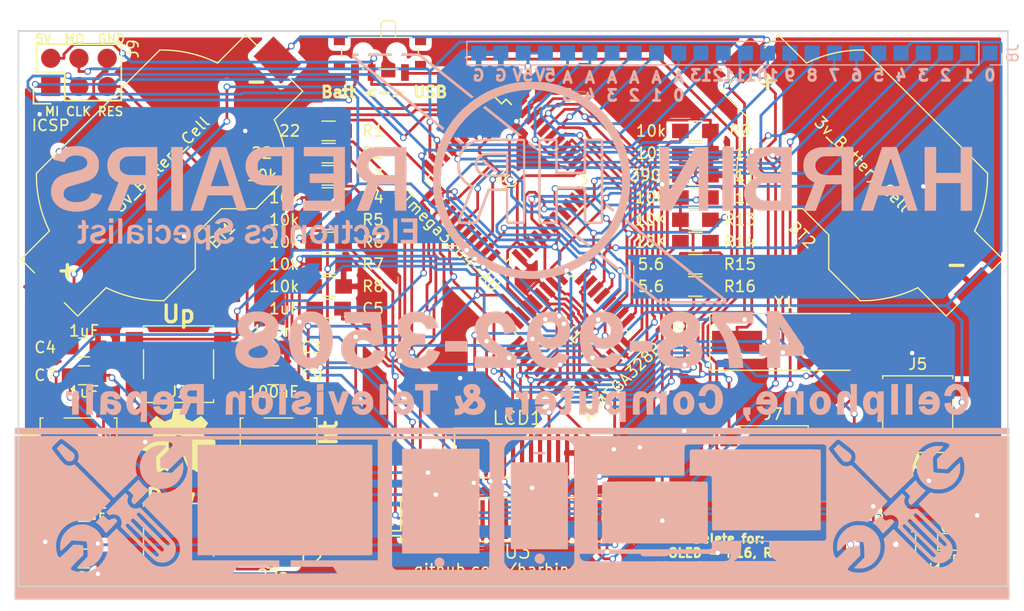
<source format=kicad_pcb>
(kicad_pcb (version 20171130) (host pcbnew "(5.1.0-0)")
  (layers (0 F.Cu signal) (31 B.Cu signal) (34 B.Paste user) (35 F.Paste user) (36 B.SilkS user) (37 F.SilkS user) (38 B.Mask user) (39 F.Mask user) (44 Edge.Cuts user))
  (net 0 "")
  (net 1 "Net-(BT1-Pad1)")
  (net 2 "Net-(BT1-Pad2)")
  (net 3 GND)
  (net 4 XTAL_1)
  (net 5 XTAL_2)
  (net 6 "Net-(C4-Pad1)")
  (net 7 "Net-(D1-Pad2)")
  (net 8 "Net-(J1-Pad2)")
  (net 9 +5VA)
  (net 10 "Net-(J1-Pad4)")
  (net 11 "Net-(J1-Pad3)")
  (net 12 +5V)
  (net 13 D0)
  (net 14 D3)
  (net 15 D1)
  (net 16 D4)
  (net 17 D2)
  (net 18 D5)
  (net 19 D+)
  (net 20 D-)
  (net 21 D13_SCK)
  (net 22 AD0_D14)
  (net 23 AD1_D15)
  (net 24 AD2_D16)
  (net 25 AD3_D17)
  (net 26 AD4_D18)
  (net 27 D25)
  (net 28 D10_SS)
  (net 29 D11_MOSI)
  (net 30 D12_MISO)
  (net 31 D6)
  (net 32 D20_SCL)
  (net 33 D21_SDA)
  (net 34 D9)
  (net 35 D8)
  (net 36 D7)
  (net 37 D22)
  (net 38 D23)
  (net 39 D24)
  (net 40 AREF)
  (net 41 AD4_D19)
  (net 42 RESET)
  (net 43 AD6)
  (net 44 AD7)
  (net 45 AD5_D19)
  (net 46 "Net-(C5-Pad1)")
  (net 47 "Net-(C5-Pad2)")
  (net 48 "Net-(C6-Pad2)")
  (net 49 "Net-(C7-Pad1)")
  (net 50 "Net-(C7-Pad2)")
  (net 51 "Net-(C8-Pad2)")
  (net 52 "Net-(LCD1-Pad4)")
  (net 53 "Net-(LCD1-Pad10)")
  (net 54 "Net-(R11-Pad1)")
  (net 55 "Net-(R14-Pad1)")
  (net 56 "Net-(U3-Pad13)")
  (net 57 "Net-(U3-Pad15)")
  (module "Custom Footprints:HR_BUSINESS_CARD_2019" (layer B.Cu) (at 146.5 90 180)
    (fp_text reference G*** hide)
    (fp_text value LOGO hide)
  )
  (module Symbol:OSHW-Symbol_6.7x6mm_SilkScreen (layer F.Cu) (at 116.5 102)
    (fp_text reference REF** hide)
    (fp_text value OSHW-Symbol_6.7x6mm_SilkScreen hide)
  )
  (module Crystal:Crystal_SMD_HC49-SD (layer F.Cu) (at 171 93)
    (fp_text reference Y1 (at 0 -3.55) (layer F.SilkS))
    (fp_text value 16MHz)
    (pad 2 smd rect (at 4.25 0) (size 4.5 2) (layers F.Cu F.Paste F.Mask) (net 5 XTAL_2))
    (pad 1 smd rect (at -4.25 0) (size 4.5 2) (layers F.Cu F.Paste F.Mask) (net 4 XTAL_1))
  )
  (module Package_QFP:TQFP-44_10x10mm_P0.8mm (layer F.Cu) (at 145.969 78.4695 315)
    (fp_text reference U2 (at 0.043487 -0.000354 315) (layer F.SilkS))
    (fp_text value ATmega32U4-AU (at 0 7.450001 315) (layer F.SilkS))
    (pad 44 smd rect (at -4 -5.7 45) (size 1.5 0.55) (layers F.Cu F.Paste F.Mask) (net 12 +5V))
    (pad 43 smd rect (at -3.2 -5.7 45) (size 1.5 0.55) (layers F.Cu F.Paste F.Mask) (net 3 GND))
    (pad 42 smd rect (at -2.4 -5.7 45) (size 1.5 0.55) (layers F.Cu F.Paste F.Mask) (net 40 AREF))
    (pad 41 smd rect (at -1.6 -5.7 45) (size 1.5 0.55) (layers F.Cu F.Paste F.Mask) (net 22 AD0_D14))
    (pad 40 smd rect (at -0.8 -5.7 45) (size 1.5 0.55) (layers F.Cu F.Paste F.Mask) (net 23 AD1_D15))
    (pad 39 smd rect (at 0 -5.7 45) (size 1.5 0.55) (layers F.Cu F.Paste F.Mask) (net 24 AD2_D16))
    (pad 38 smd rect (at 0.8 -5.7 45) (size 1.5 0.55) (layers F.Cu F.Paste F.Mask) (net 25 AD3_D17))
    (pad 37 smd rect (at 1.6 -5.7 45) (size 1.5 0.55) (layers F.Cu F.Paste F.Mask) (net 26 AD4_D18))
    (pad 36 smd rect (at 2.4 -5.7 45) (size 1.5 0.55) (layers F.Cu F.Paste F.Mask) (net 45 AD5_D19))
    (pad 35 smd rect (at 3.2 -5.7 45) (size 1.5 0.55) (layers F.Cu F.Paste F.Mask) (net 3 GND))
    (pad 34 smd rect (at 4 -5.7 45) (size 1.5 0.55) (layers F.Cu F.Paste F.Mask) (net 12 +5V))
    (pad 33 smd rect (at 5.7 -4 315) (size 1.5 0.55) (layers F.Cu F.Paste F.Mask) (net 39 D24))
    (pad 32 smd rect (at 5.7 -3.2 315) (size 1.5 0.55) (layers F.Cu F.Paste F.Mask) (net 38 D23))
    (pad 31 smd rect (at 5.7 -2.4 315) (size 1.5 0.55) (layers F.Cu F.Paste F.Mask) (net 37 D22))
    (pad 30 smd rect (at 5.7 -1.6 315) (size 1.5 0.55) (layers F.Cu F.Paste F.Mask) (net 36 D7))
    (pad 29 smd rect (at 5.7 -0.8 315) (size 1.5 0.55) (layers F.Cu F.Paste F.Mask) (net 35 D8))
    (pad 28 smd rect (at 5.7 0 315) (size 1.5 0.55) (layers F.Cu F.Paste F.Mask) (net 34 D9))
    (pad 27 smd rect (at 5.7 0.8 315) (size 1.5 0.55) (layers F.Cu F.Paste F.Mask) (net 18 D5))
    (pad 26 smd rect (at 5.7 1.6 315) (size 1.5 0.55) (layers F.Cu F.Paste F.Mask) (net 16 D4))
    (pad 25 smd rect (at 5.7 2.4 315) (size 1.5 0.55) (layers F.Cu F.Paste F.Mask) (net 17 D2))
    (pad 24 smd rect (at 5.7 3.2 315) (size 1.5 0.55) (layers F.Cu F.Paste F.Mask) (net 12 +5V))
    (pad 23 smd rect (at 5.7 4 315) (size 1.5 0.55) (layers F.Cu F.Paste F.Mask) (net 3 GND))
    (pad 22 smd rect (at 4 5.7 45) (size 1.5 0.55) (layers F.Cu F.Paste F.Mask) (net 14 D3))
    (pad 21 smd rect (at 3.2 5.7 45) (size 1.5 0.55) (layers F.Cu F.Paste F.Mask) (net 15 D1))
    (pad 20 smd rect (at 2.4 5.7 45) (size 1.5 0.55) (layers F.Cu F.Paste F.Mask) (net 13 D0))
    (pad 19 smd rect (at 1.6 5.7 45) (size 1.5 0.55) (layers F.Cu F.Paste F.Mask) (net 33 D21_SDA))
    (pad 18 smd rect (at 0.8 5.7 45) (size 1.5 0.55) (layers F.Cu F.Paste F.Mask) (net 32 D20_SCL))
    (pad 17 smd rect (at 0 5.7 45) (size 1.5 0.55) (layers F.Cu F.Paste F.Mask) (net 4 XTAL_1))
    (pad 16 smd rect (at -0.8 5.7 45) (size 1.5 0.55) (layers F.Cu F.Paste F.Mask) (net 5 XTAL_2))
    (pad 15 smd rect (at -1.6 5.7 45) (size 1.5 0.55) (layers F.Cu F.Paste F.Mask) (net 3 GND))
    (pad 14 smd rect (at -2.4 5.7 45) (size 1.5 0.55) (layers F.Cu F.Paste F.Mask) (net 12 +5V))
    (pad 13 smd rect (at -3.2 5.7 45) (size 1.5 0.55) (layers F.Cu F.Paste F.Mask) (net 42 RESET))
    (pad 12 smd rect (at -4 5.7 45) (size 1.5 0.55) (layers F.Cu F.Paste F.Mask) (net 31 D6))
    (pad 11 smd rect (at -5.7 4 315) (size 1.5 0.55) (layers F.Cu F.Paste F.Mask) (net 30 D12_MISO))
    (pad 10 smd rect (at -5.7 3.2 315) (size 1.5 0.55) (layers F.Cu F.Paste F.Mask) (net 29 D11_MOSI))
    (pad 9 smd rect (at -5.7 2.4 315) (size 1.5 0.55) (layers F.Cu F.Paste F.Mask) (net 21 D13_SCK))
    (pad 8 smd rect (at -5.7 1.6 315) (size 1.5 0.55) (layers F.Cu F.Paste F.Mask) (net 28 D10_SS))
    (pad 7 smd rect (at -5.7 0.8 315) (size 1.5 0.55) (layers F.Cu F.Paste F.Mask) (net 12 +5V))
    (pad 6 smd rect (at -5.7 0 315) (size 1.5 0.55) (layers F.Cu F.Paste F.Mask) (net 6 "Net-(C4-Pad1)"))
    (pad 5 smd rect (at -5.7 -0.8 315) (size 1.5 0.55) (layers F.Cu F.Paste F.Mask) (net 3 GND))
    (pad 4 smd rect (at -5.7 -1.6 315) (size 1.5 0.55) (layers F.Cu F.Paste F.Mask) (net 19 D+))
    (pad 3 smd rect (at -5.7 -2.4 315) (size 1.5 0.55) (layers F.Cu F.Paste F.Mask) (net 20 D-))
    (pad 2 smd rect (at -5.7 -3.2 315) (size 1.5 0.55) (layers F.Cu F.Paste F.Mask) (net 12 +5V))
    (pad 1 smd rect (at -5.7 -4 315) (size 1.5 0.55) (layers F.Cu F.Paste F.Mask) (net 27 D25))
  )
  (module Custom_footprints:USB_Micro-B_Molex_47346-0001_WITH_HOLES (layer F.Cu) (at 179 113)
    (fp_text reference J1 (at 5.5 0.5 180) (layer F.SilkS))
    (fp_text value USB_OTG)
    (pad "" thru_hole circle (at -2.032 -1.778) (size 0.6 0.6) (drill 0.5) (layers *.Cu *.Mask))
    (pad "" thru_hole circle (at 2.032 -1.778) (size 0.6 0.6) (drill 0.5) (layers *.Cu *.Mask))
    (pad 6 smd rect (at 0.84 0) (size 1.175 1.9) (layers F.Cu F.Paste F.Mask) (net 3 GND))
    (pad 6 smd rect (at -0.84 0) (size 1.175 1.9) (layers F.Cu F.Paste F.Mask) (net 3 GND))
    (pad 6 smd rect (at 2.91 0) (size 2.375 1.9) (layers F.Cu F.Paste F.Mask) (net 3 GND))
    (pad 6 smd rect (at -2.91 0) (size 2.375 1.9) (layers F.Cu F.Paste F.Mask) (net 3 GND))
    (pad 6 smd rect (at 3.175 -2.286) (size 1.475 2.1) (layers F.Cu F.Paste F.Mask) (net 3 GND))
    (pad 6 smd rect (at -3.175 -2.286) (size 1.475 2.1) (layers F.Cu F.Paste F.Mask) (net 3 GND))
    (pad 5 smd rect (at 1.3 -2.66) (size 0.45 1.38) (layers F.Cu F.Paste F.Mask) (net 3 GND))
    (pad 4 smd rect (at 0.65 -2.66) (size 0.45 1.38) (layers F.Cu F.Paste F.Mask) (net 10 "Net-(J1-Pad4)"))
    (pad 3 smd rect (at 0 -2.66) (size 0.45 1.38) (layers F.Cu F.Paste F.Mask) (net 11 "Net-(J1-Pad3)"))
    (pad 2 smd rect (at -0.65 -2.66) (size 0.45 1.38) (layers F.Cu F.Paste F.Mask) (net 8 "Net-(J1-Pad2)"))
    (pad 1 smd rect (at -1.27 -2.667) (size 0.45 1.38) (layers F.Cu F.Paste F.Mask) (net 9 +5VA))
  )
  (module Battery_Holders:Keystone_1058_1x2032-CoinCell (layer F.Cu) (at 115 78 45)
    (fp_text reference BT1 (at 0 7.62 45) (layer F.SilkS))
    (fp_text value 3v_Battery_Cell (at 0.707107 -0.707107 45) (layer F.SilkS))
    (pad 1 smd rect (at -14.68 0 45) (size 2.54 3.51) (layers F.Cu F.Paste F.Mask) (net 1 "Net-(BT1-Pad1)"))
    (pad 2 smd rect (at 14.680001 0 45) (size 2.54 3.51) (layers F.Cu F.Paste F.Mask) (net 2 "Net-(BT1-Pad2)"))
  )
  (module Battery_Holders:Keystone_1058_1x2032-CoinCell (layer F.Cu) (at 178 78 315)
    (fp_text reference BT2 (at 0 7.62 315) (layer F.SilkS))
    (fp_text value 3v_Battery_Cell (at -0.707107 -0.707107 315) (layer F.SilkS))
    (pad 1 smd rect (at -14.68 0 315) (size 2.54 3.51) (layers F.Cu F.Paste F.Mask) (net 2 "Net-(BT1-Pad2)"))
    (pad 2 smd rect (at 14.68 0 315) (size 2.54 3.51) (layers F.Cu F.Paste F.Mask) (net 3 GND))
  )
  (module Capacitors_SMD:C_0805_HandSoldering (layer F.Cu) (at 125 112.5)
    (fp_text reference C1 (at 3.5 -2.5) (layer F.SilkS))
    (fp_text value 22p (at 0 1.5) (layer F.SilkS))
    (pad 1 smd rect (at -1.25 0) (size 1.5 1.25) (layers F.Cu F.Paste F.Mask) (net 3 GND))
    (pad 2 smd rect (at 1.25 0) (size 1.5 1.25) (layers F.Cu F.Paste F.Mask) (net 4 XTAL_1))
  )
  (module Capacitors_SMD:C_0805_HandSoldering (layer F.Cu) (at 125 110)
    (fp_text reference C2 (at 3.5 2.5) (layer F.SilkS))
    (fp_text value 22p (at 0.5 -1.75) (layer F.SilkS))
    (pad 1 smd rect (at -1.25 0) (size 1.5 1.25) (layers F.Cu F.Paste F.Mask) (net 3 GND))
    (pad 2 smd rect (at 1.25 0) (size 1.5 1.25) (layers F.Cu F.Paste F.Mask) (net 5 XTAL_2))
  )
  (module Capacitors_SMD:C_0805_HandSoldering (layer F.Cu) (at 125 93.5)
    (fp_text reference C3 (at 3.5 0) (layer F.SilkS))
    (fp_text value 100n (at 0 -1.5) (layer F.SilkS))
    (pad 1 smd rect (at -1.25 0) (size 1.5 1.25) (layers F.Cu F.Paste F.Mask) (net 40 AREF))
    (pad 2 smd rect (at 1.25 0) (size 1.5 1.25) (layers F.Cu F.Paste F.Mask) (net 3 GND))
  )
  (module Capacitors_SMD:C_0805_HandSoldering (layer F.Cu) (at 108 93.5)
    (fp_text reference C4 (at -3.5 0) (layer F.SilkS))
    (fp_text value 1uF (at 0 -1.5) (layer F.SilkS))
    (pad 1 smd rect (at -1.25 0) (size 1.5 1.25) (layers F.Cu F.Paste F.Mask) (net 6 "Net-(C4-Pad1)"))
    (pad 2 smd rect (at 1.25 0) (size 1.5 1.25) (layers F.Cu F.Paste F.Mask) (net 3 GND))
  )
  (module LEDs:LED_0805_HandSoldering (layer F.Cu) (at 187 111)
    (fp_text reference D1 (at 0 1.75) (layer F.SilkS))
    (fp_text value ACT_LED)
    (pad 1 smd rect (at -1.35 0) (size 1.5 1.3) (layers F.Cu F.Paste F.Mask) (net 3 GND))
    (pad 2 smd rect (at 1.35 0) (size 1.5 1.3) (layers F.Cu F.Paste F.Mask) (net 7 "Net-(D1-Pad2)"))
  )
  (module Buttons_Switches_SMD:SW_SPST_B3S-1000 (layer F.Cu) (at 116.5 95 180)
    (fp_text reference J2 (at 0 -2.5 180) (layer F.SilkS))
    (fp_text value Up (at 0 4.5 180) (layer F.SilkS) (effects (font (size 1.5 1.5) (thickness 0.3))))
    (pad 1 smd rect (at -3.975 -2.25 180) (size 1.55 1.3) (layers F.Cu F.Paste F.Mask) (net 12 +5V))
    (pad 1 smd rect (at 3.975 -2.25 180) (size 1.55 1.3) (layers F.Cu F.Paste F.Mask) (net 12 +5V))
    (pad 2 smd rect (at -3.975 2.25 180) (size 1.55 1.3) (layers F.Cu F.Paste F.Mask) (net 13 D0))
    (pad 2 smd rect (at 3.975 2.25 180) (size 1.55 1.3) (layers F.Cu F.Paste F.Mask) (net 13 D0))
  )
  (module Buttons_Switches_SMD:SW_SPST_B3S-1000 (layer F.Cu) (at 125.5 103 90)
    (fp_text reference J3 (at 0 -2.5 90) (layer F.SilkS))
    (fp_text value Right (at 0 4.5 90) (layer F.SilkS) (effects (font (size 1.5 1.5) (thickness 0.3))))
    (pad 1 smd rect (at -3.975 -2.25 90) (size 1.55 1.3) (layers F.Cu F.Paste F.Mask) (net 12 +5V))
    (pad 1 smd rect (at 3.975 -2.25 90) (size 1.55 1.3) (layers F.Cu F.Paste F.Mask) (net 12 +5V))
    (pad 2 smd rect (at -3.975 2.25 90) (size 1.55 1.3) (layers F.Cu F.Paste F.Mask) (net 14 D3))
    (pad 2 smd rect (at 3.975 2.25 90) (size 1.55 1.3) (layers F.Cu F.Paste F.Mask) (net 14 D3))
  )
  (module Buttons_Switches_SMD:SW_SPST_B3S-1000 (layer F.Cu) (at 116.5 111)
    (fp_text reference J4 (at 0 -2.5) (layer F.SilkS))
    (fp_text value Down (at 0 -4) (layer F.SilkS) (effects (font (size 1.5 1.5) (thickness 0.3))))
    (pad 1 smd rect (at -3.975 -2.25) (size 1.55 1.3) (layers F.Cu F.Paste F.Mask) (net 12 +5V))
    (pad 1 smd rect (at 3.975 -2.25) (size 1.55 1.3) (layers F.Cu F.Paste F.Mask) (net 12 +5V))
    (pad 2 smd rect (at -3.975 2.25) (size 1.55 1.3) (layers F.Cu F.Paste F.Mask) (net 15 D1))
    (pad 2 smd rect (at 3.975 2.25) (size 1.55 1.3) (layers F.Cu F.Paste F.Mask) (net 15 D1))
  )
  (module Buttons_Switches_SMD:SW_SPST_B3S-1000 (layer F.Cu) (at 183 99.5)
    (fp_text reference J5 (at 0 -4.5) (layer F.SilkS))
    (fp_text value A (at 0 4.5) (layer F.SilkS) (effects (font (size 1.5 1.5) (thickness 0.3))))
    (pad 1 smd rect (at -3.975 -2.25) (size 1.55 1.3) (layers F.Cu F.Paste F.Mask) (net 12 +5V))
    (pad 1 smd rect (at 3.975 -2.25) (size 1.55 1.3) (layers F.Cu F.Paste F.Mask) (net 12 +5V))
    (pad 2 smd rect (at -3.975 2.25) (size 1.55 1.3) (layers F.Cu F.Paste F.Mask) (net 16 D4))
    (pad 2 smd rect (at 3.975 2.25) (size 1.55 1.3) (layers F.Cu F.Paste F.Mask) (net 16 D4))
  )
  (module Buttons_Switches_SMD:SW_SPST_B3S-1000 (layer F.Cu) (at 107.5 103 270)
    (fp_text reference J6 (at 0 -2.5 270) (layer F.SilkS))
    (fp_text value Left (at 0 4.25 270) (layer F.SilkS) (effects (font (size 1.5 1.5) (thickness 0.3))))
    (pad 1 smd rect (at -3.975 -2.25 270) (size 1.55 1.3) (layers F.Cu F.Paste F.Mask) (net 12 +5V))
    (pad 1 smd rect (at 3.975 -2.25 270) (size 1.55 1.3) (layers F.Cu F.Paste F.Mask) (net 12 +5V))
    (pad 2 smd rect (at -3.975 2.25 270) (size 1.55 1.3) (layers F.Cu F.Paste F.Mask) (net 17 D2))
    (pad 2 smd rect (at 3.975 2.25 270) (size 1.55 1.3) (layers F.Cu F.Paste F.Mask) (net 17 D2))
  )
  (module Buttons_Switches_SMD:SW_SPST_B3S-1000 (layer F.Cu) (at 170 104)
    (fp_text reference J7 (at 0 -4.5) (layer F.SilkS))
    (fp_text value B (at 0 4.5) (layer F.SilkS) (effects (font (size 1.5 1.5) (thickness 0.3))))
    (pad 1 smd rect (at -3.975 -2.25) (size 1.55 1.3) (layers F.Cu F.Paste F.Mask) (net 12 +5V))
    (pad 1 smd rect (at 3.975 -2.25) (size 1.55 1.3) (layers F.Cu F.Paste F.Mask) (net 12 +5V))
    (pad 2 smd rect (at -3.975 2.25) (size 1.55 1.3) (layers F.Cu F.Paste F.Mask) (net 18 D5))
    (pad 2 smd rect (at 3.975 2.25) (size 1.55 1.3) (layers F.Cu F.Paste F.Mask) (net 18 D5))
  )
  (module Resistors_SMD:R_0805_HandSoldering (layer F.Cu) (at 130 74)
    (fp_text reference R1 (at 4 0) (layer F.SilkS))
    (fp_text value 22 (at -3.5 0) (layer F.SilkS))
    (pad 1 smd rect (at -1.35 0) (size 1.5 1.3) (layers F.Cu F.Paste F.Mask) (net 19 D+))
    (pad 2 smd rect (at 1.35 0) (size 1.5 1.3) (layers F.Cu F.Paste F.Mask) (net 11 "Net-(J1-Pad3)"))
  )
  (module Resistors_SMD:R_0805_HandSoldering (layer F.Cu) (at 130 76)
    (fp_text reference R2 (at 4 0) (layer F.SilkS))
    (fp_text value 22 (at -6 0) (layer F.SilkS))
    (pad 1 smd rect (at -1.35 0) (size 1.5 1.3) (layers F.Cu F.Paste F.Mask) (net 20 D-))
    (pad 2 smd rect (at 1.35 0) (size 1.5 1.3) (layers F.Cu F.Paste F.Mask) (net 8 "Net-(J1-Pad2)"))
  )
  (module Resistors_SMD:R_0805_HandSoldering (layer F.Cu) (at 130 78 180)
    (fp_text reference R3 (at -4 0 180) (layer F.SilkS))
    (fp_text value 10k (at 6 0 180) (layer F.SilkS))
    (pad 1 smd rect (at -1.35 0 180) (size 1.5 1.3) (layers F.Cu F.Paste F.Mask) (net 42 RESET))
    (pad 2 smd rect (at 1.35 0 180) (size 1.5 1.3) (layers F.Cu F.Paste F.Mask) (net 12 +5V))
  )
  (module Resistors_SMD:R_0805_HandSoldering (layer F.Cu) (at 130 80)
    (fp_text reference R4 (at 4 0) (layer F.SilkS))
    (fp_text value 10k (at -4 0) (layer F.SilkS))
    (pad 1 smd rect (at -1.35 0) (size 1.5 1.3) (layers F.Cu F.Paste F.Mask) (net 13 D0))
    (pad 2 smd rect (at 1.35 0) (size 1.5 1.3) (layers F.Cu F.Paste F.Mask) (net 3 GND))
  )
  (module Resistors_SMD:R_0805_HandSoldering (layer F.Cu) (at 130 82)
    (fp_text reference R5 (at 4 0) (layer F.SilkS))
    (fp_text value 10k (at -4 0) (layer F.SilkS))
    (pad 1 smd rect (at -1.35 0) (size 1.5 1.3) (layers F.Cu F.Paste F.Mask) (net 14 D3))
    (pad 2 smd rect (at 1.35 0) (size 1.5 1.3) (layers F.Cu F.Paste F.Mask) (net 3 GND))
  )
  (module Resistors_SMD:R_0805_HandSoldering (layer F.Cu) (at 130 84)
    (fp_text reference R6 (at 4 0) (layer F.SilkS))
    (fp_text value 10k (at -4 0) (layer F.SilkS))
    (pad 1 smd rect (at -1.35 0) (size 1.5 1.3) (layers F.Cu F.Paste F.Mask) (net 21 D13_SCK))
    (pad 2 smd rect (at 1.35 0) (size 1.5 1.3) (layers F.Cu F.Paste F.Mask) (net 7 "Net-(D1-Pad2)"))
  )
  (module Resistors_SMD:R_0805_HandSoldering (layer F.Cu) (at 130 86)
    (fp_text reference R7 (at 4 0) (layer F.SilkS))
    (fp_text value 10k (at -4 0) (layer F.SilkS))
    (pad 1 smd rect (at -1.35 0) (size 1.5 1.3) (layers F.Cu F.Paste F.Mask) (net 15 D1))
    (pad 2 smd rect (at 1.35 0) (size 1.5 1.3) (layers F.Cu F.Paste F.Mask) (net 3 GND))
  )
  (module Resistors_SMD:R_0805_HandSoldering (layer F.Cu) (at 130 88)
    (fp_text reference R8 (at 4 0) (layer F.SilkS))
    (fp_text value 10k (at -4 0) (layer F.SilkS))
    (pad 1 smd rect (at -1.35 0) (size 1.5 1.3) (layers F.Cu F.Paste F.Mask) (net 16 D4))
    (pad 2 smd rect (at 1.35 0) (size 1.5 1.3) (layers F.Cu F.Paste F.Mask) (net 3 GND))
  )
  (module Resistors_SMD:R_0805_HandSoldering (layer F.Cu) (at 163 74)
    (fp_text reference R9 (at 4 0) (layer F.SilkS))
    (fp_text value 10k (at -4 0) (layer F.SilkS))
    (pad 1 smd rect (at -1.35 0) (size 1.5 1.3) (layers F.Cu F.Paste F.Mask) (net 17 D2))
    (pad 2 smd rect (at 1.35 0) (size 1.5 1.3) (layers F.Cu F.Paste F.Mask) (net 3 GND))
  )
  (module Resistors_SMD:R_0805_HandSoldering (layer F.Cu) (at 163 76)
    (fp_text reference R10 (at 4 0) (layer F.SilkS))
    (fp_text value 10k (at -4 0) (layer F.SilkS))
    (pad 1 smd rect (at -1.35 0) (size 1.5 1.3) (layers F.Cu F.Paste F.Mask) (net 18 D5))
    (pad 2 smd rect (at 1.35 0) (size 1.5 1.3) (layers F.Cu F.Paste F.Mask) (net 3 GND))
  )
  (module Housings_QFP:TQFP-32_7x7mm_Pitch0.8mm (layer F.Cu) (at 151.843 92.1463 315)
    (fp_text reference U1 (at 0 0 315) (layer F.SilkS))
    (fp_text value ATMEGA328P-AU (at 6.371321 -1.628427 45) (layer F.SilkS))
    (fp_text user %R (at 0 0 315) (layer F.SilkS))
    (pad 1 smd rect (at -4.25 -2.8 315) (size 1.6 0.55) (layers F.Cu F.Paste F.Mask) (net 14 D3))
    (pad 2 smd rect (at -4.25 -2 315) (size 1.6 0.55) (layers F.Cu F.Paste F.Mask) (net 16 D4))
    (pad 3 smd rect (at -4.25 -1.2 315) (size 1.6 0.55) (layers F.Cu F.Paste F.Mask) (net 3 GND))
    (pad 4 smd rect (at -4.25 -0.4 315) (size 1.6 0.55) (layers F.Cu F.Paste F.Mask) (net 12 +5V))
    (pad 5 smd rect (at -4.25 0.4 315) (size 1.6 0.55) (layers F.Cu F.Paste F.Mask) (net 3 GND))
    (pad 6 smd rect (at -4.25 1.2 315) (size 1.6 0.55) (layers F.Cu F.Paste F.Mask) (net 12 +5V))
    (pad 7 smd rect (at -4.25 2 315) (size 1.6 0.55) (layers F.Cu F.Paste F.Mask) (net 4 XTAL_1))
    (pad 8 smd rect (at -4.25 2.8 315) (size 1.6 0.55) (layers F.Cu F.Paste F.Mask) (net 5 XTAL_2))
    (pad 9 smd rect (at -2.8 4.25 45) (size 1.6 0.55) (layers F.Cu F.Paste F.Mask) (net 18 D5))
    (pad 10 smd rect (at -2 4.25 45) (size 1.6 0.55) (layers F.Cu F.Paste F.Mask) (net 31 D6))
    (pad 11 smd rect (at -1.2 4.25 45) (size 1.6 0.55) (layers F.Cu F.Paste F.Mask) (net 36 D7))
    (pad 12 smd rect (at -0.4 4.25 45) (size 1.6 0.55) (layers F.Cu F.Paste F.Mask) (net 35 D8))
    (pad 13 smd rect (at 0.4 4.25 45) (size 1.6 0.55) (layers F.Cu F.Paste F.Mask) (net 34 D9))
    (pad 14 smd rect (at 1.2 4.25 45) (size 1.6 0.55) (layers F.Cu F.Paste F.Mask) (net 28 D10_SS))
    (pad 15 smd rect (at 2 4.25 45) (size 1.6 0.55) (layers F.Cu F.Paste F.Mask) (net 29 D11_MOSI))
    (pad 16 smd rect (at 2.8 4.25 45) (size 1.6 0.55) (layers F.Cu F.Paste F.Mask) (net 30 D12_MISO))
    (pad 17 smd rect (at 4.25 2.8 315) (size 1.6 0.55) (layers F.Cu F.Paste F.Mask) (net 21 D13_SCK))
    (pad 18 smd rect (at 4.25 2 315) (size 1.6 0.55) (layers F.Cu F.Paste F.Mask) (net 12 +5V))
    (pad 19 smd rect (at 4.25 1.2 315) (size 1.6 0.55) (layers F.Cu F.Paste F.Mask) (net 43 AD6))
    (pad 20 smd rect (at 4.25 0.4 315) (size 1.6 0.55) (layers F.Cu F.Paste F.Mask) (net 40 AREF))
    (pad 21 smd rect (at 4.25 -0.4 315) (size 1.6 0.55) (layers F.Cu F.Paste F.Mask) (net 3 GND))
    (pad 22 smd rect (at 4.25 -1.2 315) (size 1.6 0.55) (layers F.Cu F.Paste F.Mask) (net 44 AD7))
    (pad 23 smd rect (at 4.25 -2 315) (size 1.6 0.55) (layers F.Cu F.Paste F.Mask) (net 22 AD0_D14))
    (pad 24 smd rect (at 4.25 -2.8 315) (size 1.6 0.55) (layers F.Cu F.Paste F.Mask) (net 23 AD1_D15))
    (pad 25 smd rect (at 2.8 -4.25 45) (size 1.6 0.55) (layers F.Cu F.Paste F.Mask) (net 24 AD2_D16))
    (pad 26 smd rect (at 2 -4.25 45) (size 1.6 0.55) (layers F.Cu F.Paste F.Mask) (net 25 AD3_D17))
    (pad 27 smd rect (at 1.2 -4.25 45) (size 1.6 0.55) (layers F.Cu F.Paste F.Mask) (net 26 AD4_D18))
    (pad 28 smd rect (at 0.4 -4.25 45) (size 1.6 0.55) (layers F.Cu F.Paste F.Mask) (net 41 AD4_D19))
    (pad 29 smd rect (at -0.4 -4.25 45) (size 1.6 0.55) (layers F.Cu F.Paste F.Mask) (net 42 RESET))
    (pad 30 smd rect (at -1.2 -4.25 45) (size 1.6 0.55) (layers F.Cu F.Paste F.Mask) (net 13 D0))
    (pad 31 smd rect (at -2 -4.25 45) (size 1.6 0.55) (layers F.Cu F.Paste F.Mask) (net 15 D1))
    (pad 32 smd rect (at -2.8 -4.25 45) (size 1.6 0.55) (layers F.Cu F.Paste F.Mask) (net 17 D2))
  )
  (module Socket_Strips:Socket_Strip_Straight_1x24_Pitch2.00mm (layer B.Cu) (at 189.5 67 90)
    (fp_text reference J8 (at 0 2.06 90) (layer B.SilkS) (effects (justify mirror)))
    (fp_text value Conn_01x24)
    (pad 1 smd rect (at 0 0 90) (size 1.35 1.35) (layers B.Cu B.Paste B.Mask) (net 13 D0))
    (pad 2 smd rect (at 0 -2 90) (size 1.35 1.35) (layers B.Cu B.Paste B.Mask) (net 15 D1))
    (pad 3 smd rect (at 0 -4 90) (size 1.35 1.35) (layers B.Cu B.Paste B.Mask) (net 17 D2))
    (pad 4 smd rect (at 0 -6 90) (size 1.35 1.35) (layers B.Cu B.Paste B.Mask) (net 14 D3))
    (pad 5 smd rect (at 0 -8 90) (size 1.35 1.35) (layers B.Cu B.Paste B.Mask) (net 16 D4))
    (pad 6 smd rect (at 0 -10 90) (size 1.35 1.35) (layers B.Cu B.Paste B.Mask) (net 18 D5))
    (pad 7 smd rect (at 0 -12 90) (size 1.35 1.35) (layers B.Cu B.Paste B.Mask) (net 31 D6))
    (pad 8 smd rect (at 0 -14 90) (size 1.35 1.35) (layers B.Cu B.Paste B.Mask) (net 36 D7))
    (pad 9 smd rect (at 0 -16 90) (size 1.35 1.35) (layers B.Cu B.Paste B.Mask) (net 35 D8))
    (pad 10 smd rect (at 0 -18 90) (size 1.35 1.35) (layers B.Cu B.Paste B.Mask) (net 34 D9))
    (pad 11 smd rect (at 0 -20 90) (size 1.35 1.35) (layers B.Cu B.Paste B.Mask) (net 28 D10_SS))
    (pad 12 smd rect (at 0 -22 90) (size 1.35 1.35) (layers B.Cu B.Paste B.Mask) (net 29 D11_MOSI))
    (pad 13 smd rect (at 0 -24 90) (size 1.35 1.35) (layers B.Cu B.Paste B.Mask) (net 30 D12_MISO))
    (pad 14 smd rect (at 0 -26 90) (size 1.35 1.35) (layers B.Cu B.Paste B.Mask) (net 21 D13_SCK))
    (pad 15 smd rect (at 0 -28 90) (size 1.35 1.35) (layers B.Cu B.Paste B.Mask) (net 22 AD0_D14))
    (pad 16 smd rect (at 0 -30 90) (size 1.35 1.35) (layers B.Cu B.Paste B.Mask) (net 23 AD1_D15))
    (pad 17 smd rect (at 0 -32 90) (size 1.35 1.35) (layers B.Cu B.Paste B.Mask) (net 24 AD2_D16))
    (pad 18 smd rect (at 0 -34 90) (size 1.35 1.35) (layers B.Cu B.Paste B.Mask) (net 25 AD3_D17))
    (pad 19 smd rect (at 0 -36 90) (size 1.35 1.35) (layers B.Cu B.Paste B.Mask) (net 26 AD4_D18))
    (pad 20 smd rect (at 0 -38 90) (size 1.35 1.35) (layers B.Cu B.Paste B.Mask) (net 41 AD4_D19))
    (pad 21 smd rect (at 0 -40 90) (size 1.35 1.35) (layers B.Cu B.Paste B.Mask) (net 12 +5V))
    (pad 22 smd rect (at 0 -42 90) (size 1.35 1.35) (layers B.Cu B.Paste B.Mask) (net 12 +5V))
    (pad 23 smd rect (at 0 -44 90) (size 1.35 1.35) (layers B.Cu B.Paste B.Mask) (net 3 GND))
    (pad 24 smd rect (at 0 -46 90) (size 1.35 1.35) (layers B.Cu B.Paste B.Mask) (net 3 GND))
  )
  (module Capacitors_SMD:C_0805_HandSoldering (layer F.Cu) (at 130 90)
    (fp_text reference C5 (at 4 0) (layer F.SilkS))
    (fp_text value 1uF (at -4 0) (layer F.SilkS))
    (pad 1 smd rect (at -1.25 0) (size 1.5 1.25) (layers F.Cu F.Paste F.Mask) (net 46 "Net-(C5-Pad1)"))
    (pad 2 smd rect (at 1.25 0) (size 1.5 1.25) (layers F.Cu F.Paste F.Mask) (net 47 "Net-(C5-Pad2)"))
  )
  (module Capacitors_SMD:C_0805_HandSoldering (layer F.Cu) (at 108 110)
    (fp_text reference C6 (at -3.5 0) (layer F.SilkS))
    (fp_text value 2.2uF (at 0 -1.5) (layer F.SilkS))
    (pad 1 smd rect (at -1.25 0) (size 1.5 1.25) (layers F.Cu F.Paste F.Mask) (net 3 GND))
    (pad 2 smd rect (at 1.25 0) (size 1.5 1.25) (layers F.Cu F.Paste F.Mask) (net 48 "Net-(C6-Pad2)"))
  )
  (module Capacitors_SMD:C_0805_HandSoldering (layer F.Cu) (at 108 96)
    (fp_text reference C7 (at -3.5 0) (layer F.SilkS))
    (fp_text value 1uF (at 0 1.5) (layer F.SilkS))
    (pad 1 smd rect (at -1.25 0) (size 1.5 1.25) (layers F.Cu F.Paste F.Mask) (net 49 "Net-(C7-Pad1)"))
    (pad 2 smd rect (at 1.25 0) (size 1.5 1.25) (layers F.Cu F.Paste F.Mask) (net 50 "Net-(C7-Pad2)"))
  )
  (module Capacitors_SMD:C_0805_HandSoldering (layer F.Cu) (at 108 112.5)
    (fp_text reference C8 (at -3.5 0) (layer F.SilkS))
    (fp_text value 2.2uF (at 0 1.75) (layer F.SilkS))
    (pad 1 smd rect (at -1.25 0) (size 1.5 1.25) (layers F.Cu F.Paste F.Mask) (net 3 GND))
    (pad 2 smd rect (at 1.25 0) (size 1.5 1.25) (layers F.Cu F.Paste F.Mask) (net 51 "Net-(C8-Pad2)"))
  )
  (module Capacitors_SMD:C_0805_HandSoldering (layer F.Cu) (at 125 96)
    (fp_text reference C9 (at 3.5 0) (layer F.SilkS))
    (fp_text value 100nF (at 0 1.5) (layer F.SilkS))
    (pad 1 smd rect (at -1.25 0) (size 1.5 1.25) (layers F.Cu F.Paste F.Mask) (net 12 +5V))
    (pad 2 smd rect (at 1.25 0) (size 1.5 1.25) (layers F.Cu F.Paste F.Mask) (net 3 GND))
  )
  (module Custom_footprints:BL14S18A_1.44LCDST7735 (layer F.Cu) (at 147 103 180)
    (fp_text reference LCD1 (at 0 3.15 180) (layer F.SilkS) (effects (font (size 1.2 1.2))))
    (fp_text value H144TC216A_WZ144-7735S-1_BL14S18A)
    (pad 1 smd rect (at -5.265 0 180) (size 0.38 4) (layers F.Cu F.Paste F.Mask) (net 3 GND))
    (pad 2 smd rect (at -4.455 0 180) (size 0.38 4) (layers F.Cu F.Paste F.Mask) (net 3 GND))
    (pad 3 smd rect (at -3.645 0 180) (size 0.38 4) (layers F.Cu F.Paste F.Mask) (net 3 GND))
    (pad 4 smd rect (at -2.835 0 180) (size 0.38 4) (layers F.Cu F.Paste F.Mask) (net 52 "Net-(LCD1-Pad4)"))
    (pad 5 smd rect (at -2.025 0 180) (size 0.38 4) (layers F.Cu F.Paste F.Mask) (net 3 GND))
    (pad 6 smd rect (at -1.215 0 180) (size 0.38 4) (layers F.Cu F.Paste F.Mask) (net 35 D8))
    (pad 7 smd rect (at -0.405 0 180) (size 0.38 4) (layers F.Cu F.Paste F.Mask) (net 36 D7))
    (pad 8 smd rect (at 0.405 0 180) (size 0.38 4) (layers F.Cu F.Paste F.Mask) (net 26 AD4_D18))
    (pad 9 smd rect (at 1.215 0 180) (size 0.38 4) (layers F.Cu F.Paste F.Mask) (net 41 AD4_D19))
    (pad 10 smd rect (at 2.025 0 180) (size 0.38 4) (layers F.Cu F.Paste F.Mask) (net 53 "Net-(LCD1-Pad10)"))
    (pad 11 smd rect (at 2.835 0 180) (size 0.38 4) (layers F.Cu F.Paste F.Mask) (net 53 "Net-(LCD1-Pad10)"))
    (pad 12 smd rect (at 3.645 0 180) (size 0.38 4) (layers F.Cu F.Paste F.Mask) (net 31 D6))
    (pad 13 smd rect (at 4.455 0 180) (size 0.38 4) (layers F.Cu F.Paste F.Mask) (net 3 GND))
    (pad 14 smd rect (at 5.265 0 180) (size 0.38 4) (layers F.Cu F.Paste F.Mask) (net 3 GND))
    (pad 0 smd rect (at -5.265 0 180) (size 0 0) (layers F.Cu F.Paste F.Mask))
    (pad 0 smd rect (at 5.265 0 180) (size 0 0) (layers F.Cu F.Paste F.Mask))
  )
  (module Resistors_SMD:R_0805_HandSoldering (layer F.Cu) (at 163 78)
    (fp_text reference R11 (at 4 0) (layer F.SilkS))
    (fp_text value 390K (at -4 0) (layer F.SilkS))
    (pad 1 smd rect (at -1.35 0) (size 1.5 1.3) (layers F.Cu F.Paste F.Mask) (net 54 "Net-(R11-Pad1)"))
    (pad 2 smd rect (at 1.35 0) (size 1.5 1.3) (layers F.Cu F.Paste F.Mask) (net 3 GND))
  )
  (module Resistors_SMD:R_0805_HandSoldering (layer F.Cu) (at 163 80)
    (fp_text reference R12 (at 4 0) (layer F.SilkS))
    (fp_text value 10K (at -4 0) (layer F.SilkS))
    (pad 1 smd rect (at -1.35 0) (size 1.5 1.3) (layers F.Cu F.Paste F.Mask) (net 12 +5V))
    (pad 2 smd rect (at 1.35 0) (size 1.5 1.3) (layers F.Cu F.Paste F.Mask) (net 41 AD4_D19))
  )
  (module Resistors_SMD:R_0805_HandSoldering (layer F.Cu) (at 163 82)
    (fp_text reference R13 (at 4 0) (layer F.SilkS))
    (fp_text value 10K (at -4 0) (layer F.SilkS))
    (pad 1 smd rect (at -1.35 0) (size 1.5 1.3) (layers F.Cu F.Paste F.Mask) (net 12 +5V))
    (pad 2 smd rect (at 1.35 0) (size 1.5 1.3) (layers F.Cu F.Paste F.Mask) (net 26 AD4_D18))
  )
  (module Resistors_SMD:R_0805_HandSoldering (layer F.Cu) (at 163 84)
    (fp_text reference R14 (at 4 0) (layer F.SilkS))
    (fp_text value 10K (at -4 0) (layer F.SilkS))
    (pad 1 smd rect (at -1.35 0) (size 1.5 1.3) (layers F.Cu F.Paste F.Mask) (net 55 "Net-(R14-Pad1)"))
    (pad 2 smd rect (at 1.35 0) (size 1.5 1.3) (layers F.Cu F.Paste F.Mask) (net 12 +5V))
  )
  (module Resistors_SMD:R_0805_HandSoldering (layer F.Cu) (at 163 86)
    (fp_text reference R15 (at 4 0) (layer F.SilkS))
    (fp_text value 5.6 (at -4 0) (layer F.SilkS))
    (pad 1 smd rect (at -1.35 0) (size 1.5 1.3) (layers F.Cu F.Paste F.Mask) (net 12 +5V))
    (pad 2 smd rect (at 1.35 0) (size 1.5 1.3) (layers F.Cu F.Paste F.Mask) (net 52 "Net-(LCD1-Pad4)"))
  )
  (module Resistors_SMD:R_0805_HandSoldering (layer F.Cu) (at 163 88)
    (fp_text reference R16 (at 4 0) (layer F.SilkS))
    (fp_text value 5.6 (at -4 0) (layer F.SilkS))
    (pad 1 smd rect (at -1.35 0) (size 1.5 1.3) (layers F.Cu F.Paste F.Mask) (net 12 +5V))
    (pad 2 smd rect (at 1.35 0) (size 1.5 1.3) (layers F.Cu F.Paste F.Mask) (net 53 "Net-(LCD1-Pad10)"))
  )
  (module Buttons_Switches_SMD:SW_SPDT_PCM12 (layer F.Cu) (at 134.62 67.31 180)
    (fp_text reference SW1)
    (fp_text value SW_DPDT_x2)
    (pad "" np_thru_hole circle (at -1.5 0.33 180) (size 0.9 0.9) (drill 0.9) (layers *.Cu *.Mask))
    (pad "" np_thru_hole circle (at 1.5 0.33 180) (size 0.9 0.9) (drill 0.9) (layers *.Cu *.Mask))
    (pad 1 smd rect (at -2.25 -1.43 180) (size 0.7 1.5) (layers F.Cu F.Paste F.Mask) (net 9 +5VA))
    (pad 2 smd rect (at 0.75 -1.43 180) (size 0.7 1.5) (layers F.Cu F.Paste F.Mask) (net 12 +5V))
    (pad 3 smd rect (at 2.25 -1.43 180) (size 0.7 1.5) (layers F.Cu F.Paste F.Mask) (net 1 "Net-(BT1-Pad1)"))
    (pad "" smd rect (at -3.65 1.43 180) (size 1 0.8) (layers F.Cu F.Paste F.Mask))
    (pad "" smd rect (at 3.65 1.43 180) (size 1 0.8) (layers F.Cu F.Paste F.Mask))
    (pad "" smd rect (at 3.65 -0.78 180) (size 1 0.8) (layers F.Cu F.Paste F.Mask))
    (pad "" smd rect (at -3.65 -0.78 180) (size 1 0.8) (layers F.Cu F.Paste F.Mask))
  )
  (module Custom_footprints:SSD1306_OLED_FPC (layer F.Cu) (at 147 109)
    (fp_text reference U3 (at 0 2.9) (layer F.SilkS) (effects (font (size 1.2 1.2))))
    (fp_text value SSD1306_128X64_OLED)
    (pad 1 smd rect (at -10.15 0) (size 0.4 3.5) (layers F.Cu F.Paste F.Mask) (net 3 GND))
    (pad 2 smd rect (at -9.45 0) (size 0.4 3.5) (layers F.Cu F.Paste F.Mask) (net 46 "Net-(C5-Pad1)"))
    (pad 3 smd rect (at -8.75 0) (size 0.4 3.5) (layers F.Cu F.Paste F.Mask) (net 47 "Net-(C5-Pad2)"))
    (pad 4 smd rect (at -8.05 0) (size 0.4 3.5) (layers F.Cu F.Paste F.Mask) (net 50 "Net-(C7-Pad2)"))
    (pad 5 smd rect (at -7.35 0) (size 0.4 3.5) (layers F.Cu F.Paste F.Mask) (net 49 "Net-(C7-Pad1)"))
    (pad 6 smd rect (at -6.65 0) (size 0.4 3.5) (layers F.Cu F.Paste F.Mask) (net 12 +5V))
    (pad 7 smd rect (at -5.95 0) (size 0.4 3.5) (layers F.Cu F.Paste F.Mask) (net 3 GND))
    (pad 8 smd rect (at -5.25 0) (size 0.4 3.5) (layers F.Cu F.Paste F.Mask) (net 3 GND))
    (pad 9 smd rect (at -4.55 0) (size 0.4 3.5) (layers F.Cu F.Paste F.Mask) (net 12 +5V))
    (pad 10 smd rect (at -3.85 0) (size 0.4 3.5) (layers F.Cu F.Paste F.Mask) (net 3 GND))
    (pad 11 smd rect (at -3.15 0) (size 0.4 3.5) (layers F.Cu F.Paste F.Mask) (net 12 +5V))
    (pad 12 smd rect (at -2.45 0) (size 0.4 3.5) (layers F.Cu F.Paste F.Mask) (net 3 GND))
    (pad 13 smd rect (at -1.75 0) (size 0.4 3.5) (layers F.Cu F.Paste F.Mask) (net 56 "Net-(U3-Pad13)"))
    (pad 14 smd rect (at -1.05 0) (size 0.4 3.5) (layers F.Cu F.Paste F.Mask) (net 55 "Net-(R14-Pad1)"))
    (pad 15 smd rect (at -0.35 0) (size 0.4 3.5) (layers F.Cu F.Paste F.Mask) (net 57 "Net-(U3-Pad15)"))
    (pad 16 smd rect (at 0.35 0) (size 0.4 3.5) (layers F.Cu F.Paste F.Mask) (net 3 GND))
    (pad 17 smd rect (at 1.05 0) (size 0.4 3.5) (layers F.Cu F.Paste F.Mask) (net 3 GND))
    (pad 18 smd rect (at 1.75 0) (size 0.4 3.5) (layers F.Cu F.Paste F.Mask) (net 41 AD4_D19))
    (pad 19 smd rect (at 2.45 0) (size 0.4 3.5) (layers F.Cu F.Paste F.Mask) (net 26 AD4_D18))
    (pad 20 smd rect (at 3.15 0) (size 0.4 3.5) (layers F.Cu F.Paste F.Mask) (net 26 AD4_D18))
    (pad 21 smd rect (at 3.85 0) (size 0.4 3.5) (layers F.Cu F.Paste F.Mask) (net 3 GND))
    (pad 22 smd rect (at 4.55 0) (size 0.4 3.5) (layers F.Cu F.Paste F.Mask) (net 3 GND))
    (pad 23 smd rect (at 5.25 0) (size 0.4 3.5) (layers F.Cu F.Paste F.Mask) (net 3 GND))
    (pad 24 smd rect (at 5.95 0) (size 0.4 3.5) (layers F.Cu F.Paste F.Mask) (net 3 GND))
    (pad 25 smd rect (at 6.65 0) (size 0.4 3.5) (layers F.Cu F.Paste F.Mask) (net 3 GND))
    (pad 26 smd rect (at 7.35 0) (size 0.4 3.5) (layers F.Cu F.Paste F.Mask) (net 54 "Net-(R11-Pad1)"))
    (pad 27 smd rect (at 8.05 0) (size 0.4 3.5) (layers F.Cu F.Paste F.Mask) (net 51 "Net-(C8-Pad2)"))
    (pad 28 smd rect (at 8.75 0) (size 0.4 3.5) (layers F.Cu F.Paste F.Mask) (net 48 "Net-(C6-Pad2)"))
    (pad 29 smd rect (at 9.45 0) (size 0.4 3.5) (layers F.Cu F.Paste F.Mask) (net 3 GND))
    (pad 30 smd rect (at 10.15 0) (size 0.4 3.5) (layers F.Cu F.Paste F.Mask) (net 3 GND))
    (pad 0 smd rect (at -11.75 1.3) (size 0 0) (layers F.Cu F.Paste F.Mask))
    (pad 0 smd rect (at 11.75 1.3) (size 0 0) (layers F.Cu F.Paste F.Mask))
  )
  (module Pin_Headers:Pin_Header_Straight_2x03 (layer F.Cu) (at 105 70 90)
    (fp_text reference J9 (at 3.4 7.4 90) (layer F.SilkS))
    (fp_text value ICSP (at -3.5 0 180) (layer F.SilkS))
    (pad 1 smd rect (at 0 0 90) (size 1.7272 1.7272) (layers F.Cu F.Paste F.Mask) (net 30 D12_MISO))
    (pad 2 smd oval (at 2.54 0 90) (size 1.7272 1.7272) (layers F.Cu F.Paste F.Mask) (net 12 +5V))
    (pad 3 smd oval (at 0 2.54 90) (size 1.7272 1.7272) (layers F.Cu F.Paste F.Mask) (net 21 D13_SCK))
    (pad 4 smd oval (at 2.54 2.54 90) (size 1.7272 1.7272) (layers F.Cu F.Paste F.Mask) (net 29 D11_MOSI))
    (pad 5 smd oval (at 0 5.08 90) (size 1.7272 1.7272) (layers F.Cu F.Paste F.Mask) (net 42 RESET))
    (pad 6 smd oval (at 2.54 5.08 90) (size 1.7272 1.7272) (layers F.Cu F.Paste F.Mask) (net 3 GND))
  )
  (gr_text "(D13)" (at 187 109.25) (layer F.SilkS) (effects (font (size 1 1))))
  (gr_text K (at 185.75 112.25) (layer F.SilkS) (effects (font (size 0.5 0.5) (thickness 0.125))))
  (gr_text github.com/harbinrepairs (at 147.25 113.5) (layer F.SilkS) (effects (font (size 1 1))))
  (gr_text 30 (at 158.5 109) (layer F.SilkS) (effects (font (size 1 1))))
  (gr_text 14 (at 140 103) (layer F.SilkS) (effects (font (size 1 1))))
  (gr_text 1 (at 135.5 109) (layer F.SilkS) (effects (font (size 1 1))))
  (gr_text 1 (at 153.5 103) (layer F.SilkS) (effects (font (size 1 1))))
  (gr_text USB (at 178.5 108.5) (layer F.SilkS) (effects (font (size 1 1))))
  (gr_text "MI CLK RES" (at 108 72.25) (layer F.SilkS) (effects (font (size 0.8 0.8))))
  (gr_text "5V  MO  GND" (at 103.5 65.7) (layer F.SilkS) (effects (font (size 0.8 0.8)) (justify left)))
  (gr_text + (at 106.5 86.5) (layer F.SilkS) (effects (font (size 1.5 1.5) (thickness 0.3))))
  (gr_text - (at 123.5 69.5) (layer F.SilkS) (effects (font (size 1.5 1.5) (thickness 0.3))))
  (gr_text + (at 169.5 69.5) (layer F.SilkS) (effects (font (size 1.5 1.5) (thickness 0.3))))
  (gr_text - (at 186.5 86) (layer F.SilkS) (effects (font (size 1.5 1.5) (thickness 0.3))))
  (gr_text "Batt <-> USB" (at 135 70.5) (layer F.SilkS) (effects (font (size 1 1) (thickness 0.25))))
  (gr_text "Delete for:\nOLED - R16, R15\nLCD - R11-14 & C5-9" (at 166 112) (layer F.SilkS) (effects (font (size 0.8 0.8) (thickness 0.2))))
  (gr_text 0 (at 189.5 69) (layer B.SilkS) (effects (font (size 1 1) (thickness 0.25)) (justify mirror)))
  (gr_text 5 (at 179.5 69) (layer B.SilkS) (effects (font (size 1 1) (thickness 0.25)) (justify mirror)))
  (gr_text 6 (at 177.5 69) (layer B.SilkS) (effects (font (size 1 1) (thickness 0.25)) (justify mirror)))
  (gr_text 7 (at 175.5 69) (layer B.SilkS) (effects (font (size 1 1) (thickness 0.25)) (justify mirror)))
  (gr_text 8 (at 173.5 69) (layer B.SilkS) (effects (font (size 1 1) (thickness 0.25)) (justify mirror)))
  (gr_text 9 (at 171.5 69) (layer B.SilkS) (effects (font (size 1 1) (thickness 0.25)) (justify mirror)))
  (gr_text 10 (at 169.5 69) (layer B.SilkS) (effects (font (size 1 1) (thickness 0.25)) (justify mirror)))
  (gr_text 11 (at 167.5 69) (layer B.SilkS) (effects (font (size 1 1) (thickness 0.25)) (justify mirror)))
  (gr_text 12 (at 165.5 69) (layer B.SilkS) (effects (font (size 1 1) (thickness 0.25)) (justify mirror)))
  (gr_text 13 (at 163.5 69) (layer B.SilkS) (effects (font (size 1 1) (thickness 0.25)) (justify mirror)))
  (gr_text "A\n0" (at 161.5 70) (layer B.SilkS) (effects (font (size 1 1) (thickness 0.25)) (justify mirror)))
  (gr_text "A\n1" (at 159.5 70) (layer B.SilkS) (effects (font (size 1 1) (thickness 0.25)) (justify mirror)))
  (gr_text "A\n2" (at 157.5 70) (layer B.SilkS) (effects (font (size 1 1) (thickness 0.25)) (justify mirror)))
  (gr_text "A\n3" (at 155.5 70) (layer B.SilkS) (effects (font (size 1 1) (thickness 0.25)) (justify mirror)))
  (gr_text "A\n4" (at 153.5 70) (layer B.SilkS) (effects (font (size 1 1) (thickness 0.25)) (justify mirror)))
  (gr_text "A\n5" (at 151.5 70) (layer B.SilkS) (effects (font (size 1 1) (thickness 0.25)) (justify mirror)))
  (gr_text 5V (at 149.5 69) (layer B.SilkS) (effects (font (size 1 1) (thickness 0.25)) (justify mirror)))
  (gr_text 5V (at 147.5 69) (layer B.SilkS) (effects (font (size 1 1) (thickness 0.25)) (justify mirror)))
  (gr_text G (at 145.5 69) (layer B.SilkS) (effects (font (size 1 1) (thickness 0.25)) (justify mirror)))
  (gr_text G (at 143.5 69) (layer B.SilkS) (effects (font (size 1 1) (thickness 0.25)) (justify mirror)))
  (gr_text 4 (at 181.5 69) (layer B.SilkS) (effects (font (size 1 1) (thickness 0.25)) (justify mirror)))
  (gr_text 3 (at 183.5 69) (layer B.SilkS) (effects (font (size 1 1) (thickness 0.25)) (justify mirror)))
  (gr_text 2 (at 185.5 69) (layer B.SilkS) (effects (font (size 1 1) (thickness 0.25)) (justify mirror)))
  (gr_text 1 (at 187.5 69) (layer B.SilkS) (effects (font (size 1 1) (thickness 0.25)) (justify mirror)))
  (gr_line (start 191.1 65) (end 191.1 115) (angle 90) (layer Edge.Cuts) (width 0.15))
  (gr_line (start 102.1 65) (end 191.1 65) (angle 90) (layer Edge.Cuts) (width 0.15))
  (gr_line (start 102.1 65) (end 102.1 115) (angle 90) (layer Edge.Cuts) (width 0.15))
  (gr_line (start 102.1 115) (end 191.1 115) (angle 90) (layer Edge.Cuts) (width 0.15))
  (segment (start 105.7477 75.853) (end 110.3844 71.2163) (width 0.25) (layer B.Cu) (net 1))
  (segment (start 110.3844 71.2163) (end 131.8165 71.2163) (width 0.25) (layer B.Cu) (net 1))
  (segment (start 132.37 69.8153) (end 131.8165 70.3688) (width 0.25) (layer F.Cu) (net 1))
  (segment (start 131.8165 70.3688) (end 131.8165 71.2163) (width 0.25) (layer F.Cu) (net 1))
  (segment (start 132.37 68.74) (end 132.37 69.8153) (width 0.25) (layer F.Cu) (net 1))
  (segment (start 105.7477 87.2523) (end 105.7477 75.853) (width 0.25) (layer F.Cu) (net 1))
  (segment (start 104.6197 88.3803) (end 105.7477 87.2523) (width 0.25) (layer F.Cu) (net 1))
  (via (at 105.7477 75.853) (size 0.6) (layers F.Cu B.Cu) (net 1))
  (via (at 131.8165 71.2163) (size 0.6) (layers F.Cu B.Cu) (net 1))
  (segment (start 167.6197 67.6197) (end 169.4238 65.8156) (width 0.25) (layer F.Cu) (net 2))
  (segment (start 126.6413 66.3587) (end 127.4805 65.5195) (width 0.25) (layer B.Cu) (net 2))
  (segment (start 127.4805 65.5195) (end 169.1277 65.5195) (width 0.25) (layer B.Cu) (net 2))
  (segment (start 169.1277 65.5195) (end 169.4238 65.8156) (width 0.25) (layer B.Cu) (net 2))
  (segment (start 126.6413 66.3587) (end 125.3803 67.6197) (width 0.25) (layer F.Cu) (net 2))
  (via (at 126.6413 66.3587) (size 0.6) (layers F.Cu B.Cu) (net 2))
  (via (at 169.4238 65.8156) (size 0.6) (layers F.Cu B.Cu) (net 2))
  (segment (start 141.8373 96.2599) (end 140.3818 94.8044) (width 0.25) (layer F.Cu) (net 3))
  (segment (start 140.3818 94.8044) (end 140.3818 85.3526) (width 0.25) (layer F.Cu) (net 3))
  (segment (start 140.3818 85.3526) (end 140.0467 85.0175) (width 0.25) (layer F.Cu) (net 3))
  (segment (start 140.0467 85.0175) (end 140.0467 82.129) (width 0.25) (layer F.Cu) (net 3))
  (segment (start 136.2331 94.5199) (end 136.4227 94.7095) (width 0.25) (layer F.Cu) (net 3))
  (segment (start 141.8373 96.2599) (end 137.9731 96.2599) (width 0.25) (layer B.Cu) (net 3))
  (segment (start 137.9731 96.2599) (end 136.4227 94.7095) (width 0.25) (layer B.Cu) (net 3))
  (segment (start 136.2331 94.5199) (end 136.4047 94.3483) (width 0.25) (layer F.Cu) (net 3))
  (segment (start 136.4047 94.3483) (end 136.4047 87.0815) (width 0.25) (layer F.Cu) (net 3))
  (segment (start 136.4047 87.0815) (end 132.2985 82.9753) (width 0.25) (layer F.Cu) (net 3))
  (segment (start 132.2985 82.9753) (end 131.35 82.9753) (width 0.25) (layer F.Cu) (net 3))
  (segment (start 131.35 85.0247) (end 131.68 85.0247) (width 0.25) (layer F.Cu) (net 3))
  (segment (start 131.68 85.0247) (end 131.7531 85.0978) (width 0.25) (layer F.Cu) (net 3))
  (segment (start 131.7531 85.0978) (end 131.7531 85.2113) (width 0.25) (layer F.Cu) (net 3))
  (segment (start 131.7531 85.2113) (end 135.1541 88.6123) (width 0.25) (layer F.Cu) (net 3))
  (segment (start 135.1541 88.6123) (end 135.1541 94.3482) (width 0.25) (layer F.Cu) (net 3))
  (segment (start 135.1541 94.3482) (end 135.5204 94.7145) (width 0.25) (layer F.Cu) (net 3))
  (segment (start 135.5204 94.7145) (end 136.0385 94.7145) (width 0.25) (layer F.Cu) (net 3))
  (segment (start 136.0385 94.7145) (end 136.2331 94.5199) (width 0.25) (layer F.Cu) (net 3))
  (segment (start 142.545 100.6747) (end 141.8373 99.967) (width 0.25) (layer F.Cu) (net 3))
  (segment (start 141.8373 99.967) (end 141.8373 96.2599) (width 0.25) (layer F.Cu) (net 3))
  (segment (start 189.5084 89.5083) (end 188.3803 90.6364) (width 0.25) (layer F.Cu) (net 3))
  (segment (start 188.3803 90.6364) (end 188.3803 106.0203) (width 0.25) (layer F.Cu) (net 3))
  (segment (start 188.3803 106.0203) (end 187.2879 107.1127) (width 0.25) (layer F.Cu) (net 3))
  (segment (start 187.2879 107.1127) (end 187.2879 107.5733) (width 0.25) (layer F.Cu) (net 3))
  (segment (start 187.2879 107.5733) (end 187.2625 107.5987) (width 0.25) (layer F.Cu) (net 3))
  (segment (start 187.2625 107.5987) (end 187.2625 108.0604) (width 0.25) (layer F.Cu) (net 3))
  (segment (start 187.2625 108.0604) (end 187.1947 108.1282) (width 0.25) (layer F.Cu) (net 3))
  (segment (start 187.1947 108.1282) (end 187.1947 108.1652) (width 0.25) (layer F.Cu) (net 3))
  (segment (start 187.1947 108.1652) (end 187.0141 108.3458) (width 0.25) (layer F.Cu) (net 3))
  (segment (start 187.0141 108.3458) (end 187.0141 108.6606) (width 0.25) (layer F.Cu) (net 3))
  (segment (start 187.0141 108.6606) (end 185.65 110.0247) (width 0.25) (layer F.Cu) (net 3))
  (segment (start 142.4676 106.3197) (end 142.545 106.3197) (width 0.25) (layer F.Cu) (net 3))
  (segment (start 142.545 106.3197) (end 143.15 106.9247) (width 0.25) (layer F.Cu) (net 3))
  (segment (start 141.75 107.0373) (end 142.4676 106.3197) (width 0.25) (layer F.Cu) (net 3))
  (segment (start 142.545 103) (end 142.4403 103.1047) (width 0.25) (layer F.Cu) (net 3))
  (segment (start 142.4403 103.1047) (end 142.4403 106.2924) (width 0.25) (layer F.Cu) (net 3))
  (segment (start 142.4403 106.2924) (end 142.4676 106.3197) (width 0.25) (layer F.Cu) (net 3))
  (segment (start 156.3207 106.9247) (end 153.6502 106.9247) (width 0.25) (layer F.Cu) (net 3))
  (segment (start 153.6502 106.9247) (end 153.65 106.9249) (width 0.25) (layer F.Cu) (net 3))
  (segment (start 156.45 107.0373) (end 156.3374 106.9247) (width 0.25) (layer F.Cu) (net 3))
  (segment (start 156.3374 106.9247) (end 156.3207 106.9247) (width 0.25) (layer F.Cu) (net 3))
  (segment (start 156.3207 106.9247) (end 156.3207 96.0584) (width 0.25) (layer F.Cu) (net 3))
  (segment (start 156.3207 96.0584) (end 155.9267 95.6644) (width 0.25) (layer F.Cu) (net 3))
  (segment (start 150.482 89.0883) (end 150.5257 89.132) (width 0.25) (layer F.Cu) (net 3))
  (segment (start 150.5257 89.132) (end 151.3823 89.132) (width 0.25) (layer F.Cu) (net 3))
  (segment (start 151.3823 89.132) (end 152.4822 90.2319) (width 0.25) (layer F.Cu) (net 3))
  (segment (start 152.4822 90.2319) (end 152.4822 90.458) (width 0.25) (layer F.Cu) (net 3))
  (segment (start 152.4822 90.458) (end 152.7744 90.7502) (width 0.25) (layer F.Cu) (net 3))
  (segment (start 152.7744 90.7502) (end 152.7744 90.842) (width 0.25) (layer F.Cu) (net 3))
  (segment (start 152.7744 90.842) (end 153.0475 91.1151) (width 0.25) (layer F.Cu) (net 3))
  (segment (start 153.0475 91.1151) (end 153.0475 92.7852) (width 0.25) (layer F.Cu) (net 3))
  (segment (start 153.0475 92.7852) (end 154.3353 94.073) (width 0.25) (layer F.Cu) (net 3))
  (segment (start 131.35 82) (end 131.35 82.9753) (width 0.25) (layer F.Cu) (net 3))
  (segment (start 131.35 82) (end 131.35 81) (width 0.25) (layer F.Cu) (net 3))
  (segment (start 131.35 86) (end 131.35 85.0247) (width 0.25) (layer F.Cu) (net 3))
  (segment (start 155.9267 95.6644) (end 156.5833 95.6644) (width 0.25) (layer F.Cu) (net 3))
  (segment (start 156.5833 95.6644) (end 159.5448 92.7029) (width 0.25) (layer F.Cu) (net 3))
  (segment (start 159.5448 92.7029) (end 159.5448 91.8843) (width 0.25) (layer F.Cu) (net 3))
  (segment (start 159.5448 91.8843) (end 159.9436 91.4855) (width 0.25) (layer F.Cu) (net 3))
  (segment (start 159.9436 91.4855) (end 159.9436 90.4729) (width 0.25) (layer F.Cu) (net 3))
  (segment (start 159.9436 90.4729) (end 159.6445 90.1738) (width 0.25) (layer F.Cu) (net 3))
  (segment (start 159.6445 90.1738) (end 159.6445 84.6859) (width 0.25) (layer F.Cu) (net 3))
  (segment (start 159.6445 84.6859) (end 159.9629 84.3675) (width 0.25) (layer F.Cu) (net 3))
  (segment (start 159.9629 84.3675) (end 159.9629 79.7131) (width 0.25) (layer F.Cu) (net 3))
  (segment (start 159.9629 79.7131) (end 159.3825 79.1327) (width 0.25) (layer F.Cu) (net 3))
  (segment (start 159.3825 79.1327) (end 159.3825 73.187) (width 0.25) (layer F.Cu) (net 3))
  (segment (start 159.3825 73.187) (end 159.5448 73.0247) (width 0.25) (layer F.Cu) (net 3))
  (segment (start 159.5448 73.0247) (end 164.35 73.0247) (width 0.25) (layer F.Cu) (net 3))
  (segment (start 159.3825 73.187) (end 156.8184 70.6229) (width 0.25) (layer F.Cu) (net 3))
  (segment (start 156.8184 70.6229) (end 149.2901 70.6229) (width 0.25) (layer F.Cu) (net 3))
  (segment (start 149.2901 70.6229) (end 147.7368 72.1762) (width 0.25) (layer F.Cu) (net 3))
  (segment (start 142.545 103) (end 142.545 100.6747) (width 0.25) (layer F.Cu) (net 3))
  (segment (start 136.85 111.0753) (end 137.3307 111.556) (width 0.25) (layer F.Cu) (net 3))
  (segment (start 137.3307 111.556) (end 144.0693 111.556) (width 0.25) (layer F.Cu) (net 3))
  (segment (start 144.0693 111.556) (end 144.55 111.0753) (width 0.25) (layer F.Cu) (net 3))
  (segment (start 123.75 110) (end 123.75 109.0497) (width 0.25) (layer F.Cu) (net 3))
  (segment (start 123.75 109.0497) (end 124.7003 108.0994) (width 0.25) (layer F.Cu) (net 3))
  (segment (start 124.7003 108.0994) (end 124.7003 98.5) (width 0.25) (layer F.Cu) (net 3))
  (segment (start 124.7003 98.5) (end 126.25 96.9503) (width 0.25) (layer F.Cu) (net 3))
  (segment (start 108.1747 109.0497) (end 110.1376 109.0497) (width 0.25) (layer F.Cu) (net 3))
  (segment (start 110.1376 109.0497) (end 111.0879 110) (width 0.25) (layer F.Cu) (net 3))
  (segment (start 111.0879 110) (end 123.75 110) (width 0.25) (layer F.Cu) (net 3))
  (segment (start 126.25 96) (end 126.25 96.9503) (width 0.25) (layer F.Cu) (net 3))
  (segment (start 140.8071 81.3686) (end 140.0467 82.129) (width 0.25) (layer F.Cu) (net 3))
  (segment (start 109.25 92.5497) (end 108.865 92.1647) (width 0.25) (layer F.Cu) (net 3))
  (segment (start 108.865 92.1647) (end 108.865 69.4934) (width 0.25) (layer F.Cu) (net 3))
  (segment (start 108.865 69.4934) (end 109.7095 68.6489) (width 0.25) (layer F.Cu) (net 3))
  (segment (start 109.7095 68.6489) (end 110.08 68.6489) (width 0.25) (layer F.Cu) (net 3))
  (segment (start 149.6863 88.2926) (end 150.482 89.0883) (width 0.25) (layer F.Cu) (net 3))
  (segment (start 126.25 93.5) (end 126.25 92.5497) (width 0.25) (layer F.Cu) (net 3))
  (segment (start 131.35 81) (end 127.7489 81) (width 0.25) (layer F.Cu) (net 3))
  (segment (start 127.7489 81) (end 126.25 82.4989) (width 0.25) (layer F.Cu) (net 3))
  (segment (start 126.25 82.4989) (end 126.25 92.5497) (width 0.25) (layer F.Cu) (net 3))
  (segment (start 131.35 81) (end 131.35 80) (width 0.25) (layer F.Cu) (net 3))
  (segment (start 131.35 88) (end 131.35 86) (width 0.25) (layer F.Cu) (net 3))
  (segment (start 147.1711 85.3284) (end 148.8906 87.0479) (width 0.25) (layer F.Cu) (net 3))
  (segment (start 148.8906 87.0479) (end 148.8906 87.4969) (width 0.25) (layer F.Cu) (net 3))
  (segment (start 145.6188 72.5646) (end 146.1834 73.1292) (width 0.25) (layer B.Cu) (net 3))
  (segment (start 146.1834 73.1292) (end 146.8969 73.1292) (width 0.25) (layer B.Cu) (net 3))
  (segment (start 143.5 67) (end 143.5 70.4458) (width 0.25) (layer B.Cu) (net 3))
  (segment (start 143.5 70.4458) (end 145.6188 72.5646) (width 0.25) (layer B.Cu) (net 3))
  (segment (start 145.6188 72.5646) (end 143.5981 74.5853) (width 0.25) (layer B.Cu) (net 3))
  (segment (start 157.15 107.9623) (end 157.15 107.7373) (width 0.25) (layer F.Cu) (net 3))
  (segment (start 157.15 107.7373) (end 156.45 107.0373) (width 0.25) (layer F.Cu) (net 3))
  (segment (start 155.131 94.8687) (end 155.9267 95.6644) (width 0.25) (layer F.Cu) (net 3))
  (segment (start 157.15 109) (end 157.15 107.9623) (width 0.25) (layer F.Cu) (net 3))
  (segment (start 151.55 109) (end 151.55 111.0753) (width 0.25) (layer F.Cu) (net 3))
  (segment (start 151.55 111.0753) (end 151.0978 111.0753) (width 0.25) (layer F.Cu) (net 3))
  (segment (start 151.0978 111.0753) (end 151.0247 111.0022) (width 0.25) (layer F.Cu) (net 3))
  (segment (start 151.0247 111.0022) (end 151.0247 110.7957) (width 0.25) (layer F.Cu) (net 3))
  (segment (start 151.0247 110.7957) (end 150.9731 110.7441) (width 0.25) (layer F.Cu) (net 3))
  (segment (start 150.9731 110.7441) (end 150.973 110.7441) (width 0.25) (layer F.Cu) (net 3))
  (segment (start 150.973 110.7441) (end 150.6418 111.0753) (width 0.25) (layer F.Cu) (net 3))
  (segment (start 150.6418 111.0753) (end 147.35 111.0753) (width 0.25) (layer F.Cu) (net 3))
  (segment (start 151.55 108.4811) (end 151.55 109) (width 0.25) (layer F.Cu) (net 3))
  (segment (start 151.55 108.4811) (end 151.55 107.9623) (width 0.25) (layer F.Cu) (net 3))
  (segment (start 155.131 94.8687) (end 154.3353 94.073) (width 0.25) (layer F.Cu) (net 3))
  (segment (start 146.9765 73.1292) (end 146.9765 74.116) (width 0.25) (layer F.Cu) (net 3))
  (segment (start 146.9765 74.116) (end 150.0868 77.2263) (width 0.25) (layer F.Cu) (net 3))
  (segment (start 150.0868 77.2263) (end 151.2662 77.2263) (width 0.25) (layer F.Cu) (net 3))
  (segment (start 151.2662 77.2263) (end 151.502 77.462) (width 0.25) (layer F.Cu) (net 3))
  (segment (start 146.9765 72.9365) (end 146.9765 72.9366) (width 0.25) (layer F.Cu) (net 3))
  (segment (start 146.9765 72.9366) (end 146.9765 73.1292) (width 0.25) (layer F.Cu) (net 3))
  (segment (start 146.9765 73.1292) (end 146.8969 73.1292) (width 0.25) (layer F.Cu) (net 3))
  (segment (start 152.2623 76.7017) (end 151.502 77.462) (width 0.25) (layer F.Cu) (net 3))
  (segment (start 106.75 109.0497) (end 108.1747 109.0497) (width 0.25) (layer F.Cu) (net 3))
  (segment (start 108.1747 109.0497) (end 108.1747 95.1692) (width 0.25) (layer F.Cu) (net 3))
  (segment (start 108.1747 95.1692) (end 108.8936 94.4503) (width 0.25) (layer F.Cu) (net 3))
  (segment (start 108.8936 94.4503) (end 109.25 94.4503) (width 0.25) (layer F.Cu) (net 3))
  (segment (start 109.25 93.5) (end 109.25 94.4503) (width 0.25) (layer F.Cu) (net 3))
  (segment (start 141.05 107.0373) (end 141.75 107.0373) (width 0.25) (layer F.Cu) (net 3))
  (segment (start 143.5981 74.5853) (end 143.3129 74.5853) (width 0.25) (layer F.Cu) (net 3))
  (segment (start 143.3129 74.5853) (end 143.2646 74.6336) (width 0.25) (layer F.Cu) (net 3))
  (segment (start 142.5042 73.8733) (end 143.2646 74.6336) (width 0.25) (layer F.Cu) (net 3))
  (segment (start 136.85 109) (end 136.85 111.0753) (width 0.25) (layer F.Cu) (net 3))
  (segment (start 175.825 111.0753) (end 157.15 111.0753) (width 0.25) (layer F.Cu) (net 3))
  (segment (start 141.05 109) (end 141.05 107.0373) (width 0.25) (layer F.Cu) (net 3))
  (segment (start 175.825 111.0753) (end 175.825 111.4597) (width 0.25) (layer F.Cu) (net 3))
  (segment (start 175.825 111.4597) (end 176.09 111.7247) (width 0.25) (layer F.Cu) (net 3))
  (segment (start 175.825 110.714) (end 175.825 111.0753) (width 0.25) (layer F.Cu) (net 3))
  (segment (start 157.15 109) (end 157.15 111.0753) (width 0.25) (layer F.Cu) (net 3))
  (segment (start 178.16 113) (end 179.84 113) (width 0.25) (layer F.Cu) (net 3))
  (segment (start 176.09 112.47) (end 177.63 112.47) (width 0.25) (layer F.Cu) (net 3))
  (segment (start 177.63 112.47) (end 178.16 113) (width 0.25) (layer F.Cu) (net 3))
  (segment (start 181.91 112.8329) (end 180.3309 112.8329) (width 0.25) (layer F.Cu) (net 3))
  (segment (start 180.3309 112.8329) (end 180.3 112.802) (width 0.25) (layer F.Cu) (net 3))
  (segment (start 180.3 112.802) (end 180.3 111.3553) (width 0.25) (layer F.Cu) (net 3))
  (segment (start 181.91 112.8329) (end 181.91 111.7247) (width 0.25) (layer F.Cu) (net 3))
  (segment (start 181.91 113) (end 181.91 112.8329) (width 0.25) (layer F.Cu) (net 3))
  (segment (start 176.09 112.47) (end 176.09 111.7247) (width 0.25) (layer F.Cu) (net 3))
  (segment (start 176.09 113) (end 176.09 112.47) (width 0.25) (layer F.Cu) (net 3))
  (segment (start 182.7064 110.714) (end 182.7064 110.9283) (width 0.25) (layer F.Cu) (net 3))
  (segment (start 182.7064 110.9283) (end 181.91 111.7247) (width 0.25) (layer F.Cu) (net 3))
  (segment (start 182.7064 110.714) (end 183.2378 110.714) (width 0.25) (layer F.Cu) (net 3))
  (segment (start 182.175 110.714) (end 182.7064 110.714) (width 0.25) (layer F.Cu) (net 3))
  (segment (start 180.3 110.34) (end 180.3 111.3553) (width 0.25) (layer F.Cu) (net 3))
  (segment (start 179.84 113) (end 179.84 111.7247) (width 0.25) (layer F.Cu) (net 3))
  (segment (start 180.3 111.3553) (end 180.2094 111.3553) (width 0.25) (layer F.Cu) (net 3))
  (segment (start 180.2094 111.3553) (end 179.84 111.7247) (width 0.25) (layer F.Cu) (net 3))
  (segment (start 185.65 111) (end 185.65 110.0247) (width 0.25) (layer F.Cu) (net 3))
  (segment (start 188.3803 88.3803) (end 189.5084 89.5083) (width 0.25) (layer F.Cu) (net 3))
  (segment (start 126.25 93.5) (end 126.25 96) (width 0.25) (layer F.Cu) (net 3))
  (segment (start 123.75 110) (end 123.75 112.5) (width 0.25) (layer F.Cu) (net 3))
  (segment (start 110.08 67.46) (end 110.08 68.6489) (width 0.25) (layer F.Cu) (net 3))
  (segment (start 109.25 93.5) (end 109.25 92.5497) (width 0.25) (layer F.Cu) (net 3))
  (segment (start 106.75 110) (end 106.75 109.0497) (width 0.25) (layer F.Cu) (net 3))
  (segment (start 106.75 112.5) (end 106.75 110) (width 0.25) (layer F.Cu) (net 3))
  (segment (start 185.65 111) (end 183.5238 111) (width 0.25) (layer F.Cu) (net 3))
  (segment (start 183.5238 111) (end 183.2378 110.714) (width 0.25) (layer F.Cu) (net 3))
  (segment (start 164.35 74) (end 164.35 73.0247) (width 0.25) (layer F.Cu) (net 3))
  (segment (start 164.35 76) (end 164.35 74) (width 0.25) (layer F.Cu) (net 3))
  (segment (start 164.35 78) (end 164.35 76) (width 0.25) (layer F.Cu) (net 3))
  (segment (start 147.7593 88.6282) (end 147.7593 88.6281) (width 0.25) (layer F.Cu) (net 3))
  (segment (start 147.7593 88.6281) (end 148.8905 87.4969) (width 0.25) (layer F.Cu) (net 3))
  (segment (start 148.8905 87.4969) (end 148.8906 87.4969) (width 0.25) (layer F.Cu) (net 3))
  (segment (start 149.6863 88.2926) (end 148.8906 87.4969) (width 0.25) (layer F.Cu) (net 3))
  (segment (start 148.555 89.4239) (end 147.7593 88.6282) (width 0.25) (layer F.Cu) (net 3))
  (segment (start 153.65 106.9249) (end 153.6498 106.9247) (width 0.25) (layer F.Cu) (net 3))
  (segment (start 153.6498 106.9247) (end 152.95 106.9247) (width 0.25) (layer F.Cu) (net 3))
  (segment (start 153.65 107.2307) (end 153.65 106.9249) (width 0.25) (layer F.Cu) (net 3))
  (segment (start 147.7368 72.1762) (end 146.9765 72.9365) (width 0.25) (layer F.Cu) (net 3))
  (segment (start 145.5 67) (end 143.5 67) (width 0.25) (layer B.Cu) (net 3))
  (segment (start 149.025 104.1626) (end 149.025 105.2228) (width 0.25) (layer F.Cu) (net 3))
  (segment (start 150.645 105.1753) (end 150.4382 105.3821) (width 0.25) (layer F.Cu) (net 3))
  (segment (start 150.4382 105.3821) (end 149.1843 105.3821) (width 0.25) (layer F.Cu) (net 3))
  (segment (start 149.1843 105.3821) (end 149.025 105.2228) (width 0.25) (layer F.Cu) (net 3))
  (segment (start 150.645 103) (end 150.645 104.2127) (width 0.25) (layer F.Cu) (net 3))
  (segment (start 150.645 105.1753) (end 150.645 105.3253) (width 0.25) (layer F.Cu) (net 3))
  (segment (start 150.645 104.2127) (end 150.645 105.1753) (width 0.25) (layer F.Cu) (net 3))
  (segment (start 150.645 105.3253) (end 151.455 105.3253) (width 0.25) (layer F.Cu) (net 3))
  (segment (start 149.025 104.1626) (end 149.025 103) (width 0.25) (layer F.Cu) (net 3))
  (segment (start 147.35 109) (end 147.35 111.0753) (width 0.25) (layer F.Cu) (net 3))
  (segment (start 144.55 109) (end 144.55 111.0753) (width 0.25) (layer F.Cu) (net 3))
  (segment (start 144.55 111.0753) (end 147.35 111.0753) (width 0.25) (layer F.Cu) (net 3))
  (segment (start 144.55 107.9623) (end 144.55 109) (width 0.25) (layer F.Cu) (net 3))
  (segment (start 144.55 107.9623) (end 144.55 106.9247) (width 0.25) (layer F.Cu) (net 3))
  (segment (start 141.75 109) (end 141.75 107.0373) (width 0.25) (layer F.Cu) (net 3))
  (segment (start 143.15 107.9623) (end 143.15 106.9247) (width 0.25) (layer F.Cu) (net 3))
  (segment (start 143.15 109) (end 143.15 107.9623) (width 0.25) (layer F.Cu) (net 3))
  (segment (start 144.55 106.9247) (end 143.15 106.9247) (width 0.25) (layer F.Cu) (net 3))
  (segment (start 148.05 106.9247) (end 147.35 106.9247) (width 0.25) (layer F.Cu) (net 3))
  (segment (start 147.35 109) (end 147.35 106.9247) (width 0.25) (layer F.Cu) (net 3))
  (segment (start 148.05 109) (end 148.05 106.9247) (width 0.25) (layer F.Cu) (net 3))
  (segment (start 152.25 107.2307) (end 152.0566 107.0373) (width 0.25) (layer F.Cu) (net 3))
  (segment (start 152.0566 107.0373) (end 151.55 107.0373) (width 0.25) (layer F.Cu) (net 3))
  (segment (start 151.455 103) (end 151.455 105.3253) (width 0.25) (layer F.Cu) (net 3))
  (segment (start 151.55 107.0373) (end 151.55 105.4203) (width 0.25) (layer F.Cu) (net 3))
  (segment (start 151.55 105.4203) (end 151.455 105.3253) (width 0.25) (layer F.Cu) (net 3))
  (segment (start 151.55 107.2307) (end 151.55 107.0373) (width 0.25) (layer F.Cu) (net 3))
  (segment (start 151.55 107.2307) (end 151.244 106.9247) (width 0.25) (layer F.Cu) (net 3))
  (segment (start 151.244 106.9247) (end 150.85 106.9247) (width 0.25) (layer F.Cu) (net 3))
  (segment (start 151.55 107.9623) (end 151.55 107.2307) (width 0.25) (layer F.Cu) (net 3))
  (segment (start 150.85 109) (end 150.85 106.9247) (width 0.25) (layer F.Cu) (net 3))
  (segment (start 152.25 107.9623) (end 152.25 107.2307) (width 0.25) (layer F.Cu) (net 3))
  (segment (start 152.25 107.2307) (end 152.25 106.9247) (width 0.25) (layer F.Cu) (net 3))
  (segment (start 152.25 109) (end 152.25 107.9623) (width 0.25) (layer F.Cu) (net 3))
  (segment (start 152.95 107.2307) (end 152.644 106.9247) (width 0.25) (layer F.Cu) (net 3))
  (segment (start 152.644 106.9247) (end 152.25 106.9247) (width 0.25) (layer F.Cu) (net 3))
  (segment (start 152.95 107.9623) (end 152.95 107.2307) (width 0.25) (layer F.Cu) (net 3))
  (segment (start 152.95 107.2307) (end 152.95 106.9247) (width 0.25) (layer F.Cu) (net 3))
  (segment (start 152.95 109) (end 152.95 107.9623) (width 0.25) (layer F.Cu) (net 3))
  (segment (start 153.65 107.9623) (end 153.65 107.2307) (width 0.25) (layer F.Cu) (net 3))
  (segment (start 153.65 109) (end 153.65 107.9623) (width 0.25) (layer F.Cu) (net 3))
  (segment (start 156.45 109) (end 156.45 107.0373) (width 0.25) (layer F.Cu) (net 3))
  (via (at 141.8373 96.2599) (size 0.6) (layers F.Cu B.Cu) (net 3))
  (via (at 136.4227 94.7095) (size 0.6) (layers F.Cu B.Cu) (net 3))
  (via (at 143.5981 74.5853) (size 0.6) (layers F.Cu B.Cu) (net 3))
  (via (at 146.8969 73.1292) (size 0.6) (layers F.Cu B.Cu) (net 3))
  (via (at 183.5 79) (size 0.6) (drill 0.4) (layers F.Cu B.Cu) (net 3))
  (via (at 182.5 94) (size 0.6) (drill 0.4) (layers F.Cu B.Cu) (net 3))
  (via (at 184 105.5) (size 0.6) (drill 0.4) (layers F.Cu B.Cu) (net 3))
  (via (at 165 112) (size 0.6) (drill 0.4) (layers F.Cu B.Cu) (net 3))
  (via (at 116.5 97) (size 0.6) (drill 0.4) (layers F.Cu B.Cu) (net 3))
  (via (at 113.5 102) (size 0.6) (drill 0.4) (layers F.Cu B.Cu) (net 3))
  (via (at 104.5 111) (size 0.6) (drill 0.4) (layers F.Cu B.Cu) (net 3))
  (via (at 117 83.5) (size 0.6) (drill 0.4) (layers F.Cu B.Cu) (net 3))
  (via (at 104 72.5) (size 0.6) (drill 0.4) (layers F.Cu B.Cu) (net 3))
  (via (at 162 101) (size 0.6) (drill 0.4) (layers F.Cu B.Cu) (net 3))
  (via (at 158 102.5) (size 0.6) (drill 0.4) (layers F.Cu B.Cu) (net 3))
  (via (at 134.5 83.5) (size 0.6) (drill 0.4) (layers F.Cu B.Cu) (net 3))
  (via (at 122.5 74) (size 0.6) (drill 0.4) (layers F.Cu B.Cu) (net 3))
  (segment (start 141.9385 82.5) (end 143.4136 81.0249) (width 0.25) (layer F.Cu) (net 4))
  (segment (start 143.4136 81.0249) (end 143.4136 79.1788) (width 0.25) (layer F.Cu) (net 4))
  (segment (start 168.0714 75.8475) (end 167.988 75.9309) (width 0.25) (layer B.Cu) (net 4))
  (segment (start 167.988 75.9309) (end 158.6493 75.9309) (width 0.25) (layer B.Cu) (net 4))
  (segment (start 158.6493 75.9309) (end 157.2719 77.3083) (width 0.25) (layer B.Cu) (net 4))
  (segment (start 157.2719 77.3083) (end 146.7691 77.3083) (width 0.25) (layer B.Cu) (net 4))
  (segment (start 146.7691 77.3083) (end 146.6638 77.203) (width 0.25) (layer B.Cu) (net 4))
  (segment (start 146.6638 77.203) (end 145.048 77.203) (width 0.25) (layer B.Cu) (net 4))
  (segment (start 145.048 77.203) (end 143.4136 78.8374) (width 0.25) (layer B.Cu) (net 4))
  (segment (start 143.4136 78.8374) (end 143.4136 79.1788) (width 0.25) (layer B.Cu) (net 4))
  (segment (start 166.75 93) (end 166.75 91.6747) (width 0.25) (layer F.Cu) (net 4))
  (segment (start 168.0714 75.8475) (end 168.0714 91.223) (width 0.25) (layer F.Cu) (net 4))
  (segment (start 168.0714 91.223) (end 167.6197 91.6747) (width 0.25) (layer F.Cu) (net 4))
  (segment (start 167.6197 91.6747) (end 166.75 91.6747) (width 0.25) (layer F.Cu) (net 4))
  (segment (start 143.3675 88.7831) (end 143.3675 86.6867) (width 0.25) (layer F.Cu) (net 4))
  (segment (start 143.3675 86.6867) (end 141.4081 84.7273) (width 0.25) (layer F.Cu) (net 4))
  (segment (start 141.4081 84.7273) (end 141.4081 83.0304) (width 0.25) (layer F.Cu) (net 4))
  (segment (start 141.4081 83.0304) (end 141.9385 82.5) (width 0.25) (layer F.Cu) (net 4))
  (segment (start 143.3675 88.7831) (end 145.6514 88.7831) (width 0.25) (layer F.Cu) (net 4))
  (segment (start 145.6514 88.7831) (end 146.6278 89.7595) (width 0.25) (layer F.Cu) (net 4))
  (segment (start 126.25 112.5) (end 126.25 111.5497) (width 0.25) (layer F.Cu) (net 4))
  (segment (start 132.4356 92.5453) (end 132.4356 105.7205) (width 0.25) (layer F.Cu) (net 4))
  (segment (start 132.4356 105.7205) (end 126.6064 111.5497) (width 0.25) (layer F.Cu) (net 4))
  (segment (start 126.6064 111.5497) (end 126.25 111.5497) (width 0.25) (layer F.Cu) (net 4))
  (segment (start 143.3675 88.7831) (end 139.6053 92.5453) (width 0.25) (layer B.Cu) (net 4))
  (segment (start 139.6053 92.5453) (end 132.4356 92.5453) (width 0.25) (layer B.Cu) (net 4))
  (segment (start 147.4236 90.5553) (end 146.6278 89.7595) (width 0.25) (layer F.Cu) (net 4))
  (via (at 168.0714 75.8475) (size 0.6) (layers F.Cu B.Cu) (net 4))
  (via (at 143.4136 79.1788) (size 0.6) (layers F.Cu B.Cu) (net 4))
  (via (at 132.4356 92.5453) (size 0.6) (layers F.Cu B.Cu) (net 4))
  (via (at 143.3675 88.7831) (size 0.6) (layers F.Cu B.Cu) (net 4))
  (segment (start 141.2628 87.129) (end 141.2628 87.1289) (width 0.25) (layer F.Cu) (net 5))
  (segment (start 141.2628 87.1289) (end 141.0573 86.9234) (width 0.25) (layer F.Cu) (net 5))
  (segment (start 141.0573 86.9234) (end 141.0573 86.8056) (width 0.25) (layer F.Cu) (net 5))
  (segment (start 141.0573 86.8056) (end 141.0187 86.767) (width 0.25) (layer F.Cu) (net 5))
  (segment (start 141.0187 86.767) (end 141.0187 85.9834) (width 0.25) (layer F.Cu) (net 5))
  (segment (start 141.0187 85.9834) (end 140.8819 85.8466) (width 0.25) (layer F.Cu) (net 5))
  (segment (start 140.8819 85.8466) (end 140.8819 82.9641) (width 0.25) (layer F.Cu) (net 5))
  (segment (start 140.8819 82.9641) (end 140.6125 82.6946) (width 0.25) (layer F.Cu) (net 5))
  (segment (start 128.1624 91.5812) (end 136.8106 91.5812) (width 0.25) (layer B.Cu) (net 5))
  (segment (start 136.8106 91.5812) (end 141.2628 87.129) (width 0.25) (layer B.Cu) (net 5))
  (segment (start 141.2628 87.129) (end 141.2628 87.5627) (width 0.25) (layer F.Cu) (net 5))
  (segment (start 141.2628 87.5627) (end 144.3381 90.638) (width 0.25) (layer F.Cu) (net 5))
  (segment (start 144.3381 90.638) (end 144.8721 90.638) (width 0.25) (layer F.Cu) (net 5))
  (segment (start 144.8721 95.6381) (end 144.8721 90.638) (width 0.25) (layer F.Cu) (net 5))
  (segment (start 146.0623 90.3253) (end 145.7496 90.638) (width 0.25) (layer F.Cu) (net 5))
  (segment (start 145.7496 90.638) (end 144.8721 90.638) (width 0.25) (layer F.Cu) (net 5))
  (segment (start 146.8579 91.121) (end 146.0623 90.3253) (width 0.25) (layer F.Cu) (net 5))
  (segment (start 172.9637 96.0684) (end 173.5069 96.0684) (width 0.25) (layer F.Cu) (net 5))
  (segment (start 173.5069 96.0684) (end 175.25 94.3253) (width 0.25) (layer F.Cu) (net 5))
  (segment (start 144.8721 95.6381) (end 145.8032 95.6381) (width 0.25) (layer B.Cu) (net 5))
  (segment (start 145.8032 95.6381) (end 147.2396 97.0745) (width 0.25) (layer B.Cu) (net 5))
  (segment (start 147.2396 97.0745) (end 153.7436 97.0745) (width 0.25) (layer B.Cu) (net 5))
  (segment (start 153.7436 97.0745) (end 153.9619 96.8562) (width 0.25) (layer B.Cu) (net 5))
  (segment (start 153.9619 96.8562) (end 157.0953 96.8562) (width 0.25) (layer B.Cu) (net 5))
  (segment (start 157.0953 96.8562) (end 159.9693 93.9822) (width 0.25) (layer B.Cu) (net 5))
  (segment (start 159.9693 93.9822) (end 166.3906 93.9822) (width 0.25) (layer B.Cu) (net 5))
  (segment (start 166.3906 93.9822) (end 168.4768 96.0684) (width 0.25) (layer B.Cu) (net 5))
  (segment (start 168.4768 96.0684) (end 172.9637 96.0684) (width 0.25) (layer B.Cu) (net 5))
  (segment (start 175.25 93) (end 175.25 94.3253) (width 0.25) (layer F.Cu) (net 5))
  (segment (start 126.25 110) (end 126.25 98.612) (width 0.25) (layer F.Cu) (net 5))
  (segment (start 126.25 98.612) (end 128.1624 96.6996) (width 0.25) (layer F.Cu) (net 5))
  (segment (start 128.1624 96.6996) (end 128.1624 91.5812) (width 0.25) (layer F.Cu) (net 5))
  (segment (start 141.3728 81.9343) (end 140.6125 82.6946) (width 0.25) (layer F.Cu) (net 5))
  (via (at 172.9637 96.0684) (size 0.6) (layers F.Cu B.Cu) (net 5))
  (via (at 144.8721 95.6381) (size 0.6) (layers F.Cu B.Cu) (net 5))
  (via (at 128.1624 91.5812) (size 0.6) (layers F.Cu B.Cu) (net 5))
  (via (at 141.2628 87.129) (size 0.6) (layers F.Cu B.Cu) (net 5))
  (segment (start 120.8492 70.0267) (end 120.8492 73.139) (width 0.25) (layer F.Cu) (net 6))
  (segment (start 107.0972 86.891) (end 120.8492 73.139) (width 0.25) (layer B.Cu) (net 6))
  (segment (start 106.75 93.5) (end 106.75 92.5497) (width 0.25) (layer F.Cu) (net 6))
  (segment (start 106.75 92.5497) (end 107.0972 92.2025) (width 0.25) (layer F.Cu) (net 6))
  (segment (start 107.0972 92.2025) (end 107.0972 86.891) (width 0.25) (layer F.Cu) (net 6))
  (segment (start 136.7219 74.6085) (end 136.7218 74.6085) (width 0.25) (layer B.Cu) (net 6))
  (segment (start 136.7218 74.6085) (end 136.7218 74.4917) (width 0.25) (layer B.Cu) (net 6))
  (segment (start 136.7218 74.4917) (end 132.2568 70.0267) (width 0.25) (layer B.Cu) (net 6))
  (segment (start 132.2568 70.0267) (end 120.8492 70.0267) (width 0.25) (layer B.Cu) (net 6))
  (segment (start 136.7219 74.6085) (end 138.7831 72.5473) (width 0.25) (layer F.Cu) (net 6))
  (segment (start 138.7831 72.5473) (end 140.0468 72.5473) (width 0.25) (layer F.Cu) (net 6))
  (segment (start 140.0468 72.5473) (end 141.9385 74.439) (width 0.25) (layer F.Cu) (net 6))
  (via (at 136.7219 74.6085) (size 0.6) (layers F.Cu B.Cu) (net 6))
  (via (at 120.8492 70.0267) (size 0.6) (layers F.Cu B.Cu) (net 6))
  (via (at 120.8492 73.139) (size 0.6) (layers F.Cu B.Cu) (net 6))
  (via (at 107.0972 86.891) (size 0.6) (layers F.Cu B.Cu) (net 6))
  (segment (start 188.35 108.6197) (end 188.35 111) (width 0.25) (layer F.Cu) (net 7))
  (segment (start 136.0018 108.5885) (end 136.2832 108.8699) (width 0.25) (layer B.Cu) (net 7))
  (segment (start 136.2832 108.8699) (end 149.5978 108.8699) (width 0.25) (layer B.Cu) (net 7))
  (segment (start 149.5978 108.8699) (end 149.9984 108.4693) (width 0.25) (layer B.Cu) (net 7))
  (segment (start 149.9984 108.4693) (end 188.1996 108.4693) (width 0.25) (layer B.Cu) (net 7))
  (segment (start 188.1996 108.4693) (end 188.35 108.6197) (width 0.25) (layer B.Cu) (net 7))
  (segment (start 136.0018 96.0978) (end 136.0018 108.5885) (width 0.25) (layer F.Cu) (net 7))
  (segment (start 135.7794 94.0892) (end 135.7794 95.8754) (width 0.25) (layer B.Cu) (net 7))
  (segment (start 135.7794 95.8754) (end 136.0018 96.0978) (width 0.25) (layer B.Cu) (net 7))
  (segment (start 131.35 84) (end 135.7794 88.4294) (width 0.25) (layer F.Cu) (net 7))
  (segment (start 135.7794 88.4294) (end 135.7794 94.0892) (width 0.25) (layer F.Cu) (net 7))
  (via (at 188.35 108.6197) (size 0.6) (layers F.Cu B.Cu) (net 7))
  (via (at 136.0018 108.5885) (size 0.6) (layers F.Cu B.Cu) (net 7))
  (via (at 136.0018 96.0978) (size 0.6) (layers F.Cu B.Cu) (net 7))
  (via (at 135.7794 94.0892) (size 0.6) (layers F.Cu B.Cu) (net 7))
  (segment (start 178.35 110.34) (end 178.35 105.4086) (width 0.25) (layer F.Cu) (net 8))
  (segment (start 178.35 105.4086) (end 177.2925 104.3511) (width 0.25) (layer F.Cu) (net 8))
  (segment (start 177.2925 104.3511) (end 177.2925 99.4865) (width 0.25) (layer F.Cu) (net 8))
  (segment (start 177.2925 99.4865) (end 168.1349 90.3289) (width 0.25) (layer B.Cu) (net 8))
  (segment (start 168.1349 90.3289) (end 158.522 90.3289) (width 0.25) (layer B.Cu) (net 8))
  (segment (start 158.522 90.3289) (end 155.4586 93.3923) (width 0.25) (layer B.Cu) (net 8))
  (segment (start 155.4586 93.3923) (end 153.7073 93.3923) (width 0.25) (layer B.Cu) (net 8))
  (segment (start 153.7073 93.3923) (end 152.6983 94.4013) (width 0.25) (layer B.Cu) (net 8))
  (segment (start 152.6983 94.4013) (end 150.3463 94.4013) (width 0.25) (layer B.Cu) (net 8))
  (segment (start 150.3463 94.4013) (end 149.6901 95.0575) (width 0.25) (layer B.Cu) (net 8))
  (segment (start 149.6901 95.0575) (end 145.1759 95.0575) (width 0.25) (layer B.Cu) (net 8))
  (segment (start 145.1759 95.0575) (end 145.1312 95.0128) (width 0.25) (layer B.Cu) (net 8))
  (segment (start 145.1312 95.0128) (end 138.556 95.0128) (width 0.25) (layer B.Cu) (net 8))
  (segment (start 138.556 95.0128) (end 137.4804 93.9372) (width 0.25) (layer B.Cu) (net 8))
  (segment (start 131.35 76) (end 137.4804 82.1304) (width 0.25) (layer F.Cu) (net 8))
  (segment (start 137.4804 82.1304) (end 137.4804 93.9372) (width 0.25) (layer F.Cu) (net 8))
  (via (at 177.2925 99.4865) (size 0.6) (layers F.Cu B.Cu) (net 8))
  (via (at 137.4804 93.9372) (size 0.6) (layers F.Cu B.Cu) (net 8))
  (segment (start 136.87 68.74) (end 136.9454 68.8154) (width 0.25) (layer F.Cu) (net 9))
  (segment (start 136.9454 68.8154) (end 141.1918 68.8154) (width 0.25) (layer F.Cu) (net 9))
  (segment (start 141.1918 68.8154) (end 142.4736 67.5336) (width 0.25) (layer F.Cu) (net 9))
  (segment (start 142.4736 67.5336) (end 159.7807 67.5336) (width 0.25) (layer F.Cu) (net 9))
  (segment (start 159.7807 67.5336) (end 166.7569 74.5098) (width 0.25) (layer F.Cu) (net 9))
  (segment (start 166.7569 74.5098) (end 166.7569 88.9672) (width 0.25) (layer F.Cu) (net 9))
  (segment (start 166.7569 88.9672) (end 164.1336 91.5905) (width 0.25) (layer F.Cu) (net 9))
  (segment (start 164.1336 91.5905) (end 164.1336 94.1495) (width 0.25) (layer F.Cu) (net 9))
  (segment (start 164.1336 94.1495) (end 164.914 94.9299) (width 0.25) (layer F.Cu) (net 9))
  (segment (start 164.914 94.9299) (end 164.914 102.5666) (width 0.25) (layer F.Cu) (net 9))
  (segment (start 164.914 102.5666) (end 165.6381 103.2907) (width 0.25) (layer F.Cu) (net 9))
  (segment (start 165.6381 103.2907) (end 172.9008 103.2907) (width 0.25) (layer F.Cu) (net 9))
  (segment (start 172.9008 103.2907) (end 177.73 108.1199) (width 0.25) (layer F.Cu) (net 9))
  (segment (start 177.73 108.1199) (end 177.73 110.333) (width 0.25) (layer F.Cu) (net 9))
  (segment (start 131.35 74.9753) (end 132.2034 74.9753) (width 0.25) (layer F.Cu) (net 11))
  (segment (start 132.2034 74.9753) (end 138.5534 81.3253) (width 0.25) (layer F.Cu) (net 11))
  (segment (start 138.5534 81.3253) (end 138.5534 86.8023) (width 0.25) (layer F.Cu) (net 11))
  (segment (start 179 107.8101) (end 178.7911 108.019) (width 0.25) (layer B.Cu) (net 11))
  (segment (start 178.7911 108.019) (end 149.8118 108.019) (width 0.25) (layer B.Cu) (net 11))
  (segment (start 149.8118 108.019) (end 149.4559 108.3749) (width 0.25) (layer B.Cu) (net 11))
  (segment (start 149.4559 108.3749) (end 143.5087 108.3749) (width 0.25) (layer B.Cu) (net 11))
  (segment (start 143.5087 108.3749) (end 131.1295 95.9957) (width 0.25) (layer B.Cu) (net 11))
  (segment (start 131.1295 95.9957) (end 128.4077 95.9957) (width 0.25) (layer B.Cu) (net 11))
  (segment (start 128.4077 95.9957) (end 124.9021 92.4901) (width 0.25) (layer B.Cu) (net 11))
  (segment (start 124.9021 92.4901) (end 124.9021 92.0039) (width 0.25) (layer B.Cu) (net 11))
  (segment (start 124.9021 92.0039) (end 127.0116 89.8944) (width 0.25) (layer B.Cu) (net 11))
  (segment (start 127.0116 89.8944) (end 135.4613 89.8944) (width 0.25) (layer B.Cu) (net 11))
  (segment (start 135.4613 89.8944) (end 138.5534 86.8023) (width 0.25) (layer B.Cu) (net 11))
  (segment (start 179 107.8101) (end 179 110.34) (width 0.25) (layer F.Cu) (net 11))
  (segment (start 131.35 74) (end 131.35 74.9753) (width 0.25) (layer F.Cu) (net 11))
  (via (at 179 107.8101) (size 0.6) (layers F.Cu B.Cu) (net 11))
  (via (at 138.5534 86.8023) (size 0.6) (layers F.Cu B.Cu) (net 11))
  (segment (start 137.4786 94.8234) (end 138.1057 94.1963) (width 0.25) (layer F.Cu) (net 12))
  (segment (start 138.1057 94.1963) (end 138.1057 94.1207) (width 0.25) (layer F.Cu) (net 12))
  (segment (start 138.1057 94.1207) (end 139.4812 92.7452) (width 0.25) (layer F.Cu) (net 12))
  (segment (start 139.4812 92.7452) (end 139.4812 89.6992) (width 0.25) (layer F.Cu) (net 12))
  (segment (start 139.4812 89.6992) (end 139.6501 89.5303) (width 0.25) (layer F.Cu) (net 12))
  (segment (start 139.6501 89.5303) (end 139.6501 85.2578) (width 0.25) (layer F.Cu) (net 12))
  (segment (start 139.6501 85.2578) (end 139.4812 85.0889) (width 0.25) (layer F.Cu) (net 12))
  (segment (start 139.4812 85.0889) (end 139.4812 81.5633) (width 0.25) (layer F.Cu) (net 12))
  (segment (start 139.4812 81.5633) (end 139.4812 81.5632) (width 0.25) (layer F.Cu) (net 12))
  (segment (start 140.35 109) (end 140.35 97.6948) (width 0.25) (layer F.Cu) (net 12))
  (segment (start 140.35 97.6948) (end 137.4786 94.8234) (width 0.25) (layer F.Cu) (net 12))
  (segment (start 144.6669 77.0386) (end 145.7039 78.0756) (width 0.25) (layer F.Cu) (net 12))
  (segment (start 145.7039 78.0756) (end 145.7039 78.6488) (width 0.25) (layer F.Cu) (net 12))
  (segment (start 145.7039 78.6488) (end 146.0702 79.0151) (width 0.25) (layer F.Cu) (net 12))
  (segment (start 146.0702 79.0151) (end 146.5883 79.0151) (width 0.25) (layer F.Cu) (net 12))
  (segment (start 146.5883 79.0151) (end 146.9765 78.6269) (width 0.25) (layer F.Cu) (net 12))
  (segment (start 146.9765 78.6269) (end 147.5757 78.0277) (width 0.25) (layer F.Cu) (net 12))
  (segment (start 147.5757 78.0277) (end 152.0676 78.0277) (width 0.25) (layer F.Cu) (net 12))
  (segment (start 146.9765 78.6269) (end 146.9765 84.0025) (width 0.25) (layer F.Cu) (net 12))
  (segment (start 128.65 78.9753) (end 132.1855 78.9753) (width 0.25) (layer F.Cu) (net 12))
  (segment (start 132.1855 78.9753) (end 136.855 83.6448) (width 0.25) (layer F.Cu) (net 12))
  (segment (start 136.855 83.6448) (end 136.855 94.1998) (width 0.25) (layer F.Cu) (net 12))
  (segment (start 136.855 94.1998) (end 137.4786 94.8234) (width 0.25) (layer F.Cu) (net 12))
  (segment (start 155.11 98.8325) (end 157.6666 98.8325) (width 0.25) (layer B.Cu) (net 12))
  (segment (start 157.6666 98.8325) (end 160.5935 95.9056) (width 0.25) (layer B.Cu) (net 12))
  (segment (start 160.5935 95.9056) (end 161.3541 95.9056) (width 0.25) (layer B.Cu) (net 12))
  (segment (start 161.3541 95.9056) (end 161.5881 96.1396) (width 0.25) (layer B.Cu) (net 12))
  (segment (start 161.5881 96.1396) (end 163.4014 96.1396) (width 0.25) (layer B.Cu) (net 12))
  (segment (start 163.4014 96.1396) (end 163.6354 95.9056) (width 0.25) (layer B.Cu) (net 12))
  (segment (start 153.434 96.5657) (end 155.11 98.2417) (width 0.25) (layer F.Cu) (net 12))
  (segment (start 155.11 98.2417) (end 155.11 98.8325) (width 0.25) (layer F.Cu) (net 12))
  (segment (start 163.6354 95.9056) (end 163.4664 95.7366) (width 0.25) (layer F.Cu) (net 12))
  (segment (start 163.4664 95.7366) (end 163.4664 95.0097) (width 0.25) (layer F.Cu) (net 12))
  (segment (start 163.4664 95.0097) (end 163.233 94.7763) (width 0.25) (layer F.Cu) (net 12))
  (segment (start 163.233 94.7763) (end 163.233 91.0926) (width 0.25) (layer F.Cu) (net 12))
  (segment (start 163.233 91.0926) (end 165.4254 88.9002) (width 0.25) (layer F.Cu) (net 12))
  (segment (start 165.4254 88.9002) (end 165.4254 85.2153) (width 0.25) (layer F.Cu) (net 12))
  (segment (start 165.4254 85.2153) (end 165.1854 84.9753) (width 0.25) (layer F.Cu) (net 12))
  (segment (start 165.1854 84.9753) (end 164.35 84.9753) (width 0.25) (layer F.Cu) (net 12))
  (segment (start 146.9765 84.0025) (end 146.8987 84.0025) (width 0.25) (layer F.Cu) (net 12))
  (segment (start 146.8987 84.0025) (end 146.1081 84.7931) (width 0.25) (layer F.Cu) (net 12))
  (segment (start 146.1081 84.7931) (end 146.1081 88.1084) (width 0.25) (layer F.Cu) (net 12))
  (segment (start 146.1081 88.1084) (end 147.9893 89.9896) (width 0.25) (layer F.Cu) (net 12))
  (segment (start 147.7368 84.7628) (end 146.9765 84.0025) (width 0.25) (layer F.Cu) (net 12))
  (segment (start 153.434 96.5657) (end 152.5708 95.7025) (width 0.25) (layer F.Cu) (net 12))
  (segment (start 152.5708 95.7025) (end 152.5708 91.2753) (width 0.25) (layer F.Cu) (net 12))
  (segment (start 152.5708 91.2753) (end 152.3241 91.0286) (width 0.25) (layer F.Cu) (net 12))
  (segment (start 152.3241 91.0286) (end 152.3241 90.9368) (width 0.25) (layer F.Cu) (net 12))
  (segment (start 152.3241 90.9368) (end 152.0319 90.6446) (width 0.25) (layer F.Cu) (net 12))
  (segment (start 152.0319 90.6446) (end 152.0319 90.4185) (width 0.25) (layer F.Cu) (net 12))
  (segment (start 152.0319 90.4185) (end 151.1957 89.5823) (width 0.25) (layer F.Cu) (net 12))
  (segment (start 151.1957 89.5823) (end 149.988 89.5823) (width 0.25) (layer F.Cu) (net 12))
  (segment (start 149.988 89.5823) (end 149.9163 89.654) (width 0.25) (layer F.Cu) (net 12))
  (segment (start 149.9163 89.654) (end 149.9163 89.6541) (width 0.25) (layer F.Cu) (net 12))
  (segment (start 149.9163 89.6541) (end 148.7851 90.7853) (width 0.25) (layer F.Cu) (net 12))
  (segment (start 148.7851 90.7853) (end 148.785 90.7853) (width 0.25) (layer F.Cu) (net 12))
  (segment (start 148.3871 90.3874) (end 147.9893 89.9896) (width 0.25) (layer F.Cu) (net 12))
  (segment (start 163.6354 95.9056) (end 165.5469 95.9056) (width 0.25) (layer B.Cu) (net 12))
  (segment (start 165.5469 95.9056) (end 166.025 96.3837) (width 0.25) (layer B.Cu) (net 12))
  (segment (start 166.025 96.3837) (end 166.025 101.75) (width 0.25) (layer F.Cu) (net 12))
  (segment (start 143.5713 75.765) (end 143.5713 75.943) (width 0.25) (layer F.Cu) (net 12))
  (segment (start 143.5713 75.943) (end 144.6669 77.0386) (width 0.25) (layer F.Cu) (net 12))
  (segment (start 144.9616 72.9365) (end 144.7193 73.1788) (width 0.25) (layer F.Cu) (net 12))
  (segment (start 144.7193 73.1788) (end 144.7193 74.3656) (width 0.25) (layer F.Cu) (net 12))
  (segment (start 144.7193 74.3656) (end 143.5713 75.5136) (width 0.25) (layer F.Cu) (net 12))
  (segment (start 143.5713 75.5136) (end 143.5713 75.765) (width 0.25) (layer F.Cu) (net 12))
  (segment (start 143.5713 75.765) (end 142.1332 75.765) (width 0.25) (layer F.Cu) (net 12))
  (segment (start 141.0018 80.0426) (end 141.0671 80.108) (width 0.25) (layer F.Cu) (net 12))
  (segment (start 141.0671 80.108) (end 141.5975 80.108) (width 0.25) (layer F.Cu) (net 12))
  (segment (start 141.5975 80.108) (end 144.6669 77.0386) (width 0.25) (layer F.Cu) (net 12))
  (segment (start 140.2414 80.803) (end 139.4812 81.5632) (width 0.25) (layer F.Cu) (net 12))
  (segment (start 105 67.46) (end 106.1889 67.46) (width 0.25) (layer F.Cu) (net 12))
  (segment (start 106.1889 67.46) (end 106.1889 67.0885) (width 0.25) (layer F.Cu) (net 12))
  (segment (start 106.1889 67.0885) (end 107.0646 66.2128) (width 0.25) (layer F.Cu) (net 12))
  (segment (start 107.0646 66.2128) (end 110.6569 66.2128) (width 0.25) (layer F.Cu) (net 12))
  (segment (start 110.6569 66.2128) (end 111.4499 67.0058) (width 0.25) (layer F.Cu) (net 12))
  (segment (start 134.0715 67.4632) (end 133.73 67.8047) (width 0.25) (layer B.Cu) (net 12))
  (segment (start 133.73 67.8047) (end 112.2488 67.8047) (width 0.25) (layer B.Cu) (net 12))
  (segment (start 112.2488 67.8047) (end 111.4499 67.0058) (width 0.25) (layer B.Cu) (net 12))
  (segment (start 134.0715 67.4632) (end 133.87 67.6647) (width 0.25) (layer F.Cu) (net 12))
  (segment (start 133.87 68.74) (end 133.87 67.6647) (width 0.25) (layer F.Cu) (net 12))
  (segment (start 140.6216 80.4228) (end 140.2414 80.803) (width 0.25) (layer F.Cu) (net 12))
  (segment (start 140.6216 80.4228) (end 141.0018 80.0426) (width 0.25) (layer F.Cu) (net 12))
  (segment (start 144.2012 72.1762) (end 144.9616 72.9365) (width 0.25) (layer F.Cu) (net 12))
  (segment (start 141.3728 75.0047) (end 142.1332 75.765) (width 0.25) (layer F.Cu) (net 12))
  (segment (start 173.975 101.75) (end 173.975 100.7747) (width 0.25) (layer F.Cu) (net 12))
  (segment (start 179.025 97.25) (end 177.9247 97.25) (width 0.25) (layer F.Cu) (net 12))
  (segment (start 177.9247 97.25) (end 174.4 100.7747) (width 0.25) (layer F.Cu) (net 12))
  (segment (start 174.4 100.7747) (end 173.975 100.7747) (width 0.25) (layer F.Cu) (net 12))
  (segment (start 186.975 97.25) (end 179.025 97.25) (width 0.25) (layer F.Cu) (net 12))
  (segment (start 123.25 96.9503) (end 123.25 96.8861) (width 0.25) (layer F.Cu) (net 12))
  (segment (start 123.25 96.8861) (end 122.8999 96.536) (width 0.25) (layer F.Cu) (net 12))
  (segment (start 122.8999 96.536) (end 122.7477 96.536) (width 0.25) (layer F.Cu) (net 12))
  (segment (start 122.7477 96.536) (end 122.6746 96.4629) (width 0.25) (layer F.Cu) (net 12))
  (segment (start 122.6746 96.4629) (end 122.6746 84.1035) (width 0.25) (layer F.Cu) (net 12))
  (segment (start 122.6746 84.1035) (end 127.8028 78.9753) (width 0.25) (layer F.Cu) (net 12))
  (segment (start 127.8028 78.9753) (end 128.65 78.9753) (width 0.25) (layer F.Cu) (net 12))
  (segment (start 123.25 99.025) (end 123.25 96.9503) (width 0.25) (layer F.Cu) (net 12))
  (segment (start 123.25 96.9503) (end 123.75 96.9503) (width 0.25) (layer F.Cu) (net 12))
  (segment (start 128.65 78) (end 128.65 78.9753) (width 0.25) (layer F.Cu) (net 12))
  (segment (start 148.3871 90.3874) (end 148.785 90.7853) (width 0.25) (layer F.Cu) (net 12))
  (segment (start 143.7168 71.1399) (end 143.7168 71.6918) (width 0.25) (layer F.Cu) (net 12))
  (segment (start 143.7168 71.6918) (end 144.2012 72.1762) (width 0.25) (layer F.Cu) (net 12))
  (segment (start 146.4108 72.3709) (end 144.6003 70.5605) (width 0.25) (layer F.Cu) (net 12))
  (segment (start 144.6003 70.5605) (end 144.2962 70.5605) (width 0.25) (layer F.Cu) (net 12))
  (segment (start 144.2962 70.5605) (end 143.7168 71.1399) (width 0.25) (layer F.Cu) (net 12))
  (segment (start 133.87 69.8153) (end 142.3922 69.8153) (width 0.25) (layer F.Cu) (net 12))
  (segment (start 142.3922 69.8153) (end 143.7168 71.1399) (width 0.25) (layer F.Cu) (net 12))
  (segment (start 133.87 68.74) (end 133.87 69.8153) (width 0.25) (layer F.Cu) (net 12))
  (segment (start 140.35 110.0376) (end 140.35 109) (width 0.25) (layer F.Cu) (net 12))
  (segment (start 147.1711 71.6106) (end 146.4108 72.3709) (width 0.25) (layer F.Cu) (net 12))
  (segment (start 152.8279 77.2674) (end 152.0676 78.0277) (width 0.25) (layer F.Cu) (net 12))
  (segment (start 112.525 98.2253) (end 111.7253 99.025) (width 0.25) (layer F.Cu) (net 12))
  (segment (start 111.7253 99.025) (end 109.75 99.025) (width 0.25) (layer F.Cu) (net 12))
  (segment (start 123.25 106.975) (end 122.2747 106.975) (width 0.25) (layer F.Cu) (net 12))
  (segment (start 120.475 108.75) (end 121.5753 108.75) (width 0.25) (layer F.Cu) (net 12))
  (segment (start 121.5753 108.75) (end 121.5753 107.6744) (width 0.25) (layer F.Cu) (net 12))
  (segment (start 121.5753 107.6744) (end 122.2747 106.975) (width 0.25) (layer F.Cu) (net 12))
  (segment (start 119.9249 108.75) (end 120.475 108.75) (width 0.25) (layer F.Cu) (net 12))
  (segment (start 119.9249 108.75) (end 119.3747 108.75) (width 0.25) (layer F.Cu) (net 12))
  (segment (start 112.525 108.2623) (end 118.887 108.2623) (width 0.25) (layer F.Cu) (net 12))
  (segment (start 118.887 108.2623) (end 119.3747 108.75) (width 0.25) (layer F.Cu) (net 12))
  (segment (start 112.525 108.2623) (end 112.525 107.7747) (width 0.25) (layer F.Cu) (net 12))
  (segment (start 112.525 108.75) (end 112.525 108.2623) (width 0.25) (layer F.Cu) (net 12))
  (segment (start 123.25 106.975) (end 123.25 99.025) (width 0.25) (layer F.Cu) (net 12))
  (segment (start 123.75 96) (end 123.75 96.9503) (width 0.25) (layer F.Cu) (net 12))
  (segment (start 112.525 97.25) (end 112.525 98.2253) (width 0.25) (layer F.Cu) (net 12))
  (segment (start 109.75 106.975) (end 109.75 99.025) (width 0.25) (layer F.Cu) (net 12))
  (segment (start 120.475 108.75) (end 120.475 97.25) (width 0.25) (layer F.Cu) (net 12))
  (segment (start 173.975 101.75) (end 166.025 101.75) (width 0.25) (layer F.Cu) (net 12))
  (segment (start 109.75 106.975) (end 111.7253 106.975) (width 0.25) (layer F.Cu) (net 12))
  (segment (start 111.7253 106.975) (end 112.525 107.7747) (width 0.25) (layer F.Cu) (net 12))
  (segment (start 161.65 86) (end 161.65 88) (width 0.25) (layer F.Cu) (net 12))
  (segment (start 161.65 82) (end 161.65 80) (width 0.25) (layer F.Cu) (net 12))
  (segment (start 161.65 82.1236) (end 161.65 82) (width 0.25) (layer F.Cu) (net 12))
  (segment (start 161.65 82.1236) (end 161.65 82.9753) (width 0.25) (layer F.Cu) (net 12))
  (segment (start 162.7926 84.9753) (end 162.7926 83.2645) (width 0.25) (layer F.Cu) (net 12))
  (segment (start 162.7926 83.2645) (end 162.5034 82.9753) (width 0.25) (layer F.Cu) (net 12))
  (segment (start 162.5034 82.9753) (end 161.65 82.9753) (width 0.25) (layer F.Cu) (net 12))
  (segment (start 161.65 85.0247) (end 162.7432 85.0247) (width 0.25) (layer F.Cu) (net 12))
  (segment (start 162.7432 85.0247) (end 162.7926 84.9753) (width 0.25) (layer F.Cu) (net 12))
  (segment (start 162.7926 84.9753) (end 164.35 84.9753) (width 0.25) (layer F.Cu) (net 12))
  (segment (start 161.65 86) (end 161.65 85.0247) (width 0.25) (layer F.Cu) (net 12))
  (segment (start 164.35 84) (end 164.35 84.9753) (width 0.25) (layer F.Cu) (net 12))
  (segment (start 149.1206 88.8583) (end 149.9163 89.654) (width 0.25) (layer F.Cu) (net 12))
  (segment (start 147.9315 67) (end 149.5 67) (width 0.25) (layer B.Cu) (net 12))
  (segment (start 147.5 67) (end 147.9315 67) (width 0.25) (layer B.Cu) (net 12))
  (segment (start 147.9315 67) (end 147.9315 68.186) (width 0.25) (layer B.Cu) (net 12))
  (segment (start 147.9315 70.8502) (end 147.9315 68.186) (width 0.25) (layer F.Cu) (net 12))
  (segment (start 147.1711 71.6106) (end 147.9315 70.8502) (width 0.25) (layer F.Cu) (net 12))
  (segment (start 140.35 110.0376) (end 140.35 111.0753) (width 0.25) (layer F.Cu) (net 12))
  (segment (start 142.45 111.0753) (end 140.35 111.0753) (width 0.25) (layer F.Cu) (net 12))
  (segment (start 142.45 110.9627) (end 142.45 111.0753) (width 0.25) (layer F.Cu) (net 12))
  (segment (start 142.45 109) (end 142.45 110.9627) (width 0.25) (layer F.Cu) (net 12))
  (segment (start 143.85 109) (end 143.85 111.0753) (width 0.25) (layer F.Cu) (net 12))
  (segment (start 143.85 111.0753) (end 142.45 111.0753) (width 0.25) (layer F.Cu) (net 12))
  (via (at 166.025 96.3837) (size 0.6) (layers F.Cu B.Cu) (net 12))
  (via (at 155.11 98.8325) (size 0.6) (layers F.Cu B.Cu) (net 12))
  (via (at 163.6354 95.9056) (size 0.6) (layers F.Cu B.Cu) (net 12))
  (via (at 134.0715 67.4632) (size 0.6) (layers F.Cu B.Cu) (net 12))
  (via (at 111.4499 67.0058) (size 0.6) (layers F.Cu B.Cu) (net 12))
  (via (at 147.9315 68.186) (size 0.6) (layers F.Cu B.Cu) (net 12))
  (segment (start 143.6355 84.1971) (end 144.7622 83.0704) (width 0.25) (layer F.Cu) (net 13))
  (segment (start 144.7622 83.0704) (end 144.7622 78.3787) (width 0.25) (layer F.Cu) (net 13))
  (segment (start 154.9866 81.8822) (end 153.4725 80.3681) (width 0.25) (layer B.Cu) (net 13))
  (segment (start 153.4725 80.3681) (end 148.9834 80.3681) (width 0.25) (layer B.Cu) (net 13))
  (segment (start 148.9834 80.3681) (end 148.5832 80.7683) (width 0.25) (layer B.Cu) (net 13))
  (segment (start 148.5832 80.7683) (end 148.0197 80.7683) (width 0.25) (layer B.Cu) (net 13))
  (segment (start 148.0197 80.7683) (end 147.4489 80.1975) (width 0.25) (layer B.Cu) (net 13))
  (segment (start 147.4489 80.1975) (end 147.4489 78.625) (width 0.25) (layer B.Cu) (net 13))
  (segment (start 147.4489 78.625) (end 146.5212 77.6973) (width 0.25) (layer B.Cu) (net 13))
  (segment (start 146.5212 77.6973) (end 145.4436 77.6973) (width 0.25) (layer B.Cu) (net 13))
  (segment (start 145.4436 77.6973) (end 144.7622 78.3787) (width 0.25) (layer B.Cu) (net 13))
  (segment (start 155.3017 84.5216) (end 154.7954 85.0279) (width 0.25) (layer F.Cu) (net 13))
  (segment (start 154.7954 85.0279) (end 154.7954 87.4969) (width 0.25) (layer F.Cu) (net 13))
  (segment (start 154.9866 81.8822) (end 155.3017 82.1973) (width 0.25) (layer F.Cu) (net 13))
  (segment (start 155.3017 82.1973) (end 155.3017 84.5216) (width 0.25) (layer F.Cu) (net 13))
  (segment (start 155.3017 84.5216) (end 155.8316 84.5216) (width 0.25) (layer F.Cu) (net 13))
  (segment (start 189.5 67) (end 171.9784 84.5216) (width 0.25) (layer B.Cu) (net 13))
  (segment (start 171.9784 84.5216) (end 155.8316 84.5216) (width 0.25) (layer B.Cu) (net 13))
  (segment (start 142.4079 84.7391) (end 143.0935 84.7391) (width 0.25) (layer F.Cu) (net 13))
  (segment (start 143.0935 84.7391) (end 143.6355 84.1971) (width 0.25) (layer F.Cu) (net 13))
  (segment (start 127.3847 80.3776) (end 126.7062 81.0561) (width 0.25) (layer B.Cu) (net 13))
  (segment (start 126.7062 81.0561) (end 126.7062 84.7391) (width 0.25) (layer B.Cu) (net 13))
  (segment (start 121.7778 90.2239) (end 126.7062 85.2955) (width 0.25) (layer B.Cu) (net 13))
  (segment (start 126.7062 85.2955) (end 126.7062 84.7391) (width 0.25) (layer B.Cu) (net 13))
  (segment (start 126.7062 84.7391) (end 142.4079 84.7391) (width 0.25) (layer B.Cu) (net 13))
  (segment (start 127.3847 80.3776) (end 127.5747 80.1876) (width 0.25) (layer F.Cu) (net 13))
  (segment (start 127.5747 80.1876) (end 127.5747 80) (width 0.25) (layer F.Cu) (net 13))
  (segment (start 128.65 80) (end 127.5747 80) (width 0.25) (layer F.Cu) (net 13))
  (segment (start 121.5753 92.75) (end 121.7778 92.5475) (width 0.25) (layer F.Cu) (net 13))
  (segment (start 121.7778 92.5475) (end 121.7778 90.2239) (width 0.25) (layer F.Cu) (net 13))
  (segment (start 120.475 92.75) (end 121.5753 92.75) (width 0.25) (layer F.Cu) (net 13))
  (segment (start 153.9997 88.2926) (end 154.7954 87.4969) (width 0.25) (layer F.Cu) (net 13))
  (segment (start 112.525 92.75) (end 120.475 92.75) (width 0.25) (layer F.Cu) (net 13))
  (via (at 154.9866 81.8822) (size 0.6) (layers F.Cu B.Cu) (net 13))
  (via (at 144.7622 78.3787) (size 0.6) (layers F.Cu B.Cu) (net 13))
  (via (at 127.3847 80.3776) (size 0.6) (layers F.Cu B.Cu) (net 13))
  (via (at 121.7778 90.2239) (size 0.6) (layers F.Cu B.Cu) (net 13))
  (via (at 142.4079 84.7391) (size 0.6) (layers F.Cu B.Cu) (net 13))
  (via (at 155.8316 84.5216) (size 0.6) (layers F.Cu B.Cu) (net 13))
  (segment (start 154.9477 80.0438) (end 155.3821 79.6094) (width 0.25) (layer B.Cu) (net 14))
  (segment (start 155.3821 79.6094) (end 157.5184 79.6094) (width 0.25) (layer B.Cu) (net 14))
  (segment (start 157.5184 79.6094) (end 159.3957 77.7321) (width 0.25) (layer B.Cu) (net 14))
  (segment (start 159.3957 77.7321) (end 167.161 77.7321) (width 0.25) (layer B.Cu) (net 14))
  (segment (start 167.161 77.7321) (end 167.2526 77.8237) (width 0.25) (layer B.Cu) (net 14))
  (segment (start 167.2526 77.8237) (end 172.6763 77.8237) (width 0.25) (layer B.Cu) (net 14))
  (segment (start 172.6763 77.8237) (end 183.5 67) (width 0.25) (layer B.Cu) (net 14))
  (segment (start 143.9158 86.2753) (end 143.0184 86.2753) (width 0.25) (layer B.Cu) (net 14))
  (segment (start 143.0184 86.2753) (end 142.7167 85.9736) (width 0.25) (layer B.Cu) (net 14))
  (segment (start 142.7167 85.9736) (end 139.7351 85.9736) (width 0.25) (layer B.Cu) (net 14))
  (segment (start 139.7351 85.9736) (end 139.4882 85.7267) (width 0.25) (layer B.Cu) (net 14))
  (segment (start 139.4882 85.7267) (end 130.6062 85.7267) (width 0.25) (layer B.Cu) (net 14))
  (segment (start 130.6062 85.7267) (end 129.9169 86.416) (width 0.25) (layer B.Cu) (net 14))
  (segment (start 144.0065 86.0888) (end 144.0065 86.1846) (width 0.25) (layer F.Cu) (net 14))
  (segment (start 144.0065 86.1846) (end 143.9158 86.2753) (width 0.25) (layer F.Cu) (net 14))
  (segment (start 151.4131 86.5658) (end 151.799 86.9517) (width 0.25) (layer B.Cu) (net 14))
  (segment (start 151.799 86.9517) (end 151.799 91.6538) (width 0.25) (layer B.Cu) (net 14))
  (segment (start 151.799 91.6538) (end 151.4472 92.0056) (width 0.25) (layer B.Cu) (net 14))
  (segment (start 151.4472 92.0056) (end 149.6461 92.0056) (width 0.25) (layer B.Cu) (net 14))
  (segment (start 149.6461 92.0056) (end 143.9158 86.2753) (width 0.25) (layer B.Cu) (net 14))
  (segment (start 129.8983 86.416) (end 129.8983 97.852) (width 0.25) (layer F.Cu) (net 14))
  (segment (start 129.8983 97.852) (end 128.7253 99.025) (width 0.25) (layer F.Cu) (net 14))
  (segment (start 128.65 82.9753) (end 129.5034 82.9753) (width 0.25) (layer F.Cu) (net 14))
  (segment (start 129.5034 82.9753) (end 129.8983 83.3702) (width 0.25) (layer F.Cu) (net 14))
  (segment (start 129.8983 83.3702) (end 129.8983 86.416) (width 0.25) (layer F.Cu) (net 14))
  (segment (start 129.9169 86.416) (end 129.8983 86.416) (width 0.25) (layer F.Cu) (net 14))
  (segment (start 150.0221 86.3655) (end 150.8177 85.5699) (width 0.25) (layer F.Cu) (net 14))
  (segment (start 150.8177 85.5699) (end 150.8177 84.8801) (width 0.25) (layer F.Cu) (net 14))
  (segment (start 150.8177 84.8801) (end 154.7749 80.9229) (width 0.25) (layer F.Cu) (net 14))
  (segment (start 154.7749 80.9229) (end 154.7749 80.2166) (width 0.25) (layer F.Cu) (net 14))
  (segment (start 154.7749 80.2166) (end 154.9477 80.0438) (width 0.25) (layer F.Cu) (net 14))
  (segment (start 151.4131 86.5658) (end 150.8177 87.1612) (width 0.25) (layer F.Cu) (net 14))
  (segment (start 150.8177 87.1612) (end 150.0221 86.3655) (width 0.25) (layer F.Cu) (net 14))
  (segment (start 127.75 99.025) (end 128.7253 99.025) (width 0.25) (layer F.Cu) (net 14))
  (segment (start 144.7669 85.3284) (end 144.0065 86.0888) (width 0.25) (layer F.Cu) (net 14))
  (segment (start 127.75 99.025) (end 127.75 106.975) (width 0.25) (layer F.Cu) (net 14))
  (segment (start 128.65 82) (end 128.65 82.9753) (width 0.25) (layer F.Cu) (net 14))
  (via (at 129.9169 86.416) (size 0.6) (layers F.Cu B.Cu) (net 14))
  (via (at 151.4131 86.5658) (size 0.6) (layers F.Cu B.Cu) (net 14))
  (via (at 154.9477 80.0438) (size 0.6) (layers F.Cu B.Cu) (net 14))
  (via (at 143.9158 86.2753) (size 0.6) (layers F.Cu B.Cu) (net 14))
  (segment (start 143.1507 85.5232) (end 139.9216 85.5232) (width 0.25) (layer B.Cu) (net 15))
  (segment (start 139.9216 85.5232) (end 139.6748 85.2764) (width 0.25) (layer B.Cu) (net 15))
  (segment (start 139.6748 85.2764) (end 127.6455 85.2764) (width 0.25) (layer B.Cu) (net 15))
  (segment (start 127.6455 85.2764) (end 127.3987 85.5232) (width 0.25) (layer B.Cu) (net 15))
  (segment (start 154.2511 90.9897) (end 156.853 88.3878) (width 0.25) (layer B.Cu) (net 15))
  (segment (start 156.853 88.3878) (end 156.853 86.2691) (width 0.25) (layer B.Cu) (net 15))
  (segment (start 156.853 86.2691) (end 156.1812 85.5973) (width 0.25) (layer B.Cu) (net 15))
  (segment (start 156.1812 85.5973) (end 156.0227 85.5973) (width 0.25) (layer B.Cu) (net 15))
  (segment (start 156.0227 85.5973) (end 154.9603 84.5349) (width 0.25) (layer B.Cu) (net 15))
  (segment (start 154.9603 84.5349) (end 154.9603 84.3803) (width 0.25) (layer B.Cu) (net 15))
  (segment (start 187.5 67) (end 173.6532 80.8468) (width 0.25) (layer B.Cu) (net 15))
  (segment (start 173.6532 80.8468) (end 158.8489 80.8468) (width 0.25) (layer B.Cu) (net 15))
  (segment (start 158.8489 80.8468) (end 158.1261 81.5696) (width 0.25) (layer B.Cu) (net 15))
  (segment (start 158.1261 81.5696) (end 157.771 81.5696) (width 0.25) (layer B.Cu) (net 15))
  (segment (start 157.771 81.5696) (end 154.9603 84.3803) (width 0.25) (layer B.Cu) (net 15))
  (segment (start 154.9603 84.3803) (end 152.5877 84.3803) (width 0.25) (layer B.Cu) (net 15))
  (segment (start 152.5877 84.3803) (end 150.9449 82.7375) (width 0.25) (layer B.Cu) (net 15))
  (segment (start 150.9449 82.7375) (end 145.7872 82.7375) (width 0.25) (layer B.Cu) (net 15))
  (segment (start 145.7872 82.7375) (end 145.7872 83.1768) (width 0.25) (layer F.Cu) (net 15))
  (segment (start 145.7872 83.1768) (end 144.2012 84.7628) (width 0.25) (layer F.Cu) (net 15))
  (segment (start 152.6384 88.5225) (end 152.862 88.7462) (width 0.25) (layer F.Cu) (net 15))
  (segment (start 152.862 88.7462) (end 152.862 89.2675) (width 0.25) (layer F.Cu) (net 15))
  (segment (start 152.862 89.2675) (end 154.1231 90.5286) (width 0.25) (layer F.Cu) (net 15))
  (segment (start 154.1231 90.5286) (end 154.1231 90.8617) (width 0.25) (layer F.Cu) (net 15))
  (segment (start 154.1231 90.8617) (end 154.2511 90.9897) (width 0.25) (layer F.Cu) (net 15))
  (segment (start 153.434 87.7269) (end 152.6384 88.5225) (width 0.25) (layer F.Cu) (net 15))
  (segment (start 121.5753 113.25) (end 121.7756 113.4503) (width 0.25) (layer F.Cu) (net 15))
  (segment (start 121.7756 113.4503) (end 124.6348 113.4503) (width 0.25) (layer F.Cu) (net 15))
  (segment (start 124.6348 113.4503) (end 125.1507 112.9344) (width 0.25) (layer F.Cu) (net 15))
  (segment (start 125.1507 112.9344) (end 125.1507 99.0744) (width 0.25) (layer F.Cu) (net 15))
  (segment (start 125.1507 99.0744) (end 127.3254 96.8997) (width 0.25) (layer F.Cu) (net 15))
  (segment (start 127.3254 96.8997) (end 127.3254 92.7268) (width 0.25) (layer F.Cu) (net 15))
  (segment (start 127.3254 92.7268) (end 126.7004 92.1018) (width 0.25) (layer F.Cu) (net 15))
  (segment (start 126.7004 92.1018) (end 126.7004 86.9869) (width 0.25) (layer F.Cu) (net 15))
  (segment (start 126.7004 86.9869) (end 127.6873 86) (width 0.25) (layer F.Cu) (net 15))
  (segment (start 120.475 113.25) (end 121.5753 113.25) (width 0.25) (layer F.Cu) (net 15))
  (segment (start 127.6873 86) (end 127.3987 85.7114) (width 0.25) (layer F.Cu) (net 15))
  (segment (start 127.3987 85.7114) (end 127.3987 85.5232) (width 0.25) (layer F.Cu) (net 15))
  (segment (start 120.475 113.2375) (end 120.475 113.25) (width 0.25) (layer F.Cu) (net 15))
  (segment (start 128.65 86) (end 127.6873 86) (width 0.25) (layer F.Cu) (net 15))
  (segment (start 120.475 113.2375) (end 120.475 112.7623) (width 0.25) (layer F.Cu) (net 15))
  (segment (start 143.1507 85.5232) (end 143.4408 85.5232) (width 0.25) (layer F.Cu) (net 15))
  (segment (start 144.2012 84.7628) (end 143.4408 85.5232) (width 0.25) (layer F.Cu) (net 15))
  (segment (start 112.525 113.25) (end 113.6253 113.25) (width 0.25) (layer F.Cu) (net 15))
  (segment (start 120.475 112.7623) (end 114.113 112.7623) (width 0.25) (layer F.Cu) (net 15))
  (segment (start 114.113 112.7623) (end 113.6253 113.25) (width 0.25) (layer F.Cu) (net 15))
  (via (at 145.7872 82.7375) (size 0.6) (layers F.Cu B.Cu) (net 15))
  (via (at 154.2511 90.9897) (size 0.6) (layers F.Cu B.Cu) (net 15))
  (via (at 143.1507 85.5232) (size 0.6) (layers F.Cu B.Cu) (net 15))
  (via (at 127.3987 85.5232) (size 0.6) (layers F.Cu B.Cu) (net 15))
  (segment (start 154.0164 92.1016) (end 153.4992 92.1016) (width 0.25) (layer B.Cu) (net 16))
  (segment (start 153.4992 92.1016) (end 152.2443 93.3565) (width 0.25) (layer B.Cu) (net 16))
  (segment (start 152.2443 93.3565) (end 150.1173 93.3565) (width 0.25) (layer B.Cu) (net 16))
  (segment (start 150.1173 93.3565) (end 149.667 93.8068) (width 0.25) (layer B.Cu) (net 16))
  (segment (start 149.667 93.8068) (end 144.2049 93.8068) (width 0.25) (layer B.Cu) (net 16))
  (segment (start 144.2049 93.8068) (end 143.71 93.3119) (width 0.25) (layer B.Cu) (net 16))
  (segment (start 143.71 93.3119) (end 131.6527 93.3119) (width 0.25) (layer B.Cu) (net 16))
  (segment (start 131.6527 93.3119) (end 130.9139 92.5731) (width 0.25) (layer B.Cu) (net 16))
  (segment (start 130.9139 92.5731) (end 128.27 92.5731) (width 0.25) (layer B.Cu) (net 16))
  (segment (start 128.27 92.5731) (end 127.3711 91.6742) (width 0.25) (layer B.Cu) (net 16))
  (segment (start 127.3711 91.6742) (end 127.3711 91.1895) (width 0.25) (layer B.Cu) (net 16))
  (segment (start 154.0164 92.1016) (end 154.0236 92.1016) (width 0.25) (layer B.Cu) (net 16))
  (segment (start 154.0236 92.1016) (end 156.3973 89.7279) (width 0.25) (layer B.Cu) (net 16))
  (segment (start 156.3973 89.7279) (end 185.5928 89.7279) (width 0.25) (layer B.Cu) (net 16))
  (segment (start 151.0477 88.5225) (end 151.0918 88.5225) (width 0.25) (layer F.Cu) (net 16))
  (segment (start 151.0918 88.5225) (end 151.251 88.6817) (width 0.25) (layer F.Cu) (net 16))
  (segment (start 151.251 88.6817) (end 151.5689 88.6817) (width 0.25) (layer F.Cu) (net 16))
  (segment (start 151.5689 88.6817) (end 152.9325 90.0453) (width 0.25) (layer F.Cu) (net 16))
  (segment (start 152.9325 90.0453) (end 152.9325 90.2714) (width 0.25) (layer F.Cu) (net 16))
  (segment (start 152.9325 90.2714) (end 153.2247 90.5636) (width 0.25) (layer F.Cu) (net 16))
  (segment (start 153.2247 90.5636) (end 153.2247 90.6554) (width 0.25) (layer F.Cu) (net 16))
  (segment (start 153.2247 90.6554) (end 153.4978 90.9285) (width 0.25) (layer F.Cu) (net 16))
  (segment (start 153.4978 90.9285) (end 153.4978 91.3767) (width 0.25) (layer F.Cu) (net 16))
  (segment (start 153.4978 91.3767) (end 154.0164 91.8953) (width 0.25) (layer F.Cu) (net 16))
  (segment (start 154.0164 91.8953) (end 154.0164 92.1016) (width 0.25) (layer F.Cu) (net 16))
  (segment (start 186.975 98.4363) (end 186.975 91.1101) (width 0.25) (layer B.Cu) (net 16))
  (segment (start 186.975 91.1101) (end 185.5928 89.7279) (width 0.25) (layer B.Cu) (net 16))
  (segment (start 181.5 67) (end 182.5004 65.9996) (width 0.25) (layer B.Cu) (net 16))
  (segment (start 182.5004 65.9996) (end 190.3894 65.9996) (width 0.25) (layer B.Cu) (net 16))
  (segment (start 190.3894 65.9996) (end 190.5004 66.1106) (width 0.25) (layer B.Cu) (net 16))
  (segment (start 190.5004 66.1106) (end 190.5004 84.8203) (width 0.25) (layer B.Cu) (net 16))
  (segment (start 190.5004 84.8203) (end 185.5928 89.7279) (width 0.25) (layer B.Cu) (net 16))
  (segment (start 150.252 87.7269) (end 151.0477 88.5225) (width 0.25) (layer F.Cu) (net 16))
  (segment (start 127.5747 88) (end 127.3711 88.2036) (width 0.25) (layer F.Cu) (net 16))
  (segment (start 127.3711 88.2036) (end 127.3711 91.1895) (width 0.25) (layer F.Cu) (net 16))
  (segment (start 128.65 88) (end 127.5747 88) (width 0.25) (layer F.Cu) (net 16))
  (segment (start 186.975 101.75) (end 186.975 98.4363) (width 0.25) (layer F.Cu) (net 16))
  (segment (start 148.8681 83.6314) (end 149.6285 84.3917) (width 0.25) (layer F.Cu) (net 16))
  (segment (start 150.252 87.7269) (end 149.4562 86.9311) (width 0.25) (layer F.Cu) (net 16))
  (segment (start 149.4562 86.9311) (end 149.4562 84.564) (width 0.25) (layer F.Cu) (net 16))
  (segment (start 149.4562 84.564) (end 149.6285 84.3917) (width 0.25) (layer F.Cu) (net 16))
  (segment (start 179.025 101.75) (end 186.975 101.75) (width 0.25) (layer F.Cu) (net 16))
  (via (at 127.3711 91.1895) (size 0.6) (layers F.Cu B.Cu) (net 16))
  (via (at 154.0164 92.1016) (size 0.6) (layers F.Cu B.Cu) (net 16))
  (via (at 186.975 98.4363) (size 0.6) (layers F.Cu B.Cu) (net 16))
  (segment (start 153.811 86.2455) (end 153.0475 87.009) (width 0.25) (layer B.Cu) (net 17))
  (segment (start 153.0475 87.009) (end 153.0475 91.0427) (width 0.25) (layer B.Cu) (net 17))
  (segment (start 153.0475 91.0427) (end 151.6343 92.4559) (width 0.25) (layer B.Cu) (net 17))
  (segment (start 151.6343 92.4559) (end 149.0063 92.4559) (width 0.25) (layer B.Cu) (net 17))
  (segment (start 149.0063 92.4559) (end 143.4764 86.926) (width 0.25) (layer B.Cu) (net 17))
  (segment (start 143.4764 86.926) (end 142.8395 86.926) (width 0.25) (layer B.Cu) (net 17))
  (segment (start 142.8395 86.926) (end 142.3892 86.4757) (width 0.25) (layer B.Cu) (net 17))
  (segment (start 142.3892 86.4757) (end 139.6003 86.4757) (width 0.25) (layer B.Cu) (net 17))
  (segment (start 139.6003 86.4757) (end 139.3016 86.177) (width 0.25) (layer B.Cu) (net 17))
  (segment (start 139.3016 86.177) (end 131.2848 86.177) (width 0.25) (layer B.Cu) (net 17))
  (segment (start 131.2848 86.177) (end 128.1768 89.285) (width 0.25) (layer B.Cu) (net 17))
  (segment (start 128.1768 89.285) (end 126.0013 89.285) (width 0.25) (layer B.Cu) (net 17))
  (segment (start 126.0013 89.285) (end 122.9528 92.3335) (width 0.25) (layer B.Cu) (net 17))
  (segment (start 122.9528 92.3335) (end 109.0587 92.3335) (width 0.25) (layer B.Cu) (net 17))
  (segment (start 109.0587 92.3335) (end 105.4867 95.9055) (width 0.25) (layer B.Cu) (net 17))
  (segment (start 149.3937 81.0312) (end 149.3937 80.3622) (width 0.25) (layer F.Cu) (net 17))
  (segment (start 149.3937 80.3622) (end 148.5492 79.5177) (width 0.25) (layer F.Cu) (net 17))
  (segment (start 148.5492 79.5177) (end 148.0197 79.5177) (width 0.25) (layer F.Cu) (net 17))
  (segment (start 148.0197 79.5177) (end 147.6534 79.884) (width 0.25) (layer F.Cu) (net 17))
  (segment (start 147.6534 79.884) (end 147.6534 83.3255) (width 0.25) (layer F.Cu) (net 17))
  (segment (start 147.6534 83.3255) (end 147.5422 83.4367) (width 0.25) (layer F.Cu) (net 17))
  (segment (start 160.0079 78.8078) (end 159.5938 78.8078) (width 0.25) (layer B.Cu) (net 17))
  (segment (start 159.5938 78.8078) (end 157.8916 80.51) (width 0.25) (layer B.Cu) (net 17))
  (segment (start 157.8916 80.51) (end 157.2547 80.51) (width 0.25) (layer B.Cu) (net 17))
  (segment (start 157.2547 80.51) (end 154.5625 83.2022) (width 0.25) (layer B.Cu) (net 17))
  (segment (start 154.5625 83.2022) (end 153.8367 83.2022) (width 0.25) (layer B.Cu) (net 17))
  (segment (start 153.8367 83.2022) (end 151.6657 81.0312) (width 0.25) (layer B.Cu) (net 17))
  (segment (start 151.6657 81.0312) (end 149.3937 81.0312) (width 0.25) (layer B.Cu) (net 17))
  (segment (start 153.664 86.3655) (end 153.6639 86.3655) (width 0.25) (layer F.Cu) (net 17))
  (segment (start 153.6639 86.3655) (end 153.6639 86.029) (width 0.25) (layer F.Cu) (net 17))
  (segment (start 153.6639 86.029) (end 153.8367 85.8562) (width 0.25) (layer F.Cu) (net 17))
  (segment (start 153.8367 85.8562) (end 153.8367 83.2022) (width 0.25) (layer F.Cu) (net 17))
  (segment (start 185.5 67) (end 173.5172 78.9828) (width 0.25) (layer B.Cu) (net 17))
  (segment (start 173.5172 78.9828) (end 160.1829 78.9828) (width 0.25) (layer B.Cu) (net 17))
  (segment (start 160.1829 78.9828) (end 160.0079 78.8078) (width 0.25) (layer B.Cu) (net 17))
  (segment (start 148.3025 84.1971) (end 147.5422 83.4367) (width 0.25) (layer F.Cu) (net 17))
  (segment (start 153.811 86.2455) (end 153.784 86.2455) (width 0.25) (layer F.Cu) (net 17))
  (segment (start 153.784 86.2455) (end 153.664 86.3655) (width 0.25) (layer F.Cu) (net 17))
  (segment (start 105.25 103) (end 105.4867 102.7633) (width 0.25) (layer F.Cu) (net 17))
  (segment (start 105.4867 102.7633) (end 105.4867 95.9055) (width 0.25) (layer F.Cu) (net 17))
  (segment (start 105.25 103) (end 105.25 99.025) (width 0.25) (layer F.Cu) (net 17))
  (segment (start 105.25 106.975) (end 105.25 103) (width 0.25) (layer F.Cu) (net 17))
  (segment (start 161.65 74.9753) (end 160.7966 74.9753) (width 0.25) (layer F.Cu) (net 17))
  (segment (start 160.7966 74.9753) (end 160.0079 75.764) (width 0.25) (layer F.Cu) (net 17))
  (segment (start 160.0079 75.764) (end 160.0079 78.8078) (width 0.25) (layer F.Cu) (net 17))
  (segment (start 152.8683 87.1612) (end 153.664 86.3655) (width 0.25) (layer F.Cu) (net 17))
  (segment (start 161.65 74) (end 161.65 74.9753) (width 0.25) (layer F.Cu) (net 17))
  (via (at 149.3937 81.0312) (size 0.6) (layers F.Cu B.Cu) (net 17))
  (via (at 153.811 86.2455) (size 0.6) (layers F.Cu B.Cu) (net 17))
  (via (at 105.4867 95.9055) (size 0.6) (layers F.Cu B.Cu) (net 17))
  (via (at 153.8367 83.2022) (size 0.6) (layers F.Cu B.Cu) (net 17))
  (via (at 160.0079 78.8078) (size 0.6) (layers F.Cu B.Cu) (net 17))
  (segment (start 154.1153 79.9916) (end 154.9478 79.1591) (width 0.25) (layer B.Cu) (net 18))
  (segment (start 154.9478 79.1591) (end 157.3318 79.1591) (width 0.25) (layer B.Cu) (net 18))
  (segment (start 157.3318 79.1591) (end 159.2091 77.2818) (width 0.25) (layer B.Cu) (net 18))
  (segment (start 159.2091 77.2818) (end 167.3476 77.2818) (width 0.25) (layer B.Cu) (net 18))
  (segment (start 167.3476 77.2818) (end 167.4392 77.3734) (width 0.25) (layer B.Cu) (net 18))
  (segment (start 167.4392 77.3734) (end 170.3657 77.3734) (width 0.25) (layer B.Cu) (net 18))
  (segment (start 170.3657 77.3734) (end 179.5 68.2391) (width 0.25) (layer B.Cu) (net 18))
  (segment (start 179.5 68.2391) (end 179.5 68.0003) (width 0.25) (layer B.Cu) (net 18))
  (segment (start 145.5668 96.3437) (end 146.7479 97.5248) (width 0.25) (layer B.Cu) (net 18))
  (segment (start 146.7479 97.5248) (end 153.9302 97.5248) (width 0.25) (layer B.Cu) (net 18))
  (segment (start 153.9302 97.5248) (end 154.1485 97.3065) (width 0.25) (layer B.Cu) (net 18))
  (segment (start 154.1485 97.3065) (end 157.2819 97.3065) (width 0.25) (layer B.Cu) (net 18))
  (segment (start 157.2819 97.3065) (end 160.1498 94.4386) (width 0.25) (layer B.Cu) (net 18))
  (segment (start 160.1498 94.4386) (end 163.5183 94.4386) (width 0.25) (layer B.Cu) (net 18))
  (segment (start 163.5183 94.4386) (end 164.1303 95.0506) (width 0.25) (layer B.Cu) (net 18))
  (segment (start 154.1153 79.9916) (end 154.1153 80.143) (width 0.25) (layer B.Cu) (net 18))
  (segment (start 154.1153 80.143) (end 154.6414 80.6691) (width 0.25) (layer B.Cu) (net 18))
  (segment (start 154.6414 80.6691) (end 156.4587 80.6691) (width 0.25) (layer B.Cu) (net 18))
  (segment (start 156.4587 80.6691) (end 157.0681 80.0597) (width 0.25) (layer B.Cu) (net 18))
  (segment (start 157.0681 80.0597) (end 157.705 80.0597) (width 0.25) (layer B.Cu) (net 18))
  (segment (start 157.705 80.0597) (end 159.5823 78.1824) (width 0.25) (layer B.Cu) (net 18))
  (segment (start 159.5823 78.1824) (end 162.8249 78.1824) (width 0.25) (layer B.Cu) (net 18))
  (segment (start 162.8249 78.1824) (end 163 78.3575) (width 0.25) (layer B.Cu) (net 18))
  (segment (start 154.1153 79.9916) (end 154.0142 79.8905) (width 0.25) (layer B.Cu) (net 18))
  (segment (start 154.0142 79.8905) (end 148.5312 79.8905) (width 0.25) (layer B.Cu) (net 18))
  (segment (start 148.5312 79.8905) (end 148.2787 80.143) (width 0.25) (layer B.Cu) (net 18))
  (segment (start 149.4338 83.0657) (end 148.2787 81.9106) (width 0.25) (layer F.Cu) (net 18))
  (segment (start 148.2787 81.9106) (end 148.2787 80.143) (width 0.25) (layer F.Cu) (net 18))
  (segment (start 179.5 67) (end 179.5 68.0003) (width 0.25) (layer B.Cu) (net 18))
  (segment (start 164.1303 95.0506) (end 164.1303 95.0367) (width 0.25) (layer F.Cu) (net 18))
  (segment (start 164.1303 95.0367) (end 163.6833 94.5897) (width 0.25) (layer F.Cu) (net 18))
  (segment (start 163.6833 94.5897) (end 163.6833 91.4038) (width 0.25) (layer F.Cu) (net 18))
  (segment (start 163.6833 91.4038) (end 166.2597 88.8274) (width 0.25) (layer F.Cu) (net 18))
  (segment (start 166.2597 88.8274) (end 166.2597 80.0181) (width 0.25) (layer F.Cu) (net 18))
  (segment (start 166.2597 80.0181) (end 165.2662 79.0246) (width 0.25) (layer F.Cu) (net 18))
  (segment (start 165.2662 79.0246) (end 163.4677 79.0246) (width 0.25) (layer F.Cu) (net 18))
  (segment (start 163.4677 79.0246) (end 163 78.5569) (width 0.25) (layer F.Cu) (net 18))
  (segment (start 163 78.5569) (end 163 78.3575) (width 0.25) (layer F.Cu) (net 18))
  (segment (start 146.8579 93.1716) (end 146.5832 93.1716) (width 0.25) (layer F.Cu) (net 18))
  (segment (start 146.5832 93.1716) (end 145.5668 94.188) (width 0.25) (layer F.Cu) (net 18))
  (segment (start 145.5668 94.188) (end 145.5668 96.3437) (width 0.25) (layer F.Cu) (net 18))
  (segment (start 166.025 105.2747) (end 164.3192 103.5689) (width 0.25) (layer F.Cu) (net 18))
  (segment (start 164.3192 103.5689) (end 164.3192 95.2395) (width 0.25) (layer F.Cu) (net 18))
  (segment (start 164.3192 95.2395) (end 164.1303 95.0506) (width 0.25) (layer F.Cu) (net 18))
  (segment (start 161.65 76.9753) (end 162.5468 76.9753) (width 0.25) (layer F.Cu) (net 18))
  (segment (start 162.5468 76.9753) (end 163 77.4285) (width 0.25) (layer F.Cu) (net 18))
  (segment (start 163 77.4285) (end 163 78.3575) (width 0.25) (layer F.Cu) (net 18))
  (segment (start 166.025 106.25) (end 166.025 105.2747) (width 0.25) (layer F.Cu) (net 18))
  (segment (start 173.975 106.25) (end 166.025 106.25) (width 0.25) (layer F.Cu) (net 18))
  (segment (start 161.65 76) (end 161.65 76.9753) (width 0.25) (layer F.Cu) (net 18))
  (via (at 164.1303 95.0506) (size 0.6) (layers F.Cu B.Cu) (net 18))
  (via (at 145.5668 96.3437) (size 0.6) (layers F.Cu B.Cu) (net 18))
  (via (at 148.2787 80.143) (size 0.6) (layers F.Cu B.Cu) (net 18))
  (via (at 163 78.3575) (size 0.6) (layers F.Cu B.Cu) (net 18))
  (segment (start 142.3096 72.5472) (end 142.3095 72.5473) (width 0.25) (layer F.Cu) (net 19))
  (segment (start 142.3095 72.5473) (end 140.6837 72.5473) (width 0.25) (layer F.Cu) (net 19))
  (segment (start 140.6837 72.5473) (end 140.2334 72.097) (width 0.25) (layer F.Cu) (net 19))
  (segment (start 140.2334 72.097) (end 137.8385 72.097) (width 0.25) (layer F.Cu) (net 19))
  (segment (start 137.8385 72.097) (end 137.3882 72.5473) (width 0.25) (layer F.Cu) (net 19))
  (segment (start 137.3882 72.5473) (end 130.1027 72.5473) (width 0.25) (layer F.Cu) (net 19))
  (segment (start 130.1027 72.5473) (end 129.6253 73.0247) (width 0.25) (layer F.Cu) (net 19))
  (segment (start 129.6253 73.0247) (end 128.65 73.0247) (width 0.25) (layer F.Cu) (net 19))
  (segment (start 128.65 74) (end 128.65 73.0247) (width 0.25) (layer F.Cu) (net 19))
  (segment (start 143.0699 73.3076) (end 142.3096 72.5472) (width 0.25) (layer F.Cu) (net 19))
  (segment (start 142.8753 71.9816) (end 142.8752 71.9817) (width 0.25) (layer F.Cu) (net 20))
  (segment (start 142.8752 71.9817) (end 140.755 71.9817) (width 0.25) (layer F.Cu) (net 20))
  (segment (start 140.755 71.9817) (end 140.42 71.6467) (width 0.25) (layer F.Cu) (net 20))
  (segment (start 140.42 71.6467) (end 137.2985 71.6467) (width 0.25) (layer F.Cu) (net 20))
  (segment (start 137.2985 71.6467) (end 136.9635 71.9817) (width 0.25) (layer F.Cu) (net 20))
  (segment (start 136.9635 71.9817) (end 129.713 71.9817) (width 0.25) (layer F.Cu) (net 20))
  (segment (start 129.713 71.9817) (end 129.6205 72.0742) (width 0.25) (layer F.Cu) (net 20))
  (segment (start 129.6205 72.0742) (end 128.6636 72.0742) (width 0.25) (layer F.Cu) (net 20))
  (segment (start 128.6636 72.0742) (end 127.551 73.1868) (width 0.25) (layer F.Cu) (net 20))
  (segment (start 127.551 73.1868) (end 127.551 74.7791) (width 0.25) (layer F.Cu) (net 20))
  (segment (start 127.551 74.7791) (end 127.7966 75.0247) (width 0.25) (layer F.Cu) (net 20))
  (segment (start 127.7966 75.0247) (end 128.65 75.0247) (width 0.25) (layer F.Cu) (net 20))
  (segment (start 143.6355 72.7419) (end 142.8753 71.9816) (width 0.25) (layer F.Cu) (net 20))
  (segment (start 128.65 76) (end 128.65 75.0247) (width 0.25) (layer F.Cu) (net 20))
  (segment (start 163.5 67) (end 155.4841 75.0159) (width 0.25) (layer B.Cu) (net 21))
  (segment (start 155.4841 75.0159) (end 152.6457 75.0159) (width 0.25) (layer B.Cu) (net 21))
  (segment (start 152.6457 75.0159) (end 152.2158 75.4458) (width 0.25) (layer B.Cu) (net 21))
  (segment (start 152.2158 75.4458) (end 147.6795 75.4458) (width 0.25) (layer B.Cu) (net 21))
  (segment (start 147.6795 75.4458) (end 147.4832 75.2495) (width 0.25) (layer B.Cu) (net 21))
  (segment (start 147.4832 75.2495) (end 140.1727 75.2495) (width 0.25) (layer B.Cu) (net 21))
  (segment (start 140.1727 75.2495) (end 139.7446 74.8214) (width 0.25) (layer B.Cu) (net 21))
  (segment (start 106.5665 69.0583) (end 103.4005 69.0583) (width 0.25) (layer B.Cu) (net 21))
  (segment (start 103.4005 69.0583) (end 102.9521 69.5067) (width 0.25) (layer B.Cu) (net 21))
  (segment (start 102.9521 69.5067) (end 102.9521 70.0417) (width 0.25) (layer B.Cu) (net 21))
  (segment (start 102.9521 70.0417) (end 103.6013 70.6909) (width 0.25) (layer B.Cu) (net 21))
  (segment (start 103.6013 70.6909) (end 122.1767 70.6909) (width 0.25) (layer B.Cu) (net 21))
  (segment (start 122.1767 70.6909) (end 122.2971 70.5705) (width 0.25) (layer B.Cu) (net 21))
  (segment (start 122.2971 70.5705) (end 132.158 70.5705) (width 0.25) (layer B.Cu) (net 21))
  (segment (start 132.158 70.5705) (end 132.6279 71.0404) (width 0.25) (layer B.Cu) (net 21))
  (segment (start 132.6279 71.0404) (end 132.6279 78.7646) (width 0.25) (layer B.Cu) (net 21))
  (segment (start 139.7446 74.8214) (end 133.8378 68.9146) (width 0.25) (layer B.Cu) (net 21))
  (segment (start 133.8378 68.9146) (end 109.6955 68.9146) (width 0.25) (layer B.Cu) (net 21))
  (segment (start 109.6955 68.9146) (end 109.3104 69.2997) (width 0.25) (layer B.Cu) (net 21))
  (segment (start 109.3104 69.2997) (end 106.8079 69.2997) (width 0.25) (layer B.Cu) (net 21))
  (segment (start 106.8079 69.2997) (end 106.5665 69.0583) (width 0.25) (layer B.Cu) (net 21))
  (segment (start 152.0727 96.3357) (end 152.0727 91.7933) (width 0.25) (layer F.Cu) (net 21))
  (segment (start 152.0727 91.7933) (end 152.0627 91.7833) (width 0.25) (layer F.Cu) (net 21))
  (segment (start 152.0627 91.7833) (end 152.0627 91.5737) (width 0.25) (layer F.Cu) (net 21))
  (segment (start 152.0627 91.5737) (end 151.8738 91.3848) (width 0.25) (layer F.Cu) (net 21))
  (segment (start 151.8738 91.3848) (end 151.8738 91.1234) (width 0.25) (layer F.Cu) (net 21))
  (segment (start 151.8738 91.1234) (end 151.5816 90.8312) (width 0.25) (layer F.Cu) (net 21))
  (segment (start 151.5816 90.8312) (end 151.5816 90.6051) (width 0.25) (layer F.Cu) (net 21))
  (segment (start 151.5816 90.6051) (end 151.0091 90.0326) (width 0.25) (layer F.Cu) (net 21))
  (segment (start 151.0091 90.0326) (end 150.491 90.0326) (width 0.25) (layer F.Cu) (net 21))
  (segment (start 150.491 90.0326) (end 149.7217 90.8019) (width 0.25) (layer F.Cu) (net 21))
  (segment (start 149.7217 90.8019) (end 149.6952 90.8019) (width 0.25) (layer F.Cu) (net 21))
  (segment (start 149.6952 90.8019) (end 149.5449 90.9522) (width 0.25) (layer F.Cu) (net 21))
  (segment (start 149.5449 90.9522) (end 149.513 90.9522) (width 0.25) (layer F.Cu) (net 21))
  (segment (start 149.513 90.9522) (end 149.4993 90.9659) (width 0.25) (layer F.Cu) (net 21))
  (segment (start 132.6279 78.7646) (end 137.3835 78.7646) (width 0.25) (layer B.Cu) (net 21))
  (segment (start 137.3835 78.7646) (end 149.4993 90.8804) (width 0.25) (layer B.Cu) (net 21))
  (segment (start 149.4993 90.8804) (end 149.4993 90.9659) (width 0.25) (layer B.Cu) (net 21))
  (segment (start 152.8683 97.1314) (end 152.0727 96.3357) (width 0.25) (layer F.Cu) (net 21))
  (segment (start 132.6279 78.7646) (end 127.7567 83.6358) (width 0.25) (layer B.Cu) (net 21))
  (segment (start 127.7567 83.6358) (end 127.3956 83.6358) (width 0.25) (layer B.Cu) (net 21))
  (segment (start 139.7446 74.8214) (end 139.7446 75.6392) (width 0.25) (layer F.Cu) (net 21))
  (segment (start 139.7446 75.6392) (end 140.2414 76.136) (width 0.25) (layer F.Cu) (net 21))
  (segment (start 106.5665 69.0583) (end 106.5665 69.0265) (width 0.25) (layer B.Cu) (net 21))
  (segment (start 107.54 70) (end 106.5665 69.0265) (width 0.25) (layer F.Cu) (net 21))
  (segment (start 128.65 84) (end 127.5747 84) (width 0.25) (layer F.Cu) (net 21))
  (segment (start 127.5747 84) (end 127.5747 83.8149) (width 0.25) (layer F.Cu) (net 21))
  (segment (start 127.5747 83.8149) (end 127.3956 83.6358) (width 0.25) (layer F.Cu) (net 21))
  (via (at 139.7446 74.8214) (size 0.6) (layers F.Cu B.Cu) (net 21))
  (via (at 106.5665 69.0265) (size 0.6) (layers F.Cu B.Cu) (net 21))
  (via (at 127.3956 83.6358) (size 0.6) (layers F.Cu B.Cu) (net 21))
  (via (at 149.4993 90.9659) (size 0.6) (layers F.Cu B.Cu) (net 21))
  (segment (start 157.0582 94.5331) (end 158.6414 92.9499) (width 0.25) (layer F.Cu) (net 22))
  (segment (start 158.6414 92.9499) (end 158.6414 84.4152) (width 0.25) (layer F.Cu) (net 22))
  (segment (start 158.6414 84.4152) (end 159.0004 84.0562) (width 0.25) (layer F.Cu) (net 22))
  (segment (start 159.0004 84.0562) (end 159.0004 82.4574) (width 0.25) (layer F.Cu) (net 22))
  (segment (start 159.0004 82.4574) (end 158.4852 81.9422) (width 0.25) (layer F.Cu) (net 22))
  (segment (start 158.4852 81.9422) (end 158.4852 79.5092) (width 0.25) (layer F.Cu) (net 22))
  (segment (start 158.4852 79.5092) (end 158.4819 79.5059) (width 0.25) (layer F.Cu) (net 22))
  (segment (start 158.4819 79.5059) (end 158.4819 77.2684) (width 0.25) (layer F.Cu) (net 22))
  (segment (start 158.4819 77.2684) (end 152.8117 71.5982) (width 0.25) (layer F.Cu) (net 22))
  (segment (start 152.8117 71.5982) (end 150.5775 71.5982) (width 0.25) (layer F.Cu) (net 22))
  (segment (start 150.5775 71.5982) (end 149.7695 72.4062) (width 0.25) (layer F.Cu) (net 22))
  (segment (start 149.7695 72.4062) (end 150.7112 73.3479) (width 0.25) (layer B.Cu) (net 22))
  (segment (start 150.7112 73.3479) (end 156.1524 73.3479) (width 0.25) (layer B.Cu) (net 22))
  (segment (start 156.1524 73.3479) (end 161.5 68.0003) (width 0.25) (layer B.Cu) (net 22))
  (segment (start 149.6285 72.5472) (end 149.7695 72.4062) (width 0.25) (layer F.Cu) (net 22))
  (segment (start 156.2624 93.7373) (end 157.0582 94.5331) (width 0.25) (layer F.Cu) (net 22))
  (segment (start 161.5 67) (end 161.5 68.0003) (width 0.25) (layer B.Cu) (net 22))
  (segment (start 148.8681 73.3076) (end 149.6285 72.5472) (width 0.25) (layer F.Cu) (net 22))
  (via (at 149.7695 72.4062) (size 0.6) (layers F.Cu B.Cu) (net 22))
  (segment (start 156.8281 93.1716) (end 158.1911 91.8086) (width 0.25) (layer F.Cu) (net 23))
  (segment (start 158.1911 91.8086) (end 158.1911 84.2286) (width 0.25) (layer F.Cu) (net 23))
  (segment (start 158.1911 84.2286) (end 158.5501 83.8696) (width 0.25) (layer F.Cu) (net 23))
  (segment (start 158.5501 83.8696) (end 158.5501 82.644) (width 0.25) (layer F.Cu) (net 23))
  (segment (start 158.5501 82.644) (end 158.0349 82.1288) (width 0.25) (layer F.Cu) (net 23))
  (segment (start 158.0349 82.1288) (end 158.0349 79.6958) (width 0.25) (layer F.Cu) (net 23))
  (segment (start 158.0349 79.6958) (end 158.0316 79.6925) (width 0.25) (layer F.Cu) (net 23))
  (segment (start 158.0316 79.6925) (end 158.0316 77.7025) (width 0.25) (layer F.Cu) (net 23))
  (segment (start 158.0316 77.7025) (end 153.0517 72.7226) (width 0.25) (layer F.Cu) (net 23))
  (segment (start 153.0517 72.7226) (end 152.3851 72.056) (width 0.25) (layer F.Cu) (net 23))
  (segment (start 152.3851 72.056) (end 151.2511 72.056) (width 0.25) (layer F.Cu) (net 23))
  (segment (start 151.2511 72.056) (end 149.4338 73.8733) (width 0.25) (layer F.Cu) (net 23))
  (segment (start 159.5 67) (end 153.7774 72.7226) (width 0.25) (layer B.Cu) (net 23))
  (segment (start 153.7774 72.7226) (end 153.0517 72.7226) (width 0.25) (layer B.Cu) (net 23))
  (via (at 153.0517 72.7226) (size 0.6) (layers F.Cu B.Cu) (net 23))
  (segment (start 157.6238 90.3253) (end 157.6237 90.3253) (width 0.25) (layer F.Cu) (net 24))
  (segment (start 157.6237 90.3253) (end 157.6237 89.8309) (width 0.25) (layer F.Cu) (net 24))
  (segment (start 157.6237 89.8309) (end 157.7408 89.7138) (width 0.25) (layer F.Cu) (net 24))
  (segment (start 157.7408 89.7138) (end 157.7408 84.042) (width 0.25) (layer F.Cu) (net 24))
  (segment (start 157.7408 84.042) (end 158.0998 83.683) (width 0.25) (layer F.Cu) (net 24))
  (segment (start 158.0998 83.683) (end 158.0998 82.8306) (width 0.25) (layer F.Cu) (net 24))
  (segment (start 158.0998 82.8306) (end 157.5846 82.3154) (width 0.25) (layer F.Cu) (net 24))
  (segment (start 157.5846 82.3154) (end 157.5846 79.8824) (width 0.25) (layer F.Cu) (net 24))
  (segment (start 157.5846 79.8824) (end 157.5813 79.8791) (width 0.25) (layer F.Cu) (net 24))
  (segment (start 157.5813 79.8791) (end 157.5813 78.9076) (width 0.25) (layer F.Cu) (net 24))
  (segment (start 157.5813 78.9076) (end 153.612 74.9383) (width 0.25) (layer F.Cu) (net 24))
  (segment (start 153.612 74.9383) (end 153.612 74.7452) (width 0.25) (layer F.Cu) (net 24))
  (segment (start 153.612 74.7452) (end 153.3042 74.4374) (width 0.25) (layer F.Cu) (net 24))
  (segment (start 153.3042 74.4374) (end 153.3042 74.3565) (width 0.25) (layer F.Cu) (net 24))
  (segment (start 153.3042 74.3565) (end 153.2321 74.2844) (width 0.25) (layer F.Cu) (net 24))
  (segment (start 153.2321 74.2844) (end 153.2321 74.1314) (width 0.25) (layer F.Cu) (net 24))
  (segment (start 153.2321 74.1314) (end 152.8659 73.7652) (width 0.25) (layer F.Cu) (net 24))
  (segment (start 152.8659 73.7652) (end 152.632 73.7652) (width 0.25) (layer F.Cu) (net 24))
  (segment (start 152.632 73.7652) (end 152.5916 73.7248) (width 0.25) (layer F.Cu) (net 24))
  (segment (start 152.5916 73.7248) (end 152.3982 73.7248) (width 0.25) (layer F.Cu) (net 24))
  (segment (start 152.3982 73.7248) (end 152.3839 73.7105) (width 0.25) (layer F.Cu) (net 24))
  (segment (start 152.3839 73.7105) (end 151.1607 73.7105) (width 0.25) (layer F.Cu) (net 24))
  (segment (start 151.1607 73.7105) (end 151.1289 73.6787) (width 0.25) (layer F.Cu) (net 24))
  (segment (start 151.1289 73.6787) (end 151.1289 73.2787) (width 0.25) (layer F.Cu) (net 24))
  (segment (start 151.1289 73.2787) (end 151.6957 72.7119) (width 0.25) (layer F.Cu) (net 24))
  (segment (start 157.5 67) (end 151.7881 72.7119) (width 0.25) (layer B.Cu) (net 24))
  (segment (start 151.7881 72.7119) (end 151.6957 72.7119) (width 0.25) (layer B.Cu) (net 24))
  (segment (start 151.1289 73.6787) (end 150.7599 73.6787) (width 0.25) (layer F.Cu) (net 24))
  (segment (start 150.7599 73.6787) (end 150.7599 73.6786) (width 0.25) (layer F.Cu) (net 24))
  (segment (start 156.8281 91.121) (end 157.6238 90.3253) (width 0.25) (layer F.Cu) (net 24))
  (segment (start 149.9995 74.439) (end 150.7599 73.6786) (width 0.25) (layer F.Cu) (net 24))
  (via (at 151.6957 72.7119) (size 0.6) (layers F.Cu B.Cu) (net 24))
  (segment (start 152.6068 74.3905) (end 152.1237 74.3905) (width 0.25) (layer F.Cu) (net 25))
  (segment (start 152.1237 74.3905) (end 152.0345 74.3013) (width 0.25) (layer F.Cu) (net 25))
  (segment (start 152.0345 74.3013) (end 151.3825 74.3013) (width 0.25) (layer F.Cu) (net 25))
  (segment (start 151.3825 74.3013) (end 151.3256 74.2443) (width 0.25) (layer F.Cu) (net 25))
  (segment (start 157.0582 89.7595) (end 157.2905 89.5272) (width 0.25) (layer F.Cu) (net 25))
  (segment (start 157.2905 89.5272) (end 157.2905 83.8554) (width 0.25) (layer F.Cu) (net 25))
  (segment (start 157.2905 83.8554) (end 157.6495 83.4964) (width 0.25) (layer F.Cu) (net 25))
  (segment (start 157.6495 83.4964) (end 157.6495 83.0172) (width 0.25) (layer F.Cu) (net 25))
  (segment (start 157.6495 83.0172) (end 157.131 82.4987) (width 0.25) (layer F.Cu) (net 25))
  (segment (start 157.131 82.4987) (end 157.131 79.1487) (width 0.25) (layer F.Cu) (net 25))
  (segment (start 157.131 79.1487) (end 152.6068 74.6245) (width 0.25) (layer F.Cu) (net 25))
  (segment (start 152.6068 74.6245) (end 152.6068 74.3905) (width 0.25) (layer F.Cu) (net 25))
  (segment (start 152.6068 74.3905) (end 150.8497 74.3905) (width 0.25) (layer B.Cu) (net 25))
  (segment (start 150.8497 74.3905) (end 149.1186 72.6594) (width 0.25) (layer B.Cu) (net 25))
  (segment (start 149.1186 72.6594) (end 149.1186 72.1216) (width 0.25) (layer B.Cu) (net 25))
  (segment (start 149.1186 72.1216) (end 149.4849 71.7553) (width 0.25) (layer B.Cu) (net 25))
  (segment (start 149.4849 71.7553) (end 150.7447 71.7553) (width 0.25) (layer B.Cu) (net 25))
  (segment (start 150.7447 71.7553) (end 155.5 67) (width 0.25) (layer B.Cu) (net 25))
  (segment (start 156.2624 90.5553) (end 157.0582 89.7595) (width 0.25) (layer F.Cu) (net 25))
  (segment (start 150.5652 75.0047) (end 151.3256 74.2443) (width 0.25) (layer F.Cu) (net 25))
  (via (at 152.6068 74.3905) (size 0.6) (layers F.Cu B.Cu) (net 25))
  (segment (start 149.5626 106.9247) (end 149.5626 106.5088) (width 0.25) (layer F.Cu) (net 26))
  (segment (start 149.5626 106.5088) (end 148.3791 105.3253) (width 0.25) (layer F.Cu) (net 26))
  (segment (start 148.3791 105.3253) (end 146.595 105.3253) (width 0.25) (layer F.Cu) (net 26))
  (segment (start 146.595 103) (end 146.595 100.6747) (width 0.25) (layer F.Cu) (net 26))
  (segment (start 146.2328 94.4322) (end 146.5519 94.7513) (width 0.25) (layer F.Cu) (net 26))
  (segment (start 146.5519 94.7513) (end 146.5519 100.6316) (width 0.25) (layer F.Cu) (net 26))
  (segment (start 146.5519 100.6316) (end 146.595 100.6747) (width 0.25) (layer F.Cu) (net 26))
  (segment (start 146.2328 94.4322) (end 149.6785 94.4322) (width 0.25) (layer B.Cu) (net 26))
  (segment (start 149.6785 94.4322) (end 150.3039 93.8068) (width 0.25) (layer B.Cu) (net 26))
  (segment (start 150.3039 93.8068) (end 152.6464 93.8068) (width 0.25) (layer B.Cu) (net 26))
  (segment (start 152.6464 93.8068) (end 153.6151 92.8381) (width 0.25) (layer B.Cu) (net 26))
  (segment (start 153.6151 92.8381) (end 154.4818 92.8381) (width 0.25) (layer B.Cu) (net 26))
  (segment (start 154.4818 92.8381) (end 154.8788 92.4411) (width 0.25) (layer B.Cu) (net 26))
  (segment (start 157.0046 83.2569) (end 156.5492 82.8015) (width 0.25) (layer F.Cu) (net 26))
  (segment (start 156.5492 82.8015) (end 156.5492 79.4679) (width 0.25) (layer F.Cu) (net 26))
  (segment (start 156.5492 79.4679) (end 151.8913 74.81) (width 0.25) (layer F.Cu) (net 26))
  (segment (start 154.8788 92.4411) (end 154.8788 90.8075) (width 0.25) (layer F.Cu) (net 26))
  (segment (start 154.8788 90.8075) (end 155.6967 89.9896) (width 0.25) (layer F.Cu) (net 26))
  (segment (start 146.595 104.1626) (end 146.595 103) (width 0.25) (layer F.Cu) (net 26))
  (segment (start 157.0046 83.2569) (end 156.8402 83.4213) (width 0.25) (layer F.Cu) (net 26))
  (segment (start 156.8402 83.4213) (end 156.8402 88.8461) (width 0.25) (layer F.Cu) (net 26))
  (segment (start 156.8402 88.8461) (end 155.6967 89.9896) (width 0.25) (layer F.Cu) (net 26))
  (segment (start 165.6187 81.7792) (end 164.2706 83.1273) (width 0.25) (layer B.Cu) (net 26))
  (segment (start 164.2706 83.1273) (end 157.1341 83.1273) (width 0.25) (layer B.Cu) (net 26))
  (segment (start 157.1341 83.1273) (end 157.1341 83.1274) (width 0.25) (layer B.Cu) (net 26))
  (segment (start 157.1341 83.1274) (end 157.0046 83.2569) (width 0.25) (layer B.Cu) (net 26))
  (segment (start 151.1309 75.5704) (end 151.8913 74.81) (width 0.25) (layer F.Cu) (net 26))
  (segment (start 153.5 68.0003) (end 152.5947 68.0003) (width 0.25) (layer B.Cu) (net 26))
  (segment (start 152.5947 68.0003) (end 148.5785 72.0165) (width 0.25) (layer B.Cu) (net 26))
  (segment (start 148.5785 72.0165) (end 148.5785 74.793) (width 0.25) (layer B.Cu) (net 26))
  (segment (start 146.595 104.1626) (end 146.595 105.3253) (width 0.25) (layer F.Cu) (net 26))
  (segment (start 151.1309 75.5704) (end 150.3706 76.3307) (width 0.25) (layer F.Cu) (net 26))
  (segment (start 150.3706 76.3307) (end 150.1073 76.0675) (width 0.25) (layer F.Cu) (net 26))
  (segment (start 150.1073 76.0675) (end 149.853 76.0675) (width 0.25) (layer F.Cu) (net 26))
  (segment (start 149.853 76.0675) (end 148.5785 74.793) (width 0.25) (layer F.Cu) (net 26))
  (segment (start 153.5 67) (end 153.5 68.0003) (width 0.25) (layer B.Cu) (net 26))
  (segment (start 165.6187 81.7792) (end 165.4253 81.9726) (width 0.25) (layer F.Cu) (net 26))
  (segment (start 165.4253 81.9726) (end 165.4253 82) (width 0.25) (layer F.Cu) (net 26))
  (segment (start 164.35 82) (end 165.4253 82) (width 0.25) (layer F.Cu) (net 26))
  (segment (start 149.5626 106.9247) (end 149.45 107.0373) (width 0.25) (layer F.Cu) (net 26))
  (segment (start 150.15 106.9247) (end 149.5626 106.9247) (width 0.25) (layer F.Cu) (net 26))
  (segment (start 149.45 109) (end 149.45 107.0373) (width 0.25) (layer F.Cu) (net 26))
  (segment (start 150.15 109) (end 150.15 106.9247) (width 0.25) (layer F.Cu) (net 26))
  (via (at 154.8788 92.4411) (size 0.6) (layers F.Cu B.Cu) (net 26))
  (via (at 146.2328 94.4322) (size 0.6) (layers F.Cu B.Cu) (net 26))
  (via (at 148.5785 74.793) (size 0.6) (layers F.Cu B.Cu) (net 26))
  (via (at 165.6187 81.7792) (size 0.6) (layers F.Cu B.Cu) (net 26))
  (via (at 157.0046 83.2569) (size 0.6) (layers F.Cu B.Cu) (net 26))
  (segment (start 168.5367 68.9636) (end 168.5366 68.9636) (width 0.25) (layer B.Cu) (net 28))
  (segment (start 168.5366 68.9636) (end 167.6596 68.9636) (width 0.25) (layer B.Cu) (net 28))
  (segment (start 167.6596 68.9636) (end 161.5929 75.0303) (width 0.25) (layer B.Cu) (net 28))
  (segment (start 161.5929 75.0303) (end 158.2761 75.0303) (width 0.25) (layer B.Cu) (net 28))
  (segment (start 158.2761 75.0303) (end 157.3899 75.9165) (width 0.25) (layer B.Cu) (net 28))
  (segment (start 157.3899 75.9165) (end 153.0189 75.9165) (width 0.25) (layer B.Cu) (net 28))
  (segment (start 153.0189 75.9165) (end 152.5693 76.3661) (width 0.25) (layer B.Cu) (net 28))
  (segment (start 152.5693 76.3661) (end 147.326 76.3661) (width 0.25) (layer B.Cu) (net 28))
  (segment (start 147.326 76.3661) (end 147.1853 76.2254) (width 0.25) (layer B.Cu) (net 28))
  (segment (start 147.1853 76.2254) (end 144.2483 76.2254) (width 0.25) (layer B.Cu) (net 28))
  (segment (start 144.2483 76.2254) (end 143.9388 76.5349) (width 0.25) (layer B.Cu) (net 28))
  (segment (start 143.9388 76.5349) (end 141.6127 76.5349) (width 0.25) (layer B.Cu) (net 28))
  (segment (start 168.5367 68.9636) (end 169.0762 69.5032) (width 0.25) (layer B.Cu) (net 28))
  (segment (start 169.5 68.0003) (end 168.5367 68.9636) (width 0.25) (layer B.Cu) (net 28))
  (segment (start 169.0762 69.5032) (end 170.2016 70.6286) (width 0.25) (layer F.Cu) (net 28))
  (segment (start 170.2016 70.6286) (end 170.2016 74.7702) (width 0.25) (layer F.Cu) (net 28))
  (segment (start 170.2016 74.7702) (end 169.3177 75.6541) (width 0.25) (layer F.Cu) (net 28))
  (segment (start 169.3177 75.6541) (end 169.3177 76.4611) (width 0.25) (layer F.Cu) (net 28))
  (segment (start 169.3177 76.4611) (end 170.2133 77.3567) (width 0.25) (layer F.Cu) (net 28))
  (segment (start 170.2133 77.3567) (end 170.2133 96.7205) (width 0.25) (layer F.Cu) (net 28))
  (segment (start 169.5 67) (end 169.5 68.0003) (width 0.25) (layer B.Cu) (net 28))
  (segment (start 154.3681 105.0981) (end 161.8357 105.0981) (width 0.25) (layer B.Cu) (net 28))
  (segment (start 161.8357 105.0981) (end 170.2133 96.7205) (width 0.25) (layer B.Cu) (net 28))
  (segment (start 149.6863 96) (end 148.8906 96.7957) (width 0.25) (layer F.Cu) (net 28))
  (segment (start 154.3681 105.0981) (end 154.3681 102.4472) (width 0.25) (layer F.Cu) (net 28))
  (segment (start 154.3681 102.4472) (end 148.8906 96.9697) (width 0.25) (layer F.Cu) (net 28))
  (segment (start 148.8906 96.9697) (end 148.8906 96.7957) (width 0.25) (layer F.Cu) (net 28))
  (segment (start 141.5674 76.3307) (end 141.5674 76.4896) (width 0.25) (layer F.Cu) (net 28))
  (segment (start 141.5674 76.4896) (end 141.6127 76.5349) (width 0.25) (layer F.Cu) (net 28))
  (segment (start 140.8071 75.5704) (end 141.5674 76.3307) (width 0.25) (layer F.Cu) (net 28))
  (via (at 154.3681 105.0981) (size 0.6) (layers F.Cu B.Cu) (net 28))
  (via (at 170.2133 96.7205) (size 0.6) (layers F.Cu B.Cu) (net 28))
  (via (at 169.0762 69.5032) (size 0.6) (layers F.Cu B.Cu) (net 28))
  (via (at 141.6127 76.5349) (size 0.6) (layers F.Cu B.Cu) (net 28))
  (segment (start 165.8047 69.9082) (end 167.4184 71.5219) (width 0.25) (layer F.Cu) (net 29))
  (segment (start 167.4184 71.5219) (end 167.4184 90.978) (width 0.25) (layer F.Cu) (net 29))
  (segment (start 167.4184 90.978) (end 160.757 90.978) (width 0.25) (layer B.Cu) (net 29))
  (segment (start 160.757 90.978) (end 156.6839 95.0511) (width 0.25) (layer B.Cu) (net 29))
  (segment (start 156.6839 95.0511) (end 150.8348 95.0511) (width 0.25) (layer B.Cu) (net 29))
  (segment (start 139.1119 68.6489) (end 138.8723 68.4093) (width 0.25) (layer B.Cu) (net 29))
  (segment (start 138.8723 68.4093) (end 108.568 68.4093) (width 0.25) (layer B.Cu) (net 29))
  (segment (start 108.568 68.4093) (end 108.3284 68.6489) (width 0.25) (layer B.Cu) (net 29))
  (segment (start 166.9998 67) (end 166.9998 68.7131) (width 0.25) (layer B.Cu) (net 29))
  (segment (start 166.9998 68.7131) (end 165.8047 69.9082) (width 0.25) (layer B.Cu) (net 29))
  (segment (start 139.1119 68.6489) (end 141.7612 65.9996) (width 0.25) (layer B.Cu) (net 29))
  (segment (start 141.7612 65.9996) (end 166.3745 65.9996) (width 0.25) (layer B.Cu) (net 29))
  (segment (start 166.3745 65.9996) (end 166.9998 66.6249) (width 0.25) (layer B.Cu) (net 29))
  (segment (start 166.9998 66.6249) (end 166.9998 67) (width 0.25) (layer B.Cu) (net 29))
  (segment (start 167.5 67) (end 166.9998 67) (width 0.25) (layer B.Cu) (net 29))
  (segment (start 150.8348 95.0511) (end 150.8348 95.9829) (width 0.25) (layer F.Cu) (net 29))
  (segment (start 150.8348 95.9829) (end 150.252 96.5657) (width 0.25) (layer F.Cu) (net 29))
  (segment (start 139.1119 68.6489) (end 139.1119 73.1976) (width 0.25) (layer B.Cu) (net 29))
  (segment (start 139.6757 76.7017) (end 139.1119 76.1379) (width 0.25) (layer F.Cu) (net 29))
  (segment (start 139.1119 76.1379) (end 139.1119 73.1976) (width 0.25) (layer F.Cu) (net 29))
  (segment (start 107.54 68.6489) (end 108.3284 68.6489) (width 0.25) (layer F.Cu) (net 29))
  (segment (start 107.54 67.46) (end 107.54 68.6489) (width 0.25) (layer F.Cu) (net 29))
  (via (at 150.8348 95.0511) (size 0.6) (layers F.Cu B.Cu) (net 29))
  (via (at 167.4184 90.978) (size 0.6) (layers F.Cu B.Cu) (net 29))
  (via (at 165.8047 69.9082) (size 0.6) (layers F.Cu B.Cu) (net 29))
  (via (at 139.1119 73.1976) (size 0.6) (layers F.Cu B.Cu) (net 29))
  (via (at 108.3284 68.6489) (size 0.6) (layers F.Cu B.Cu) (net 29))
  (segment (start 165.5 68.0003) (end 164.6692 68.0003) (width 0.25) (layer B.Cu) (net 30))
  (segment (start 164.6692 68.0003) (end 157.2033 75.4662) (width 0.25) (layer B.Cu) (net 30))
  (segment (start 157.2033 75.4662) (end 152.8323 75.4662) (width 0.25) (layer B.Cu) (net 30))
  (segment (start 152.8323 75.4662) (end 152.3889 75.9096) (width 0.25) (layer B.Cu) (net 30))
  (segment (start 152.3889 75.9096) (end 147.5064 75.9096) (width 0.25) (layer B.Cu) (net 30))
  (segment (start 147.5064 75.9096) (end 147.3248 75.728) (width 0.25) (layer B.Cu) (net 30))
  (segment (start 147.3248 75.728) (end 138.6741 75.728) (width 0.25) (layer B.Cu) (net 30))
  (segment (start 103.8111 70) (end 103.6162 69.8051) (width 0.25) (layer F.Cu) (net 30))
  (segment (start 103.6162 69.8051) (end 103.6162 69.8049) (width 0.25) (layer F.Cu) (net 30))
  (segment (start 138.6741 75.728) (end 138.6741 75.6675) (width 0.25) (layer B.Cu) (net 30))
  (segment (start 138.6741 75.6675) (end 132.3749 69.3683) (width 0.25) (layer B.Cu) (net 30))
  (segment (start 132.3749 69.3683) (end 111.1163 69.3683) (width 0.25) (layer B.Cu) (net 30))
  (segment (start 111.1163 69.3683) (end 110.6797 69.8049) (width 0.25) (layer B.Cu) (net 30))
  (segment (start 110.6797 69.8049) (end 103.6162 69.8049) (width 0.25) (layer B.Cu) (net 30))
  (segment (start 138.512 76.2339) (end 138.512 78.5573) (width 0.25) (layer B.Cu) (net 30))
  (segment (start 138.512 78.5573) (end 150.1247 90.17) (width 0.25) (layer B.Cu) (net 30))
  (segment (start 150.1247 90.17) (end 150.1247 90.9379) (width 0.25) (layer B.Cu) (net 30))
  (segment (start 150.1247 90.9379) (end 150.5556 91.3688) (width 0.25) (layer B.Cu) (net 30))
  (segment (start 150.5556 91.3688) (end 151.1711 91.3688) (width 0.25) (layer B.Cu) (net 30))
  (segment (start 138.6741 75.728) (end 138.6741 76.0718) (width 0.25) (layer B.Cu) (net 30))
  (segment (start 138.6741 76.0718) (end 138.512 76.2339) (width 0.25) (layer B.Cu) (net 30))
  (segment (start 151.6134 96.3357) (end 151.4953 96.2177) (width 0.25) (layer F.Cu) (net 30))
  (segment (start 151.4953 96.2177) (end 151.4953 92.358) (width 0.25) (layer F.Cu) (net 30))
  (segment (start 151.4953 92.358) (end 151.4952 92.3579) (width 0.25) (layer F.Cu) (net 30))
  (segment (start 151.4952 92.3579) (end 151.4952 92.1002) (width 0.25) (layer F.Cu) (net 30))
  (segment (start 151.4952 92.1002) (end 151.4374 92.0424) (width 0.25) (layer F.Cu) (net 30))
  (segment (start 151.4374 92.0424) (end 151.4374 91.8535) (width 0.25) (layer F.Cu) (net 30))
  (segment (start 151.4374 91.8535) (end 151.2485 91.6646) (width 0.25) (layer F.Cu) (net 30))
  (segment (start 151.2485 91.6646) (end 151.2485 91.4462) (width 0.25) (layer F.Cu) (net 30))
  (segment (start 151.2485 91.4462) (end 151.1711 91.3688) (width 0.25) (layer F.Cu) (net 30))
  (segment (start 138.512 76.2339) (end 138.3498 76.2339) (width 0.25) (layer B.Cu) (net 30))
  (segment (start 150.8177 97.1314) (end 151.6134 96.3357) (width 0.25) (layer F.Cu) (net 30))
  (segment (start 105 70) (end 103.8111 70) (width 0.25) (layer F.Cu) (net 30))
  (segment (start 165.5 67) (end 165.5 68.0003) (width 0.25) (layer B.Cu) (net 30))
  (segment (start 138.3498 76.507) (end 138.3498 76.2339) (width 0.25) (layer F.Cu) (net 30))
  (segment (start 139.1101 77.2674) (end 138.3498 76.507) (width 0.25) (layer F.Cu) (net 30))
  (via (at 151.1711 91.3688) (size 0.6) (layers F.Cu B.Cu) (net 30))
  (via (at 103.6162 69.8049) (size 0.6) (layers F.Cu B.Cu) (net 30))
  (via (at 138.3498 76.2339) (size 0.6) (layers F.Cu B.Cu) (net 30))
  (segment (start 143.9929 92.2315) (end 143.3156 92.2315) (width 0.25) (layer B.Cu) (net 31))
  (segment (start 143.3156 92.2315) (end 143.1453 92.4018) (width 0.25) (layer B.Cu) (net 31))
  (segment (start 148.3271 92.7253) (end 147.8333 92.2315) (width 0.25) (layer B.Cu) (net 31))
  (segment (start 147.8333 92.2315) (end 143.9929 92.2315) (width 0.25) (layer B.Cu) (net 31))
  (segment (start 143.9929 92.2315) (end 143.9929 88.5228) (width 0.25) (layer B.Cu) (net 31))
  (segment (start 143.9929 88.5228) (end 143.6203 88.1502) (width 0.25) (layer B.Cu) (net 31))
  (segment (start 143.6203 88.1502) (end 141.1313 88.1502) (width 0.25) (layer B.Cu) (net 31))
  (segment (start 141.1313 88.1502) (end 138.8541 90.4274) (width 0.25) (layer B.Cu) (net 31))
  (segment (start 138.3498 80.4319) (end 138.6208 80.703) (width 0.25) (layer F.Cu) (net 31))
  (segment (start 138.6208 80.703) (end 138.6208 80.7558) (width 0.25) (layer F.Cu) (net 31))
  (segment (start 138.6208 80.7558) (end 139.0037 81.1387) (width 0.25) (layer F.Cu) (net 31))
  (segment (start 139.0037 81.1387) (end 139.0037 85.2757) (width 0.25) (layer F.Cu) (net 31))
  (segment (start 139.0037 85.2757) (end 139.1828 85.4548) (width 0.25) (layer F.Cu) (net 31))
  (segment (start 139.1828 85.4548) (end 139.1828 87.5464) (width 0.25) (layer F.Cu) (net 31))
  (segment (start 139.1828 87.5464) (end 138.8541 87.8751) (width 0.25) (layer F.Cu) (net 31))
  (segment (start 138.8541 87.8751) (end 138.8541 90.4274) (width 0.25) (layer F.Cu) (net 31))
  (segment (start 139.1101 79.6716) (end 138.3498 80.4319) (width 0.25) (layer F.Cu) (net 31))
  (segment (start 171.5264 96.7877) (end 160.8909 107.4232) (width 0.25) (layer B.Cu) (net 31))
  (segment (start 160.8909 107.4232) (end 149.5458 107.4232) (width 0.25) (layer B.Cu) (net 31))
  (segment (start 149.5458 107.4232) (end 149.0955 107.8735) (width 0.25) (layer B.Cu) (net 31))
  (segment (start 149.0955 107.8735) (end 145.2534 107.8735) (width 0.25) (layer B.Cu) (net 31))
  (segment (start 145.2534 107.8735) (end 143.0656 105.6857) (width 0.25) (layer B.Cu) (net 31))
  (segment (start 171.5264 96.7877) (end 171.5264 74.986) (width 0.25) (layer F.Cu) (net 31))
  (segment (start 177.5 67) (end 177.5 69.0124) (width 0.25) (layer B.Cu) (net 31))
  (segment (start 177.5 69.0124) (end 171.5264 74.986) (width 0.25) (layer B.Cu) (net 31))
  (segment (start 143.355 103) (end 143.355 105.3963) (width 0.25) (layer F.Cu) (net 31))
  (segment (start 143.355 105.3963) (end 143.0656 105.6857) (width 0.25) (layer F.Cu) (net 31))
  (segment (start 143.355 101.9499) (end 143.355 103) (width 0.25) (layer F.Cu) (net 31))
  (segment (start 143.355 101.9499) (end 143.355 100.6747) (width 0.25) (layer F.Cu) (net 31))
  (segment (start 148.3271 92.7253) (end 148.2192 92.8332) (width 0.25) (layer F.Cu) (net 31))
  (segment (start 148.2192 92.8332) (end 148.2192 92.9416) (width 0.25) (layer F.Cu) (net 31))
  (segment (start 148.2192 92.9416) (end 148.2193 92.9416) (width 0.25) (layer F.Cu) (net 31))
  (segment (start 147.4236 93.7373) (end 148.2193 92.9416) (width 0.25) (layer F.Cu) (net 31))
  (segment (start 143.355 100.6747) (end 143.1453 100.465) (width 0.25) (layer F.Cu) (net 31))
  (segment (start 143.1453 100.465) (end 143.1453 92.4018) (width 0.25) (layer F.Cu) (net 31))
  (via (at 138.8541 90.4274) (size 0.6) (layers F.Cu B.Cu) (net 31))
  (via (at 171.5264 74.986) (size 0.6) (layers F.Cu B.Cu) (net 31))
  (via (at 171.5264 96.7877) (size 0.6) (layers F.Cu B.Cu) (net 31))
  (via (at 143.0656 105.6857) (size 0.6) (layers F.Cu B.Cu) (net 31))
  (via (at 148.3271 92.7253) (size 0.6) (layers F.Cu B.Cu) (net 31))
  (via (at 143.1453 92.4018) (size 0.6) (layers F.Cu B.Cu) (net 31))
  (segment (start 171.5 68.0003) (end 164.0197 75.4806) (width 0.25) (layer B.Cu) (net 34))
  (segment (start 164.0197 75.4806) (end 158.4627 75.4806) (width 0.25) (layer B.Cu) (net 34))
  (segment (start 158.4627 75.4806) (end 157.1262 76.8171) (width 0.25) (layer B.Cu) (net 34))
  (segment (start 157.1262 76.8171) (end 147.1401 76.8171) (width 0.25) (layer B.Cu) (net 34))
  (segment (start 147.1401 76.8171) (end 147.032 76.709) (width 0.25) (layer B.Cu) (net 34))
  (segment (start 147.032 76.709) (end 144.4017 76.709) (width 0.25) (layer B.Cu) (net 34))
  (segment (start 144.4017 76.709) (end 144.1254 76.9853) (width 0.25) (layer B.Cu) (net 34))
  (segment (start 144.1254 76.9853) (end 142.9163 76.9853) (width 0.25) (layer B.Cu) (net 34))
  (segment (start 142.9163 76.9853) (end 140.6969 79.2047) (width 0.25) (layer B.Cu) (net 34))
  (segment (start 140.6969 79.2047) (end 140.6969 79.9107) (width 0.25) (layer B.Cu) (net 34))
  (segment (start 140.6969 79.9107) (end 145.2247 84.4385) (width 0.25) (layer B.Cu) (net 34))
  (segment (start 145.2247 84.4385) (end 150.3571 84.4385) (width 0.25) (layer B.Cu) (net 34))
  (segment (start 171.5 67) (end 171.5 68.0003) (width 0.25) (layer B.Cu) (net 34))
  (segment (start 150.3571 84.4385) (end 150.75 84.8314) (width 0.25) (layer B.Cu) (net 34))
  (segment (start 150.75 84.8314) (end 150.75 90.6579) (width 0.25) (layer B.Cu) (net 34))
  (segment (start 150.7599 83.2603) (end 150.7405 83.2797) (width 0.25) (layer F.Cu) (net 34))
  (segment (start 150.7405 83.2797) (end 150.7405 83.5798) (width 0.25) (layer F.Cu) (net 34))
  (segment (start 150.7405 83.5798) (end 150.4904 83.8299) (width 0.25) (layer F.Cu) (net 34))
  (segment (start 150.4904 83.8299) (end 150.4904 84.1748) (width 0.25) (layer F.Cu) (net 34))
  (segment (start 150.4904 84.1748) (end 150.3571 84.3081) (width 0.25) (layer F.Cu) (net 34))
  (segment (start 150.3571 84.3081) (end 150.3571 84.4385) (width 0.25) (layer F.Cu) (net 34))
  (segment (start 150.75 90.6579) (end 150.5458 90.8621) (width 0.25) (layer F.Cu) (net 34))
  (segment (start 150.5458 90.8621) (end 150.5458 94.0091) (width 0.25) (layer F.Cu) (net 34))
  (segment (start 150.5458 94.0091) (end 149.1206 95.4343) (width 0.25) (layer F.Cu) (net 34))
  (segment (start 149.9995 82.5) (end 150.7599 83.2603) (width 0.25) (layer F.Cu) (net 34))
  (via (at 150.75 90.6579) (size 0.6) (layers F.Cu B.Cu) (net 34))
  (via (at 150.3571 84.4385) (size 0.6) (layers F.Cu B.Cu) (net 34))
  (segment (start 168.8927 75.9106) (end 168.8927 72.6076) (width 0.25) (layer B.Cu) (net 35))
  (segment (start 168.8927 72.6076) (end 173.5 68.0003) (width 0.25) (layer B.Cu) (net 35))
  (segment (start 153.9035 78.5137) (end 154.1587 78.2585) (width 0.25) (layer B.Cu) (net 35))
  (segment (start 154.1587 78.2585) (end 156.9586 78.2585) (width 0.25) (layer B.Cu) (net 35))
  (segment (start 156.9586 78.2585) (end 158.8359 76.3812) (width 0.25) (layer B.Cu) (net 35))
  (segment (start 158.8359 76.3812) (end 167.7208 76.3812) (width 0.25) (layer B.Cu) (net 35))
  (segment (start 167.7208 76.3812) (end 167.8124 76.4728) (width 0.25) (layer B.Cu) (net 35))
  (segment (start 167.8124 76.4728) (end 168.3305 76.4728) (width 0.25) (layer B.Cu) (net 35))
  (segment (start 168.3305 76.4728) (end 168.8927 75.9106) (width 0.25) (layer B.Cu) (net 35))
  (segment (start 169.943 76.2021) (end 169.6515 75.9106) (width 0.25) (layer B.Cu) (net 35))
  (segment (start 169.6515 75.9106) (end 168.8927 75.9106) (width 0.25) (layer B.Cu) (net 35))
  (segment (start 170.8694 93.9478) (end 167.3114 93.9478) (width 0.25) (layer B.Cu) (net 35))
  (segment (start 167.3114 93.9478) (end 166.8955 93.5319) (width 0.25) (layer B.Cu) (net 35))
  (segment (start 166.8955 93.5319) (end 159.7827 93.5319) (width 0.25) (layer B.Cu) (net 35))
  (segment (start 159.7827 93.5319) (end 156.9087 96.4059) (width 0.25) (layer B.Cu) (net 35))
  (segment (start 156.9087 96.4059) (end 148.2286 96.4059) (width 0.25) (layer B.Cu) (net 35))
  (segment (start 148.2286 96.4059) (end 148.1937 96.4408) (width 0.25) (layer B.Cu) (net 35))
  (segment (start 148.215 100.6747) (end 148.1937 100.6534) (width 0.25) (layer F.Cu) (net 35))
  (segment (start 148.1937 100.6534) (end 148.1937 96.4408) (width 0.25) (layer F.Cu) (net 35))
  (segment (start 173.5 67) (end 173.5 68.0003) (width 0.25) (layer B.Cu) (net 35))
  (segment (start 148.1937 96.4408) (end 147.8025 96.0496) (width 0.25) (layer F.Cu) (net 35))
  (segment (start 147.8025 96.0496) (end 147.8025 95.7076) (width 0.25) (layer F.Cu) (net 35))
  (segment (start 147.8025 95.7076) (end 147.7593 95.6644) (width 0.25) (layer F.Cu) (net 35))
  (segment (start 170.8694 93.9478) (end 170.8694 77.1285) (width 0.25) (layer F.Cu) (net 35))
  (segment (start 170.8694 77.1285) (end 169.943 76.2021) (width 0.25) (layer F.Cu) (net 35))
  (segment (start 148.555 94.8687) (end 147.7593 95.6644) (width 0.25) (layer F.Cu) (net 35))
  (segment (start 151.3256 82.6946) (end 151.3256 82.6947) (width 0.25) (layer F.Cu) (net 35))
  (segment (start 151.3256 82.6947) (end 153.9035 80.1168) (width 0.25) (layer F.Cu) (net 35))
  (segment (start 153.9035 80.1168) (end 153.9035 78.5137) (width 0.25) (layer F.Cu) (net 35))
  (segment (start 148.215 103) (end 148.215 100.6747) (width 0.25) (layer F.Cu) (net 35))
  (segment (start 150.5652 81.9343) (end 151.3256 82.6946) (width 0.25) (layer F.Cu) (net 35))
  (via (at 169.943 76.2021) (size 0.6) (layers F.Cu B.Cu) (net 35))
  (via (at 170.8694 93.9478) (size 0.6) (layers F.Cu B.Cu) (net 35))
  (via (at 148.1937 96.4408) (size 0.6) (layers F.Cu B.Cu) (net 35))
  (via (at 153.9035 78.5137) (size 0.6) (layers F.Cu B.Cu) (net 35))
  (segment (start 150.3706 79.1911) (end 154.1859 79.1911) (width 0.25) (layer B.Cu) (net 36))
  (segment (start 154.1859 79.1911) (end 154.6682 78.7088) (width 0.25) (layer B.Cu) (net 36))
  (segment (start 154.6682 78.7088) (end 157.1452 78.7088) (width 0.25) (layer B.Cu) (net 36))
  (segment (start 157.1452 78.7088) (end 159.0225 76.8315) (width 0.25) (layer B.Cu) (net 36))
  (segment (start 159.0225 76.8315) (end 167.5342 76.8315) (width 0.25) (layer B.Cu) (net 36))
  (segment (start 167.5342 76.8315) (end 167.6258 76.9231) (width 0.25) (layer B.Cu) (net 36))
  (segment (start 167.6258 76.9231) (end 170.1469 76.9231) (width 0.25) (layer B.Cu) (net 36))
  (segment (start 170.1469 76.9231) (end 170.6261 76.4439) (width 0.25) (layer B.Cu) (net 36))
  (segment (start 170.6261 76.4439) (end 170.6261 74.4217) (width 0.25) (layer B.Cu) (net 36))
  (segment (start 169.5509 74.4217) (end 168.8674 75.1052) (width 0.25) (layer F.Cu) (net 36))
  (segment (start 168.8674 75.1052) (end 168.8674 77.5292) (width 0.25) (layer F.Cu) (net 36))
  (segment (start 168.8674 77.5292) (end 169.5509 78.2127) (width 0.25) (layer F.Cu) (net 36))
  (segment (start 169.5509 78.2127) (end 169.5509 92.9673) (width 0.25) (layer F.Cu) (net 36))
  (segment (start 147.1772 96.0258) (end 147.3875 95.8155) (width 0.25) (layer B.Cu) (net 36))
  (segment (start 147.3875 95.8155) (end 156.8622 95.8155) (width 0.25) (layer B.Cu) (net 36))
  (segment (start 156.8622 95.8155) (end 159.7104 92.9673) (width 0.25) (layer B.Cu) (net 36))
  (segment (start 159.7104 92.9673) (end 169.5509 92.9673) (width 0.25) (layer B.Cu) (net 36))
  (segment (start 150.3706 80.6083) (end 150.3706 79.1911) (width 0.25) (layer F.Cu) (net 36))
  (segment (start 175.5 67) (end 175.5 69.5478) (width 0.25) (layer B.Cu) (net 36))
  (segment (start 175.5 69.5478) (end 170.6261 74.4217) (width 0.25) (layer B.Cu) (net 36))
  (segment (start 170.6261 74.4217) (end 169.5509 74.4217) (width 0.25) (layer B.Cu) (net 36))
  (segment (start 151.1309 81.3686) (end 150.3706 80.6083) (width 0.25) (layer F.Cu) (net 36))
  (segment (start 147.2574 96.0258) (end 147.2574 100.5271) (width 0.25) (layer F.Cu) (net 36))
  (segment (start 147.2574 100.5271) (end 147.405 100.6747) (width 0.25) (layer F.Cu) (net 36))
  (segment (start 147.3926 94.8997) (end 147.2574 95.0349) (width 0.25) (layer F.Cu) (net 36))
  (segment (start 147.2574 95.0349) (end 147.2574 96.0258) (width 0.25) (layer F.Cu) (net 36))
  (segment (start 147.2574 96.0258) (end 147.1772 96.0258) (width 0.25) (layer F.Cu) (net 36))
  (segment (start 147.405 103) (end 147.405 100.6747) (width 0.25) (layer F.Cu) (net 36))
  (segment (start 147.5915 94.7008) (end 147.3926 94.8997) (width 0.25) (layer F.Cu) (net 36))
  (segment (start 147.5915 94.7008) (end 147.9893 94.303) (width 0.25) (layer F.Cu) (net 36))
  (via (at 150.3706 79.1911) (size 0.6) (layers F.Cu B.Cu) (net 36))
  (via (at 169.5509 74.4217) (size 0.6) (layers F.Cu B.Cu) (net 36))
  (via (at 169.5509 92.9673) (size 0.6) (layers F.Cu B.Cu) (net 36))
  (via (at 147.1772 96.0258) (size 0.6) (layers F.Cu B.Cu) (net 36))
  (segment (start 155.6615 102.6661) (end 151.3547 106.9729) (width 0.25) (layer B.Cu) (net 40))
  (segment (start 151.3547 106.9729) (end 149.3591 106.9729) (width 0.25) (layer B.Cu) (net 40))
  (segment (start 149.3591 106.9729) (end 148.9302 107.4018) (width 0.25) (layer B.Cu) (net 40))
  (segment (start 148.9302 107.4018) (end 145.4348 107.4018) (width 0.25) (layer B.Cu) (net 40))
  (segment (start 145.4348 107.4018) (end 143.6909 105.6579) (width 0.25) (layer B.Cu) (net 40))
  (segment (start 143.6909 105.6579) (end 143.6909 105.4266) (width 0.25) (layer B.Cu) (net 40))
  (segment (start 143.6909 105.4266) (end 133.1352 94.8709) (width 0.25) (layer B.Cu) (net 40))
  (segment (start 133.1352 94.8709) (end 129.931 94.8709) (width 0.25) (layer B.Cu) (net 40))
  (segment (start 129.931 94.8709) (end 128.2428 93.1827) (width 0.25) (layer B.Cu) (net 40))
  (segment (start 128.2428 93.1827) (end 126.5114 93.1827) (width 0.25) (layer B.Cu) (net 40))
  (segment (start 126.5114 93.1827) (end 125.5595 92.2308) (width 0.25) (layer B.Cu) (net 40))
  (segment (start 155.6615 102.6661) (end 155.7353 102.5923) (width 0.25) (layer F.Cu) (net 40))
  (segment (start 155.7353 102.5923) (end 155.7353 96.6042) (width 0.25) (layer F.Cu) (net 40))
  (segment (start 155.7353 96.6042) (end 154.5654 95.4343) (width 0.25) (layer F.Cu) (net 40))
  (segment (start 123.75 93.5) (end 123.75 92.5497) (width 0.25) (layer F.Cu) (net 40))
  (segment (start 154.5654 95.4343) (end 153.7697 94.6386) (width 0.25) (layer F.Cu) (net 40))
  (segment (start 125.5595 92.2308) (end 124.0689 92.2308) (width 0.25) (layer F.Cu) (net 40))
  (segment (start 124.0689 92.2308) (end 123.75 92.5497) (width 0.25) (layer F.Cu) (net 40))
  (segment (start 159.3183 91.2264) (end 156.1228 94.4219) (width 0.25) (layer B.Cu) (net 40))
  (segment (start 156.1228 94.4219) (end 153.7352 94.4219) (width 0.25) (layer B.Cu) (net 40))
  (segment (start 149.0628 71.9816) (end 149.0628 71.9817) (width 0.25) (layer F.Cu) (net 40))
  (segment (start 149.0628 71.9817) (end 149.3096 71.9817) (width 0.25) (layer F.Cu) (net 40))
  (segment (start 149.3096 71.9817) (end 150.1951 71.0962) (width 0.25) (layer F.Cu) (net 40))
  (segment (start 150.1951 71.0962) (end 152.9526 71.0962) (width 0.25) (layer F.Cu) (net 40))
  (segment (start 152.9526 71.0962) (end 158.9322 77.0758) (width 0.25) (layer F.Cu) (net 40))
  (segment (start 158.9322 77.0758) (end 158.9322 79.3193) (width 0.25) (layer F.Cu) (net 40))
  (segment (start 158.9322 79.3193) (end 159.0944 79.4815) (width 0.25) (layer F.Cu) (net 40))
  (segment (start 159.0944 79.4815) (end 159.0944 81.9145) (width 0.25) (layer F.Cu) (net 40))
  (segment (start 159.0944 81.9145) (end 159.4513 82.2714) (width 0.25) (layer F.Cu) (net 40))
  (segment (start 159.4513 82.2714) (end 159.4513 84.2422) (width 0.25) (layer F.Cu) (net 40))
  (segment (start 159.4513 84.2422) (end 159.1483 84.5452) (width 0.25) (layer F.Cu) (net 40))
  (segment (start 159.1483 84.5452) (end 159.1483 90.5396) (width 0.25) (layer F.Cu) (net 40))
  (segment (start 159.1483 90.5396) (end 159.3183 90.7096) (width 0.25) (layer F.Cu) (net 40))
  (segment (start 159.3183 90.7096) (end 159.3183 91.2264) (width 0.25) (layer F.Cu) (net 40))
  (segment (start 148.3025 72.7419) (end 149.0628 71.9816) (width 0.25) (layer F.Cu) (net 40))
  (segment (start 153.7352 94.4219) (end 153.7697 94.4564) (width 0.25) (layer F.Cu) (net 40))
  (segment (start 153.7697 94.4564) (end 153.7697 94.6386) (width 0.25) (layer F.Cu) (net 40))
  (via (at 155.6615 102.6661) (size 0.6) (layers F.Cu B.Cu) (net 40))
  (via (at 125.5595 92.2308) (size 0.6) (layers F.Cu B.Cu) (net 40))
  (via (at 159.3183 91.2264) (size 0.6) (layers F.Cu B.Cu) (net 40))
  (via (at 153.7352 94.4219) (size 0.6) (layers F.Cu B.Cu) (net 40))
  (segment (start 147.1168 80.5022) (end 146.4529 79.8384) (width 0.25) (layer B.Cu) (net 41))
  (segment (start 146.4529 79.8384) (end 146.4529 78.5135) (width 0.25) (layer B.Cu) (net 41))
  (segment (start 146.4529 78.5135) (end 146.3292 78.3898) (width 0.25) (layer B.Cu) (net 41))
  (segment (start 146.2711 74.5587) (end 146.2711 78.3317) (width 0.25) (layer F.Cu) (net 41))
  (segment (start 146.2711 78.3317) (end 146.3292 78.3898) (width 0.25) (layer F.Cu) (net 41))
  (segment (start 148.313 106.1436) (end 146.3406 106.1436) (width 0.25) (layer B.Cu) (net 41))
  (segment (start 146.3406 106.1436) (end 145.785 105.588) (width 0.25) (layer B.Cu) (net 41))
  (segment (start 148.75 106.9247) (end 148.313 106.4877) (width 0.25) (layer F.Cu) (net 41))
  (segment (start 148.313 106.4877) (end 148.313 106.1436) (width 0.25) (layer F.Cu) (net 41))
  (segment (start 147.1168 80.5022) (end 147.9046 81.2901) (width 0.25) (layer B.Cu) (net 41))
  (segment (start 147.9046 81.2901) (end 148.7684 81.2901) (width 0.25) (layer B.Cu) (net 41))
  (segment (start 148.7684 81.2901) (end 148.7684 81.2902) (width 0.25) (layer B.Cu) (net 41))
  (segment (start 148.7684 81.2902) (end 149.2889 81.8107) (width 0.25) (layer B.Cu) (net 41))
  (segment (start 149.2889 81.8107) (end 150.655 81.8107) (width 0.25) (layer B.Cu) (net 41))
  (segment (start 150.655 81.8107) (end 152.6719 83.8276) (width 0.25) (layer B.Cu) (net 41))
  (segment (start 152.6719 83.8276) (end 154.5741 83.8276) (width 0.25) (layer B.Cu) (net 41))
  (segment (start 154.5741 83.8276) (end 157.4414 80.9603) (width 0.25) (layer B.Cu) (net 41))
  (segment (start 157.4414 80.9603) (end 158.0782 80.9603) (width 0.25) (layer B.Cu) (net 41))
  (segment (start 158.0782 80.9603) (end 158.8171 80.2214) (width 0.25) (layer B.Cu) (net 41))
  (segment (start 158.8171 80.2214) (end 163.0687 80.2214) (width 0.25) (layer B.Cu) (net 41))
  (segment (start 156.2148 86.587) (end 155.9214 86.587) (width 0.25) (layer B.Cu) (net 41))
  (segment (start 155.9214 86.587) (end 154.3349 85.0005) (width 0.25) (layer B.Cu) (net 41))
  (segment (start 154.3349 85.0005) (end 152.571 85.0005) (width 0.25) (layer B.Cu) (net 41))
  (segment (start 152.571 85.0005) (end 150.9333 83.3628) (width 0.25) (layer B.Cu) (net 41))
  (segment (start 150.9333 83.3628) (end 145.467 83.3628) (width 0.25) (layer B.Cu) (net 41))
  (segment (start 145.467 83.3628) (end 145.1435 83.0393) (width 0.25) (layer B.Cu) (net 41))
  (segment (start 145.1435 83.0393) (end 145.1435 82.4755) (width 0.25) (layer B.Cu) (net 41))
  (segment (start 145.1435 82.4755) (end 147.1168 80.5022) (width 0.25) (layer B.Cu) (net 41))
  (segment (start 156.2148 86.587) (end 156.2148 88.1418) (width 0.25) (layer B.Cu) (net 41))
  (segment (start 156.2148 88.1418) (end 156.2147 88.1418) (width 0.25) (layer B.Cu) (net 41))
  (segment (start 156.2147 88.1418) (end 153.4978 90.8587) (width 0.25) (layer B.Cu) (net 41))
  (segment (start 153.4978 90.8587) (end 153.4978 91.3069) (width 0.25) (layer B.Cu) (net 41))
  (segment (start 153.4978 91.3069) (end 151.8985 92.9062) (width 0.25) (layer B.Cu) (net 41))
  (segment (start 151.8985 92.9062) (end 149.7055 92.9062) (width 0.25) (layer B.Cu) (net 41))
  (segment (start 149.7055 92.9062) (end 149.2552 93.3565) (width 0.25) (layer B.Cu) (net 41))
  (segment (start 149.2552 93.3565) (end 144.6389 93.3565) (width 0.25) (layer B.Cu) (net 41))
  (segment (start 144.6389 93.3565) (end 144.2132 92.9308) (width 0.25) (layer B.Cu) (net 41))
  (segment (start 145.785 103) (end 145.785 97.589) (width 0.25) (layer F.Cu) (net 41))
  (segment (start 145.785 97.589) (end 144.2132 96.0172) (width 0.25) (layer F.Cu) (net 41))
  (segment (start 144.2132 96.0172) (end 144.2132 92.9308) (width 0.25) (layer F.Cu) (net 41))
  (segment (start 151.5 68.0003) (end 148.0237 71.4766) (width 0.25) (layer B.Cu) (net 41))
  (segment (start 148.0237 71.4766) (end 148.0237 72.907) (width 0.25) (layer B.Cu) (net 41))
  (segment (start 148.0237 72.907) (end 146.372 74.5587) (width 0.25) (layer B.Cu) (net 41))
  (segment (start 146.372 74.5587) (end 146.2711 74.5587) (width 0.25) (layer B.Cu) (net 41))
  (segment (start 155.131 89.4239) (end 156.2148 88.3401) (width 0.25) (layer F.Cu) (net 41))
  (segment (start 156.2148 88.3401) (end 156.2148 86.587) (width 0.25) (layer F.Cu) (net 41))
  (segment (start 145.785 105.588) (end 145.785 103) (width 0.25) (layer F.Cu) (net 41))
  (segment (start 163.0687 80.2214) (end 163.2747 80.0154) (width 0.25) (layer F.Cu) (net 41))
  (segment (start 163.2747 80.0154) (end 163.2747 80) (width 0.25) (layer F.Cu) (net 41))
  (segment (start 164.35 80) (end 163.2747 80) (width 0.25) (layer F.Cu) (net 41))
  (segment (start 151.5 67) (end 151.5 68.0003) (width 0.25) (layer B.Cu) (net 41))
  (segment (start 148.75 109) (end 148.75 106.9247) (width 0.25) (layer F.Cu) (net 41))
  (via (at 144.2132 92.9308) (size 0.6) (layers F.Cu B.Cu) (net 41))
  (via (at 163.0687 80.2214) (size 0.6) (layers F.Cu B.Cu) (net 41))
  (via (at 146.3292 78.3898) (size 0.6) (layers F.Cu B.Cu) (net 41))
  (via (at 146.2711 74.5587) (size 0.6) (layers F.Cu B.Cu) (net 41))
  (via (at 156.2148 86.587) (size 0.6) (layers F.Cu B.Cu) (net 41))
  (via (at 145.785 105.588) (size 0.6) (layers F.Cu B.Cu) (net 41))
  (via (at 148.313 106.1436) (size 0.6) (layers F.Cu B.Cu) (net 41))
  (segment (start 130.2319 77.0247) (end 130.2319 73.2565) (width 0.25) (layer F.Cu) (net 42))
  (segment (start 130.2319 73.2565) (end 130.4638 73.0246) (width 0.25) (layer F.Cu) (net 42))
  (segment (start 130.4638 73.0246) (end 134.0084 73.0246) (width 0.25) (layer F.Cu) (net 42))
  (segment (start 134.0084 73.0246) (end 140.4484 79.4646) (width 0.25) (layer F.Cu) (net 42))
  (segment (start 141.3299 79.4646) (end 141.3299 79.8627) (width 0.25) (layer B.Cu) (net 42))
  (segment (start 141.3299 79.8627) (end 145.2803 83.8131) (width 0.25) (layer B.Cu) (net 42))
  (segment (start 145.2803 83.8131) (end 150.7467 83.8131) (width 0.25) (layer B.Cu) (net 42))
  (segment (start 150.7467 83.8131) (end 152.5433 85.6097) (width 0.25) (layer B.Cu) (net 42))
  (segment (start 152.5433 85.6097) (end 154.0596 85.6097) (width 0.25) (layer B.Cu) (net 42))
  (segment (start 154.0596 85.6097) (end 155.4967 87.0468) (width 0.25) (layer B.Cu) (net 42))
  (segment (start 140.4484 79.4646) (end 141.3299 79.4646) (width 0.25) (layer F.Cu) (net 42))
  (segment (start 139.6757 80.2373) (end 140.4484 79.4646) (width 0.25) (layer F.Cu) (net 42))
  (segment (start 130.2319 77.0247) (end 131.35 77.0247) (width 0.25) (layer F.Cu) (net 42))
  (segment (start 111.2689 70) (end 118.2936 77.0247) (width 0.25) (layer F.Cu) (net 42))
  (segment (start 118.2936 77.0247) (end 130.2319 77.0247) (width 0.25) (layer F.Cu) (net 42))
  (segment (start 155.3611 88.0626) (end 155.4967 87.927) (width 0.25) (layer F.Cu) (net 42))
  (segment (start 155.4967 87.927) (end 155.4967 87.0468) (width 0.25) (layer F.Cu) (net 42))
  (segment (start 131.35 78) (end 131.35 77.0247) (width 0.25) (layer F.Cu) (net 42))
  (segment (start 154.5654 88.8583) (end 155.3611 88.0626) (width 0.25) (layer F.Cu) (net 42))
  (segment (start 110.08 70) (end 111.2689 70) (width 0.25) (layer F.Cu) (net 42))
  (via (at 155.4967 87.0468) (size 0.6) (layers F.Cu B.Cu) (net 42))
  (via (at 141.3299 79.4646) (size 0.6) (layers F.Cu B.Cu) (net 42))
  (segment (start 137.55 109) (end 137.55 100.2144) (width 0.25) (layer F.Cu) (net 46))
  (segment (start 129.267 95.3213) (end 132.6569 95.3213) (width 0.25) (layer B.Cu) (net 46))
  (segment (start 132.6569 95.3213) (end 137.55 100.2144) (width 0.25) (layer B.Cu) (net 46))
  (segment (start 128.75 90) (end 128.75 90.9503) (width 0.25) (layer F.Cu) (net 46))
  (segment (start 129.267 95.3213) (end 129.267 91.4673) (width 0.25) (layer F.Cu) (net 46))
  (segment (start 129.267 91.4673) (end 128.75 90.9503) (width 0.25) (layer F.Cu) (net 46))
  (via (at 129.267 95.3213) (size 0.6) (layers F.Cu B.Cu) (net 46))
  (via (at 137.55 100.2144) (size 0.6) (layers F.Cu B.Cu) (net 46))
  (segment (start 138.25 109) (end 138.25 97.4616) (width 0.25) (layer F.Cu) (net 47))
  (segment (start 138.25 97.4616) (end 135.9532 95.1648) (width 0.25) (layer F.Cu) (net 47))
  (segment (start 135.9532 95.1648) (end 135.3338 95.1648) (width 0.25) (layer F.Cu) (net 47))
  (segment (start 135.3338 95.1648) (end 134.7038 94.5348) (width 0.25) (layer F.Cu) (net 47))
  (segment (start 134.7038 94.5348) (end 134.7038 93.9291) (width 0.25) (layer F.Cu) (net 47))
  (segment (start 134.7038 93.9291) (end 131.725 90.9503) (width 0.25) (layer F.Cu) (net 47))
  (segment (start 131.725 90.9503) (end 131.25 90.9503) (width 0.25) (layer F.Cu) (net 47))
  (segment (start 131.25 90) (end 131.25 90.9503) (width 0.25) (layer F.Cu) (net 47))
  (segment (start 155.75 111.0753) (end 155.75 111.2619) (width 0.25) (layer F.Cu) (net 48))
  (segment (start 109.25 111.1582) (end 109.3537 111.2619) (width 0.25) (layer B.Cu) (net 48))
  (segment (start 109.3537 111.2619) (end 155.75 111.2619) (width 0.25) (layer B.Cu) (net 48))
  (segment (start 155.75 109) (end 155.75 111.0753) (width 0.25) (layer F.Cu) (net 48))
  (segment (start 109.25 110) (end 109.25 111.1582) (width 0.25) (layer F.Cu) (net 48))
  (via (at 109.25 111.1582) (size 0.6) (layers F.Cu B.Cu) (net 48))
  (via (at 155.75 111.2619) (size 0.6) (layers F.Cu B.Cu) (net 48))
  (segment (start 106.75 96) (end 106.75 97.9967) (width 0.25) (layer F.Cu) (net 49))
  (segment (start 139.65 106.7455) (end 115.4988 106.7455) (width 0.25) (layer B.Cu) (net 49))
  (segment (start 115.4988 106.7455) (end 106.75 97.9967) (width 0.25) (layer B.Cu) (net 49))
  (segment (start 139.65 109) (end 139.65 106.7455) (width 0.25) (layer F.Cu) (net 49))
  (via (at 139.65 106.7455) (size 0.6) (layers F.Cu B.Cu) (net 49))
  (via (at 106.75 97.9967) (size 0.6) (layers F.Cu B.Cu) (net 49))
  (segment (start 110.51 96.2208) (end 119.0566 104.7674) (width 0.25) (layer B.Cu) (net 50))
  (segment (start 119.0566 104.7674) (end 138.95 104.7674) (width 0.25) (layer B.Cu) (net 50))
  (segment (start 109.25 96) (end 110.3253 96) (width 0.25) (layer F.Cu) (net 50))
  (segment (start 110.3253 96) (end 110.3253 96.0361) (width 0.25) (layer F.Cu) (net 50))
  (segment (start 110.3253 96.0361) (end 110.51 96.2208) (width 0.25) (layer F.Cu) (net 50))
  (segment (start 138.95 104.7674) (end 138.95 109) (width 0.25) (layer F.Cu) (net 50))
  (via (at 138.95 104.7674) (size 0.6) (layers F.Cu B.Cu) (net 50))
  (via (at 110.51 96.2208) (size 0.6) (layers F.Cu B.Cu) (net 50))
  (segment (start 155.05 109) (end 155.05 111.8934) (width 0.25) (layer F.Cu) (net 51))
  (segment (start 109.25 113.874) (end 153.0694 113.874) (width 0.25) (layer B.Cu) (net 51))
  (segment (start 153.0694 113.874) (end 155.05 111.8934) (width 0.25) (layer B.Cu) (net 51))
  (segment (start 109.25 113.874) (end 109.25 112.5) (width 0.25) (layer F.Cu) (net 51))
  (via (at 109.25 113.874) (size 0.6) (layers F.Cu B.Cu) (net 51))
  (via (at 155.05 111.8934) (size 0.6) (layers F.Cu B.Cu) (net 51))
  (segment (start 149.835 103) (end 149.835 99.3614) (width 0.25) (layer F.Cu) (net 52))
  (segment (start 162.0337 95.064) (end 161.9461 94.9764) (width 0.25) (layer B.Cu) (net 52))
  (segment (start 161.9461 94.9764) (end 160.2489 94.9764) (width 0.25) (layer B.Cu) (net 52))
  (segment (start 160.2489 94.9764) (end 157.4685 97.7568) (width 0.25) (layer B.Cu) (net 52))
  (segment (start 157.4685 97.7568) (end 154.3351 97.7568) (width 0.25) (layer B.Cu) (net 52))
  (segment (start 154.3351 97.7568) (end 154.1168 97.9751) (width 0.25) (layer B.Cu) (net 52))
  (segment (start 154.1168 97.9751) (end 151.2213 97.9751) (width 0.25) (layer B.Cu) (net 52))
  (segment (start 151.2213 97.9751) (end 149.835 99.3614) (width 0.25) (layer B.Cu) (net 52))
  (segment (start 164.35 86.9753) (end 163.4966 86.9753) (width 0.25) (layer F.Cu) (net 52))
  (segment (start 163.4966 86.9753) (end 162.8473 87.6246) (width 0.25) (layer F.Cu) (net 52))
  (segment (start 162.8473 87.6246) (end 162.8473 89.8411) (width 0.25) (layer F.Cu) (net 52))
  (segment (start 162.8473 89.8411) (end 162.0337 90.6547) (width 0.25) (layer F.Cu) (net 52))
  (segment (start 162.0337 90.6547) (end 162.0337 95.064) (width 0.25) (layer F.Cu) (net 52))
  (segment (start 164.35 86) (end 164.35 86.9753) (width 0.25) (layer F.Cu) (net 52))
  (via (at 162.0337 95.064) (size 0.6) (layers F.Cu B.Cu) (net 52))
  (via (at 149.835 99.3614) (size 0.6) (layers F.Cu B.Cu) (net 52))
  (segment (start 144.5563 105.5365) (end 151.6674 98.4254) (width 0.25) (layer B.Cu) (net 53))
  (segment (start 151.6674 98.4254) (end 154.3034 98.4254) (width 0.25) (layer B.Cu) (net 53))
  (segment (start 154.3034 98.4254) (end 154.5217 98.2071) (width 0.25) (layer B.Cu) (net 53))
  (segment (start 154.5217 98.2071) (end 157.6551 98.2071) (width 0.25) (layer B.Cu) (net 53))
  (segment (start 157.6551 98.2071) (end 160.4355 95.4267) (width 0.25) (layer B.Cu) (net 53))
  (segment (start 160.4355 95.4267) (end 161.5121 95.4267) (width 0.25) (layer B.Cu) (net 53))
  (segment (start 161.5121 95.4267) (end 161.7747 95.6893) (width 0.25) (layer B.Cu) (net 53))
  (segment (start 161.7747 95.6893) (end 162.4206 95.6893) (width 0.25) (layer B.Cu) (net 53))
  (segment (start 162.4206 95.6893) (end 162.8341 95.2758) (width 0.25) (layer B.Cu) (net 53))
  (segment (start 164.35 88.9753) (end 162.7383 90.587) (width 0.25) (layer F.Cu) (net 53))
  (segment (start 162.7383 90.587) (end 162.7383 95.18) (width 0.25) (layer F.Cu) (net 53))
  (segment (start 162.7383 95.18) (end 162.8341 95.2758) (width 0.25) (layer F.Cu) (net 53))
  (segment (start 164.35 88) (end 164.35 88.9753) (width 0.25) (layer F.Cu) (net 53))
  (segment (start 144.975 103) (end 144.975 105.3253) (width 0.25) (layer F.Cu) (net 53))
  (segment (start 144.5563 105.5365) (end 144.5563 105.3253) (width 0.25) (layer F.Cu) (net 53))
  (segment (start 144.5563 105.3253) (end 144.975 105.3253) (width 0.25) (layer F.Cu) (net 53))
  (segment (start 144.165 105.3253) (end 144.5563 105.3253) (width 0.25) (layer F.Cu) (net 53))
  (segment (start 144.165 103) (end 144.165 105.3253) (width 0.25) (layer F.Cu) (net 53))
  (via (at 144.5563 105.5365) (size 0.6) (layers F.Cu B.Cu) (net 53))
  (via (at 162.8341 95.2758) (size 0.6) (layers F.Cu B.Cu) (net 53))
  (segment (start 155.5615 112.5278) (end 158.9946 109.0947) (width 0.25) (layer B.Cu) (net 54))
  (segment (start 158.9946 109.0947) (end 160.0226 109.0947) (width 0.25) (layer B.Cu) (net 54))
  (segment (start 161.65 78.9753) (end 160.7966 78.9753) (width 0.25) (layer F.Cu) (net 54))
  (segment (start 160.7966 78.9753) (end 160.4729 79.299) (width 0.25) (layer F.Cu) (net 54))
  (segment (start 160.4729 79.299) (end 160.4729 84.4944) (width 0.25) (layer F.Cu) (net 54))
  (segment (start 160.4729 84.4944) (end 160.1154 84.8519) (width 0.25) (layer F.Cu) (net 54))
  (segment (start 160.1154 84.8519) (end 160.1154 90.0078) (width 0.25) (layer F.Cu) (net 54))
  (segment (start 160.1154 90.0078) (end 160.3939 90.2863) (width 0.25) (layer F.Cu) (net 54))
  (segment (start 160.3939 90.2863) (end 160.3939 91.6721) (width 0.25) (layer F.Cu) (net 54))
  (segment (start 160.3939 91.6721) (end 160.0226 92.0434) (width 0.25) (layer F.Cu) (net 54))
  (segment (start 160.0226 92.0434) (end 160.0226 109.0947) (width 0.25) (layer F.Cu) (net 54))
  (segment (start 154.35 109) (end 154.35 112.0867) (width 0.25) (layer F.Cu) (net 54))
  (segment (start 154.35 112.0867) (end 154.7911 112.5278) (width 0.25) (layer F.Cu) (net 54))
  (segment (start 154.7911 112.5278) (end 155.5615 112.5278) (width 0.25) (layer F.Cu) (net 54))
  (segment (start 161.65 78) (end 161.65 78.9753) (width 0.25) (layer F.Cu) (net 54))
  (via (at 160.0226 109.0947) (size 0.6) (layers F.Cu B.Cu) (net 54))
  (via (at 155.5615 112.5278) (size 0.6) (layers F.Cu B.Cu) (net 54))
  (segment (start 160.8442 96.5445) (end 150.8661 106.5226) (width 0.25) (layer B.Cu) (net 55))
  (segment (start 150.8661 106.5226) (end 149.1725 106.5226) (width 0.25) (layer B.Cu) (net 55))
  (segment (start 149.1725 106.5226) (end 148.9032 106.7919) (width 0.25) (layer B.Cu) (net 55))
  (segment (start 148.9032 106.7919) (end 145.9721 106.7919) (width 0.25) (layer B.Cu) (net 55))
  (segment (start 145.9721 106.7919) (end 145.9182 106.738) (width 0.25) (layer B.Cu) (net 55))
  (segment (start 161.65 84) (end 160.5677 85.0823) (width 0.25) (layer F.Cu) (net 55))
  (segment (start 160.5677 85.0823) (end 160.5677 89.8232) (width 0.25) (layer F.Cu) (net 55))
  (segment (start 160.5677 89.8232) (end 160.8442 90.0997) (width 0.25) (layer F.Cu) (net 55))
  (segment (start 160.8442 90.0997) (end 160.8442 96.5445) (width 0.25) (layer F.Cu) (net 55))
  (segment (start 145.95 109) (end 145.95 106.7698) (width 0.25) (layer F.Cu) (net 55))
  (segment (start 145.95 106.7698) (end 145.9182 106.738) (width 0.25) (layer F.Cu) (net 55))
  (via (at 160.8442 96.5445) (size 0.6) (layers F.Cu B.Cu) (net 55))
  (via (at 145.9182 106.738) (size 0.6) (layers F.Cu B.Cu) (net 55))
  (zone (net 3) (net_name GND) (layer F.Cu) (connect_pads (clearance 0.508)) (min_thickness 0.254) (fill yes (arc_segments 32) (thermal_gap 0.508) (thermal_bridge_width 0.508))
    (polygon (pts (xy 102.5 65.5) (xy 190.5 65.5) (xy 190.5 114.5) (xy 102.5 114.5)))
  )
  (zone (net 3) (net_name GND) (layer B.Cu) (connect_pads (clearance 0.508)) (min_thickness 0.254) (fill yes (arc_segments 32) (thermal_gap 0.508) (thermal_bridge_width 0.508))
    (polygon (pts (xy 102.5 65.5) (xy 190.5 65.5) (xy 190.5 114.5) (xy 102.5 114.5)))
  )
)
</source>
